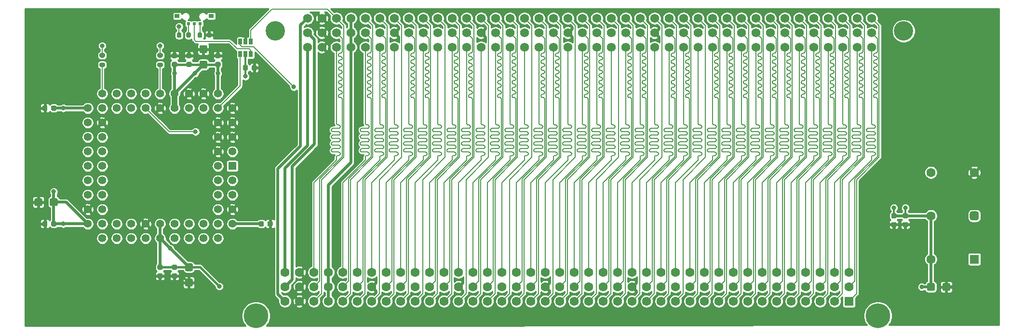
<source format=gbr>
%TF.GenerationSoftware,KiCad,Pcbnew,5.1.9+dfsg1-1~bpo10+1*%
%TF.CreationDate,2023-04-14T13:40:21+02:00*%
%TF.ProjectId,IIsiPDSAdapter,49497369-5044-4534-9164-61707465722e,rev?*%
%TF.SameCoordinates,Original*%
%TF.FileFunction,Copper,L1,Top*%
%TF.FilePolarity,Positive*%
%FSLAX46Y46*%
G04 Gerber Fmt 4.6, Leading zero omitted, Abs format (unit mm)*
G04 Created by KiCad (PCBNEW 5.1.9+dfsg1-1~bpo10+1) date 2023-04-14 13:40:21*
%MOMM*%
%LPD*%
G01*
G04 APERTURE LIST*
%TA.AperFunction,SMDPad,CuDef*%
%ADD10R,0.900000X0.700000*%
%TD*%
%TA.AperFunction,SMDPad,CuDef*%
%ADD11R,0.600000X0.510000*%
%TD*%
%TA.AperFunction,ComponentPad*%
%ADD12C,1.600000*%
%TD*%
%TA.AperFunction,ComponentPad*%
%ADD13R,1.600000X1.600000*%
%TD*%
%TA.AperFunction,SMDPad,CuDef*%
%ADD14R,0.650000X1.060000*%
%TD*%
%TA.AperFunction,ComponentPad*%
%ADD15C,3.403600*%
%TD*%
%TA.AperFunction,ComponentPad*%
%ADD16C,1.574800*%
%TD*%
%TA.AperFunction,ComponentPad*%
%ADD17C,1.400000*%
%TD*%
%TA.AperFunction,ComponentPad*%
%ADD18R,1.400000X1.400000*%
%TD*%
%TA.AperFunction,ComponentPad*%
%ADD19C,4.335000*%
%TD*%
%TA.AperFunction,ComponentPad*%
%ADD20C,1.605000*%
%TD*%
%TA.AperFunction,ComponentPad*%
%ADD21R,1.605000X1.605000*%
%TD*%
%TA.AperFunction,ViaPad*%
%ADD22C,0.800000*%
%TD*%
%TA.AperFunction,Conductor*%
%ADD23C,0.508000*%
%TD*%
%TA.AperFunction,Conductor*%
%ADD24C,0.400000*%
%TD*%
%TA.AperFunction,Conductor*%
%ADD25C,0.500000*%
%TD*%
%TA.AperFunction,Conductor*%
%ADD26C,0.300000*%
%TD*%
%TA.AperFunction,Conductor*%
%ADD27C,0.152400*%
%TD*%
%TA.AperFunction,Conductor*%
%ADD28C,1.000000*%
%TD*%
%TA.AperFunction,Conductor*%
%ADD29C,0.203200*%
%TD*%
%TA.AperFunction,Conductor*%
%ADD30C,0.254000*%
%TD*%
%TA.AperFunction,Conductor*%
%ADD31C,0.100000*%
%TD*%
G04 APERTURE END LIST*
D10*
%TO.P,S1,S2*%
%TO.N,N/C*%
X88000000Y-99925000D03*
%TO.P,S1,S1*%
X82000000Y-99925000D03*
D11*
%TO.P,S1,1*%
%TO.N,Net-(R5-Pad2)*%
X86000000Y-101280000D03*
%TO.P,S1,C*%
%TO.N,clk_ctrl*%
X85000000Y-101280000D03*
%TO.P,S1,2*%
%TO.N,Net-(R4-Pad2)*%
X84000000Y-101280000D03*
%TD*%
%TO.P,C15,2*%
%TO.N,GND*%
%TA.AperFunction,SMDPad,CuDef*%
G36*
G01*
X216380000Y-147925001D02*
X216380000Y-147074999D01*
G75*
G02*
X216629999Y-146825000I249999J0D01*
G01*
X217530001Y-146825000D01*
G75*
G02*
X217780000Y-147074999I0J-249999D01*
G01*
X217780000Y-147925001D01*
G75*
G02*
X217530001Y-148175000I-249999J0D01*
G01*
X216629999Y-148175000D01*
G75*
G02*
X216380000Y-147925001I0J249999D01*
G01*
G37*
%TD.AperFunction*%
%TO.P,C15,1*%
%TO.N,+5V*%
%TA.AperFunction,SMDPad,CuDef*%
G36*
G01*
X213680000Y-147925001D02*
X213680000Y-147074999D01*
G75*
G02*
X213929999Y-146825000I249999J0D01*
G01*
X214830001Y-146825000D01*
G75*
G02*
X215080000Y-147074999I0J-249999D01*
G01*
X215080000Y-147925001D01*
G75*
G02*
X214830001Y-148175000I-249999J0D01*
G01*
X213929999Y-148175000D01*
G75*
G02*
X213680000Y-147925001I0J249999D01*
G01*
G37*
%TD.AperFunction*%
%TD*%
%TO.P,X1,EN1*%
%TO.N,Net-(X1-PadEN1)*%
%TA.AperFunction,ComponentPad*%
G36*
G01*
X222400000Y-135800000D02*
X221600000Y-135800000D01*
G75*
G02*
X221200000Y-135400000I0J400000D01*
G01*
X221200000Y-134600000D01*
G75*
G02*
X221600000Y-134200000I400000J0D01*
G01*
X222400000Y-134200000D01*
G75*
G02*
X222800000Y-134600000I0J-400000D01*
G01*
X222800000Y-135400000D01*
G75*
G02*
X222400000Y-135800000I-400000J0D01*
G01*
G37*
%TD.AperFunction*%
D12*
%TO.P,X1,Vcc*%
%TO.N,+5V*%
X214380000Y-135000000D03*
%TO.P,X1,GND*%
%TO.N,GND*%
X222000000Y-127380000D03*
%TO.P,X1,OUT*%
%TO.N,CLK_32_000*%
X214380000Y-127380000D03*
%TO.P,X1,Vcc*%
%TO.N,+5V*%
X214380000Y-142620000D03*
D13*
%TO.P,X1,EN2*%
%TO.N,Net-(X1-PadEN2)*%
X222000000Y-142620000D03*
%TD*%
%TO.P,C14,2*%
%TO.N,GND*%
%TA.AperFunction,SMDPad,CuDef*%
G36*
G01*
X95100000Y-109250000D02*
X95100000Y-108750000D01*
G75*
G02*
X95325000Y-108525000I225000J0D01*
G01*
X95775000Y-108525000D01*
G75*
G02*
X96000000Y-108750000I0J-225000D01*
G01*
X96000000Y-109250000D01*
G75*
G02*
X95775000Y-109475000I-225000J0D01*
G01*
X95325000Y-109475000D01*
G75*
G02*
X95100000Y-109250000I0J225000D01*
G01*
G37*
%TD.AperFunction*%
%TO.P,C14,1*%
%TO.N,+5V*%
%TA.AperFunction,SMDPad,CuDef*%
G36*
G01*
X93550000Y-109250000D02*
X93550000Y-108750000D01*
G75*
G02*
X93775000Y-108525000I225000J0D01*
G01*
X94225000Y-108525000D01*
G75*
G02*
X94450000Y-108750000I0J-225000D01*
G01*
X94450000Y-109250000D01*
G75*
G02*
X94225000Y-109475000I-225000J0D01*
G01*
X93775000Y-109475000D01*
G75*
G02*
X93550000Y-109250000I0J225000D01*
G01*
G37*
%TD.AperFunction*%
%TD*%
D14*
%TO.P,U1,5*%
%TO.N,+5V*%
X94000000Y-106600000D03*
%TO.P,U1,6*%
%TO.N,clk_ctrl*%
X94950000Y-106600000D03*
%TO.P,U1,4*%
%TO.N,FPUCLK*%
X93050000Y-106600000D03*
%TO.P,U1,3*%
%TO.N,CLK_32_000*%
X93050000Y-104400000D03*
%TO.P,U1,2*%
%TO.N,GND*%
X94000000Y-104400000D03*
%TO.P,U1,1*%
%TO.N,CPUCLK*%
X94950000Y-104400000D03*
%TD*%
%TO.P,R5,2*%
%TO.N,Net-(R5-Pad2)*%
%TA.AperFunction,SMDPad,CuDef*%
G36*
G01*
X86391000Y-102975000D02*
X86391000Y-103525000D01*
G75*
G02*
X86191000Y-103725000I-200000J0D01*
G01*
X85791000Y-103725000D01*
G75*
G02*
X85591000Y-103525000I0J200000D01*
G01*
X85591000Y-102975000D01*
G75*
G02*
X85791000Y-102775000I200000J0D01*
G01*
X86191000Y-102775000D01*
G75*
G02*
X86391000Y-102975000I0J-200000D01*
G01*
G37*
%TD.AperFunction*%
%TO.P,R5,1*%
%TO.N,GND*%
%TA.AperFunction,SMDPad,CuDef*%
G36*
G01*
X88041000Y-102975000D02*
X88041000Y-103525000D01*
G75*
G02*
X87841000Y-103725000I-200000J0D01*
G01*
X87441000Y-103725000D01*
G75*
G02*
X87241000Y-103525000I0J200000D01*
G01*
X87241000Y-102975000D01*
G75*
G02*
X87441000Y-102775000I200000J0D01*
G01*
X87841000Y-102775000D01*
G75*
G02*
X88041000Y-102975000I0J-200000D01*
G01*
G37*
%TD.AperFunction*%
%TD*%
%TO.P,R4,2*%
%TO.N,Net-(R4-Pad2)*%
%TA.AperFunction,SMDPad,CuDef*%
G36*
G01*
X83600000Y-103525000D02*
X83600000Y-102975000D01*
G75*
G02*
X83800000Y-102775000I200000J0D01*
G01*
X84200000Y-102775000D01*
G75*
G02*
X84400000Y-102975000I0J-200000D01*
G01*
X84400000Y-103525000D01*
G75*
G02*
X84200000Y-103725000I-200000J0D01*
G01*
X83800000Y-103725000D01*
G75*
G02*
X83600000Y-103525000I0J200000D01*
G01*
G37*
%TD.AperFunction*%
%TO.P,R4,1*%
%TO.N,+5V*%
%TA.AperFunction,SMDPad,CuDef*%
G36*
G01*
X81950000Y-103525000D02*
X81950000Y-102975000D01*
G75*
G02*
X82150000Y-102775000I200000J0D01*
G01*
X82550000Y-102775000D01*
G75*
G02*
X82750000Y-102975000I0J-200000D01*
G01*
X82750000Y-103525000D01*
G75*
G02*
X82550000Y-103725000I-200000J0D01*
G01*
X82150000Y-103725000D01*
G75*
G02*
X81950000Y-103525000I0J200000D01*
G01*
G37*
%TD.AperFunction*%
%TD*%
D15*
%TO.P,J4,122*%
%TO.N,N/C*%
X209576100Y-102535200D03*
%TO.P,J4,121*%
X99263900Y-102535200D03*
D16*
%TO.P,J4,C40*%
%TO.N,+12V*%
X104890000Y-105380000D03*
%TO.P,J4,C39*%
%TO.N,GND*%
X107430000Y-105380000D03*
%TO.P,J4,C38*%
%TO.N,C16M*%
X109970000Y-105380000D03*
%TO.P,J4,C37*%
%TO.N,+5V*%
X112510000Y-105380000D03*
%TO.P,J4,C36*%
%TO.N,A0*%
X115050000Y-105380000D03*
%TO.P,J4,C35*%
%TO.N,A3*%
X117590000Y-105380000D03*
%TO.P,J4,C34*%
%TO.N,A6*%
X120130000Y-105380000D03*
%TO.P,J4,C33*%
%TO.N,A8*%
X122670000Y-105380000D03*
%TO.P,J4,C32*%
%TO.N,A11*%
X125210000Y-105380000D03*
%TO.P,J4,C31*%
%TO.N,A14*%
X127750000Y-105380000D03*
%TO.P,J4,C30*%
%TO.N,A16*%
X130290000Y-105380000D03*
%TO.P,J4,C29*%
%TO.N,A19*%
X132830000Y-105380000D03*
%TO.P,J4,C28*%
%TO.N,A22*%
X135370000Y-105380000D03*
%TO.P,J4,C27*%
%TO.N,A24*%
X137910000Y-105380000D03*
%TO.P,J4,C26*%
%TO.N,A27*%
X140450000Y-105380000D03*
%TO.P,J4,C25*%
%TO.N,A30*%
X142990000Y-105380000D03*
%TO.P,J4,C24*%
%TO.N,D31*%
X145530000Y-105380000D03*
%TO.P,J4,C23*%
%TO.N,D28*%
X148070000Y-105380000D03*
%TO.P,J4,C22*%
%TO.N,D25*%
X150610000Y-105380000D03*
%TO.P,J4,C21*%
%TO.N,D23*%
X153150000Y-105380000D03*
%TO.P,J4,C20*%
%TO.N,D20*%
X155690000Y-105380000D03*
%TO.P,J4,C19*%
%TO.N,D17*%
X158230000Y-105380000D03*
%TO.P,J4,C18*%
%TO.N,D15*%
X160770000Y-105380000D03*
%TO.P,J4,C17*%
%TO.N,D12*%
X163310000Y-105380000D03*
%TO.P,J4,C16*%
%TO.N,D9*%
X165850000Y-105380000D03*
%TO.P,J4,C15*%
%TO.N,D7*%
X168390000Y-105380000D03*
%TO.P,J4,C14*%
%TO.N,D4*%
X170930000Y-105380000D03*
%TO.P,J4,C13*%
%TO.N,D1*%
X173470000Y-105380000D03*
%TO.P,J4,C12*%
%TO.N,~HALT*%
X176010000Y-105380000D03*
%TO.P,J4,C11*%
%TO.N,FC0*%
X178550000Y-105380000D03*
%TO.P,J4,C10*%
%TO.N,~BR*%
X181090000Y-105380000D03*
%TO.P,J4,C9*%
%TO.N,~AS*%
X183630000Y-105380000D03*
%TO.P,J4,C8*%
%TO.N,~RW*%
X186170000Y-105380000D03*
%TO.P,J4,C7*%
%TO.N,~CBREQ*%
X188710000Y-105380000D03*
%TO.P,J4,C6*%
%TO.N,RMC*%
X191250000Y-105380000D03*
%TO.P,J4,C5*%
%TO.N,IPL0*%
X193790000Y-105380000D03*
%TO.P,J4,C4*%
%TO.N,~IRQ1*%
X196330000Y-105380000D03*
%TO.P,J4,C3*%
%TO.N,~TM0A*%
X198870000Y-105380000D03*
%TO.P,J4,C2*%
%TO.N,~NUBUS*%
X201410000Y-105380000D03*
%TO.P,J4,C1*%
%TO.N,~PFW*%
X203950000Y-105380000D03*
%TO.P,J4,B40*%
%TO.N,-5V*%
X104890000Y-102840000D03*
%TO.P,J4,B39*%
%TO.N,GND*%
X107430000Y-102840000D03*
%TO.P,J4,B38*%
%TO.N,ECLK*%
X109970000Y-102840000D03*
%TO.P,J4,B37*%
%TO.N,+5V*%
X112510000Y-102840000D03*
%TO.P,J4,B36*%
%TO.N,A1*%
X115050000Y-102840000D03*
%TO.P,J4,B35*%
%TO.N,A4*%
X117590000Y-102840000D03*
%TO.P,J4,B34*%
%TO.N,GND*%
X120130000Y-102840000D03*
%TO.P,J4,B33*%
%TO.N,A9*%
X122670000Y-102840000D03*
%TO.P,J4,B32*%
%TO.N,A12*%
X125210000Y-102840000D03*
%TO.P,J4,B31*%
%TO.N,+5V*%
X127750000Y-102840000D03*
%TO.P,J4,B30*%
%TO.N,A17*%
X130290000Y-102840000D03*
%TO.P,J4,B29*%
%TO.N,A20*%
X132830000Y-102840000D03*
%TO.P,J4,B28*%
%TO.N,GND*%
X135370000Y-102840000D03*
%TO.P,J4,B27*%
%TO.N,A25*%
X137910000Y-102840000D03*
%TO.P,J4,B26*%
%TO.N,A28*%
X140450000Y-102840000D03*
%TO.P,J4,B25*%
%TO.N,+5V*%
X142990000Y-102840000D03*
%TO.P,J4,B24*%
%TO.N,D30*%
X145530000Y-102840000D03*
%TO.P,J4,B23*%
%TO.N,D27*%
X148070000Y-102840000D03*
%TO.P,J4,B22*%
%TO.N,GND*%
X150610000Y-102840000D03*
%TO.P,J4,B21*%
%TO.N,D22*%
X153150000Y-102840000D03*
%TO.P,J4,B20*%
%TO.N,D19*%
X155690000Y-102840000D03*
%TO.P,J4,B19*%
%TO.N,+5V*%
X158230000Y-102840000D03*
%TO.P,J4,B18*%
%TO.N,D14*%
X160770000Y-102840000D03*
%TO.P,J4,B17*%
%TO.N,D11*%
X163310000Y-102840000D03*
%TO.P,J4,B16*%
%TO.N,GND*%
X165850000Y-102840000D03*
%TO.P,J4,B15*%
%TO.N,D6*%
X168390000Y-102840000D03*
%TO.P,J4,B14*%
%TO.N,D3*%
X170930000Y-102840000D03*
%TO.P,J4,B13*%
%TO.N,+5V*%
X173470000Y-102840000D03*
%TO.P,J4,B12*%
%TO.N,~BERR*%
X176010000Y-102840000D03*
%TO.P,J4,B11*%
%TO.N,FC1*%
X178550000Y-102840000D03*
%TO.P,J4,B10*%
%TO.N,~BG*%
X181090000Y-102840000D03*
%TO.P,J4,B9*%
%TO.N,SIZ0*%
X183630000Y-102840000D03*
%TO.P,J4,B8*%
%TO.N,~DSACK0*%
X186170000Y-102840000D03*
%TO.P,J4,B7*%
%TO.N,~CBACK*%
X188710000Y-102840000D03*
%TO.P,J4,B6*%
%TO.N,~DS*%
X191250000Y-102840000D03*
%TO.P,J4,B5*%
%TO.N,IPL1*%
X193790000Y-102840000D03*
%TO.P,J4,B4*%
%TO.N,~IRQ2*%
X196330000Y-102840000D03*
%TO.P,J4,B3*%
%TO.N,~TM1A*%
X198870000Y-102840000D03*
%TO.P,J4,B2*%
%TO.N,CACHE*%
X201410000Y-102840000D03*
%TO.P,J4,B1*%
%TO.N,C40M*%
X203950000Y-102840000D03*
%TO.P,J4,A40*%
%TO.N,-12V*%
X104890000Y-100300000D03*
%TO.P,J4,A39*%
%TO.N,GND*%
X107430000Y-100300000D03*
%TO.P,J4,A38*%
%TO.N,CPUCLK*%
X109970000Y-100300000D03*
%TO.P,J4,A37*%
%TO.N,+5V*%
X112510000Y-100300000D03*
%TO.P,J4,A36*%
%TO.N,A2*%
X115050000Y-100300000D03*
%TO.P,J4,A35*%
%TO.N,A5*%
X117590000Y-100300000D03*
%TO.P,J4,A34*%
%TO.N,A7*%
X120130000Y-100300000D03*
%TO.P,J4,A33*%
%TO.N,A10*%
X122670000Y-100300000D03*
%TO.P,J4,A32*%
%TO.N,A13*%
X125210000Y-100300000D03*
%TO.P,J4,A31*%
%TO.N,A15*%
X127750000Y-100300000D03*
%TO.P,J4,A30*%
%TO.N,A18*%
X130290000Y-100300000D03*
%TO.P,J4,A29*%
%TO.N,A21*%
X132830000Y-100300000D03*
%TO.P,J4,A28*%
%TO.N,A23*%
X135370000Y-100300000D03*
%TO.P,J4,A27*%
%TO.N,A26*%
X137910000Y-100300000D03*
%TO.P,J4,A26*%
%TO.N,A29*%
X140450000Y-100300000D03*
%TO.P,J4,A25*%
%TO.N,A31*%
X142990000Y-100300000D03*
%TO.P,J4,A24*%
%TO.N,D29*%
X145530000Y-100300000D03*
%TO.P,J4,A23*%
%TO.N,D26*%
X148070000Y-100300000D03*
%TO.P,J4,A22*%
%TO.N,D24*%
X150610000Y-100300000D03*
%TO.P,J4,A21*%
%TO.N,D21*%
X153150000Y-100300000D03*
%TO.P,J4,A20*%
%TO.N,D18*%
X155690000Y-100300000D03*
%TO.P,J4,A19*%
%TO.N,D16*%
X158230000Y-100300000D03*
%TO.P,J4,A18*%
%TO.N,D13*%
X160770000Y-100300000D03*
%TO.P,J4,A17*%
%TO.N,D10*%
X163310000Y-100300000D03*
%TO.P,J4,A16*%
%TO.N,D8*%
X165850000Y-100300000D03*
%TO.P,J4,A15*%
%TO.N,D5*%
X168390000Y-100300000D03*
%TO.P,J4,A14*%
%TO.N,D2*%
X170930000Y-100300000D03*
%TO.P,J4,A13*%
%TO.N,D0*%
X173470000Y-100300000D03*
%TO.P,J4,A12*%
%TO.N,~RESET*%
X176010000Y-100300000D03*
%TO.P,J4,A11*%
%TO.N,FC2*%
X178550000Y-100300000D03*
%TO.P,J4,A10*%
%TO.N,~BGACK*%
X181090000Y-100300000D03*
%TO.P,J4,A9*%
%TO.N,SIZ1*%
X183630000Y-100300000D03*
%TO.P,J4,A8*%
%TO.N,~DSACK1*%
X186170000Y-100300000D03*
%TO.P,J4,A7*%
%TO.N,~STERM*%
X188710000Y-100300000D03*
%TO.P,J4,A6*%
%TO.N,~CIOUT*%
X191250000Y-100300000D03*
%TO.P,J4,A5*%
%TO.N,IPL2*%
X193790000Y-100300000D03*
%TO.P,J4,A4*%
%TO.N,~IRQ3*%
X196330000Y-100300000D03*
%TO.P,J4,A3*%
%TO.N,~BUSLOCk*%
X198870000Y-100300000D03*
%TO.P,J4,A2*%
%TO.N,~FPU*%
X201410000Y-100300000D03*
%TO.P,J4,A1*%
%TO.N,~RBV*%
X203950000Y-100300000D03*
%TD*%
D17*
%TO.P,J2,68*%
%TO.N,D3*%
X89160000Y-128790000D03*
%TO.P,J2,67*%
%TO.N,D4*%
X91700000Y-128790000D03*
%TO.P,J2,66*%
%TO.N,D5*%
X89160000Y-131330000D03*
%TO.P,J2,65*%
%TO.N,D6*%
X91700000Y-131330000D03*
%TO.P,J2,64*%
%TO.N,D7*%
X89160000Y-133870000D03*
%TO.P,J2,63*%
%TO.N,GND*%
X91700000Y-133870000D03*
%TO.P,J2,62*%
%TO.N,D8*%
X89160000Y-136410000D03*
%TO.P,J2,61*%
%TO.N,+5V*%
X91700000Y-136410000D03*
%TO.P,J2,60*%
%TO.N,D9*%
X89160000Y-138950000D03*
%TO.P,J2,59*%
%TO.N,D10*%
X86620000Y-136410000D03*
%TO.P,J2,58*%
%TO.N,D11*%
X86620000Y-138950000D03*
%TO.P,J2,57*%
%TO.N,D12*%
X84080000Y-136410000D03*
%TO.P,J2,56*%
%TO.N,D13*%
X84080000Y-138950000D03*
%TO.P,J2,55*%
%TO.N,D14*%
X81540000Y-136410000D03*
%TO.P,J2,54*%
%TO.N,D15*%
X81540000Y-138950000D03*
%TO.P,J2,53*%
%TO.N,+5V*%
X79000000Y-136410000D03*
%TO.P,J2,52*%
X79000000Y-138950000D03*
%TO.P,J2,51*%
%TO.N,GND*%
X76460000Y-136410000D03*
%TO.P,J2,50*%
%TO.N,D16*%
X76460000Y-138950000D03*
%TO.P,J2,49*%
%TO.N,D17*%
X73920000Y-136410000D03*
%TO.P,J2,48*%
%TO.N,D18*%
X73920000Y-138950000D03*
%TO.P,J2,47*%
%TO.N,D19*%
X71380000Y-136410000D03*
%TO.P,J2,46*%
%TO.N,D20*%
X71380000Y-138950000D03*
%TO.P,J2,45*%
%TO.N,D21*%
X68840000Y-136410000D03*
%TO.P,J2,44*%
%TO.N,D22*%
X68840000Y-138950000D03*
%TO.P,J2,43*%
%TO.N,+5V*%
X66300000Y-136410000D03*
%TO.P,J2,42*%
%TO.N,D23*%
X68840000Y-133870000D03*
%TO.P,J2,41*%
%TO.N,GND*%
X66300000Y-133870000D03*
%TO.P,J2,40*%
%TO.N,D24*%
X68840000Y-131330000D03*
%TO.P,J2,39*%
%TO.N,D25*%
X66300000Y-131330000D03*
%TO.P,J2,38*%
%TO.N,D26*%
X68840000Y-128790000D03*
%TO.P,J2,37*%
%TO.N,D27*%
X66300000Y-128790000D03*
%TO.P,J2,36*%
%TO.N,D28*%
X68840000Y-126250000D03*
%TO.P,J2,35*%
%TO.N,D29*%
X66300000Y-126250000D03*
%TO.P,J2,34*%
%TO.N,D30*%
X68840000Y-123710000D03*
%TO.P,J2,33*%
%TO.N,D31*%
X66300000Y-123710000D03*
%TO.P,J2,32*%
%TO.N,~DSACK1*%
X68840000Y-121170000D03*
%TO.P,J2,31*%
%TO.N,~DSACK0*%
X66300000Y-121170000D03*
%TO.P,J2,30*%
%TO.N,GND*%
X68840000Y-118630000D03*
%TO.P,J2,29*%
%TO.N,~FPU*%
X66300000Y-118630000D03*
%TO.P,J2,28*%
%TO.N,~RW*%
X68840000Y-116090000D03*
%TO.P,J2,27*%
%TO.N,+5V*%
X66300000Y-116090000D03*
%TO.P,J2,26*%
%TO.N,Net-(J2-Pad26)*%
X68840000Y-113550000D03*
%TO.P,J2,25*%
%TO.N,A1*%
X71380000Y-116090000D03*
%TO.P,J2,24*%
%TO.N,A2*%
X71380000Y-113550000D03*
%TO.P,J2,23*%
%TO.N,A3*%
X73920000Y-116090000D03*
%TO.P,J2,22*%
%TO.N,A4*%
X73920000Y-113550000D03*
%TO.P,J2,21*%
%TO.N,~AS*%
X76460000Y-116090000D03*
%TO.P,J2,20*%
%TO.N,~DS*%
X76460000Y-113550000D03*
%TO.P,J2,19*%
%TO.N,GND*%
X79000000Y-116090000D03*
%TO.P,J2,18*%
%TO.N,Net-(J2-Pad18)*%
X79000000Y-113550000D03*
%TO.P,J2,17*%
%TO.N,+5V*%
X81540000Y-116090000D03*
%TO.P,J2,16*%
X81540000Y-113550000D03*
%TO.P,J2,15*%
%TO.N,Net-(J2-Pad15)*%
X84080000Y-116090000D03*
%TO.P,J2,14*%
%TO.N,GND*%
X84080000Y-113550000D03*
%TO.P,J2,13*%
%TO.N,~RESET*%
X86620000Y-116090000D03*
%TO.P,J2,12*%
%TO.N,GND*%
X86620000Y-113550000D03*
%TO.P,J2,11*%
%TO.N,FPUCLK*%
X89160000Y-116090000D03*
%TO.P,J2,10*%
%TO.N,+5V*%
X89160000Y-113550000D03*
%TO.P,J2,9*%
%TO.N,GND*%
X91700000Y-116090000D03*
%TO.P,J2,8*%
X89160000Y-118630000D03*
%TO.P,J2,7*%
X91700000Y-118630000D03*
%TO.P,J2,6*%
X89160000Y-121170000D03*
%TO.P,J2,5*%
X91700000Y-121170000D03*
%TO.P,J2,4*%
X89160000Y-123710000D03*
%TO.P,J2,3*%
%TO.N,D0*%
X91700000Y-123710000D03*
%TO.P,J2,2*%
%TO.N,D1*%
X89160000Y-126250000D03*
D18*
%TO.P,J2,1*%
%TO.N,D2*%
X91700000Y-126250000D03*
%TD*%
%TO.P,C13,2*%
%TO.N,GND*%
%TA.AperFunction,SMDPad,CuDef*%
G36*
G01*
X58330000Y-132174999D02*
X58330000Y-133025001D01*
G75*
G02*
X58080001Y-133275000I-249999J0D01*
G01*
X57179999Y-133275000D01*
G75*
G02*
X56930000Y-133025001I0J249999D01*
G01*
X56930000Y-132174999D01*
G75*
G02*
X57179999Y-131925000I249999J0D01*
G01*
X58080001Y-131925000D01*
G75*
G02*
X58330000Y-132174999I0J-249999D01*
G01*
G37*
%TD.AperFunction*%
%TO.P,C13,1*%
%TO.N,+5V*%
%TA.AperFunction,SMDPad,CuDef*%
G36*
G01*
X61030000Y-132174999D02*
X61030000Y-133025001D01*
G75*
G02*
X60780001Y-133275000I-249999J0D01*
G01*
X59879999Y-133275000D01*
G75*
G02*
X59630000Y-133025001I0J249999D01*
G01*
X59630000Y-132174999D01*
G75*
G02*
X59879999Y-131925000I249999J0D01*
G01*
X60780001Y-131925000D01*
G75*
G02*
X61030000Y-132174999I0J-249999D01*
G01*
G37*
%TD.AperFunction*%
%TD*%
%TO.P,C12,2*%
%TO.N,GND*%
%TA.AperFunction,SMDPad,CuDef*%
G36*
G01*
X87045001Y-106440000D02*
X86194999Y-106440000D01*
G75*
G02*
X85945000Y-106190001I0J249999D01*
G01*
X85945000Y-105289999D01*
G75*
G02*
X86194999Y-105040000I249999J0D01*
G01*
X87045001Y-105040000D01*
G75*
G02*
X87295000Y-105289999I0J-249999D01*
G01*
X87295000Y-106190001D01*
G75*
G02*
X87045001Y-106440000I-249999J0D01*
G01*
G37*
%TD.AperFunction*%
%TO.P,C12,1*%
%TO.N,+5V*%
%TA.AperFunction,SMDPad,CuDef*%
G36*
G01*
X87045001Y-109140000D02*
X86194999Y-109140000D01*
G75*
G02*
X85945000Y-108890001I0J249999D01*
G01*
X85945000Y-107989999D01*
G75*
G02*
X86194999Y-107740000I249999J0D01*
G01*
X87045001Y-107740000D01*
G75*
G02*
X87295000Y-107989999I0J-249999D01*
G01*
X87295000Y-108890001D01*
G75*
G02*
X87045001Y-109140000I-249999J0D01*
G01*
G37*
%TD.AperFunction*%
%TD*%
%TO.P,C11,2*%
%TO.N,GND*%
%TA.AperFunction,SMDPad,CuDef*%
G36*
G01*
X83654999Y-146027000D02*
X84505001Y-146027000D01*
G75*
G02*
X84755000Y-146276999I0J-249999D01*
G01*
X84755000Y-147177001D01*
G75*
G02*
X84505001Y-147427000I-249999J0D01*
G01*
X83654999Y-147427000D01*
G75*
G02*
X83405000Y-147177001I0J249999D01*
G01*
X83405000Y-146276999D01*
G75*
G02*
X83654999Y-146027000I249999J0D01*
G01*
G37*
%TD.AperFunction*%
%TO.P,C11,1*%
%TO.N,+5V*%
%TA.AperFunction,SMDPad,CuDef*%
G36*
G01*
X83654999Y-143327000D02*
X84505001Y-143327000D01*
G75*
G02*
X84755000Y-143576999I0J-249999D01*
G01*
X84755000Y-144477001D01*
G75*
G02*
X84505001Y-144727000I-249999J0D01*
G01*
X83654999Y-144727000D01*
G75*
G02*
X83405000Y-144477001I0J249999D01*
G01*
X83405000Y-143576999D01*
G75*
G02*
X83654999Y-143327000I249999J0D01*
G01*
G37*
%TD.AperFunction*%
%TD*%
%TO.P,C10,2*%
%TO.N,GND*%
%TA.AperFunction,SMDPad,CuDef*%
G36*
G01*
X209630000Y-136100000D02*
X210130000Y-136100000D01*
G75*
G02*
X210355000Y-136325000I0J-225000D01*
G01*
X210355000Y-136775000D01*
G75*
G02*
X210130000Y-137000000I-225000J0D01*
G01*
X209630000Y-137000000D01*
G75*
G02*
X209405000Y-136775000I0J225000D01*
G01*
X209405000Y-136325000D01*
G75*
G02*
X209630000Y-136100000I225000J0D01*
G01*
G37*
%TD.AperFunction*%
%TO.P,C10,1*%
%TO.N,+5V*%
%TA.AperFunction,SMDPad,CuDef*%
G36*
G01*
X209630000Y-134550000D02*
X210130000Y-134550000D01*
G75*
G02*
X210355000Y-134775000I0J-225000D01*
G01*
X210355000Y-135225000D01*
G75*
G02*
X210130000Y-135450000I-225000J0D01*
G01*
X209630000Y-135450000D01*
G75*
G02*
X209405000Y-135225000I0J225000D01*
G01*
X209405000Y-134775000D01*
G75*
G02*
X209630000Y-134550000I225000J0D01*
G01*
G37*
%TD.AperFunction*%
%TD*%
%TO.P,C9,2*%
%TO.N,GND*%
%TA.AperFunction,SMDPad,CuDef*%
G36*
G01*
X207630000Y-136100000D02*
X208130000Y-136100000D01*
G75*
G02*
X208355000Y-136325000I0J-225000D01*
G01*
X208355000Y-136775000D01*
G75*
G02*
X208130000Y-137000000I-225000J0D01*
G01*
X207630000Y-137000000D01*
G75*
G02*
X207405000Y-136775000I0J225000D01*
G01*
X207405000Y-136325000D01*
G75*
G02*
X207630000Y-136100000I225000J0D01*
G01*
G37*
%TD.AperFunction*%
%TO.P,C9,1*%
%TO.N,+5V*%
%TA.AperFunction,SMDPad,CuDef*%
G36*
G01*
X207630000Y-134550000D02*
X208130000Y-134550000D01*
G75*
G02*
X208355000Y-134775000I0J-225000D01*
G01*
X208355000Y-135225000D01*
G75*
G02*
X208130000Y-135450000I-225000J0D01*
G01*
X207630000Y-135450000D01*
G75*
G02*
X207405000Y-135225000I0J225000D01*
G01*
X207405000Y-134775000D01*
G75*
G02*
X207630000Y-134550000I225000J0D01*
G01*
G37*
%TD.AperFunction*%
%TD*%
%TO.P,R2,2*%
%TO.N,+5V*%
%TA.AperFunction,SMDPad,CuDef*%
G36*
G01*
X69115000Y-107220000D02*
X68565000Y-107220000D01*
G75*
G02*
X68365000Y-107020000I0J200000D01*
G01*
X68365000Y-106620000D01*
G75*
G02*
X68565000Y-106420000I200000J0D01*
G01*
X69115000Y-106420000D01*
G75*
G02*
X69315000Y-106620000I0J-200000D01*
G01*
X69315000Y-107020000D01*
G75*
G02*
X69115000Y-107220000I-200000J0D01*
G01*
G37*
%TD.AperFunction*%
%TO.P,R2,1*%
%TO.N,Net-(J2-Pad26)*%
%TA.AperFunction,SMDPad,CuDef*%
G36*
G01*
X69115000Y-108870000D02*
X68565000Y-108870000D01*
G75*
G02*
X68365000Y-108670000I0J200000D01*
G01*
X68365000Y-108270000D01*
G75*
G02*
X68565000Y-108070000I200000J0D01*
G01*
X69115000Y-108070000D01*
G75*
G02*
X69315000Y-108270000I0J-200000D01*
G01*
X69315000Y-108670000D01*
G75*
G02*
X69115000Y-108870000I-200000J0D01*
G01*
G37*
%TD.AperFunction*%
%TD*%
%TO.P,R1,2*%
%TO.N,+5V*%
%TA.AperFunction,SMDPad,CuDef*%
G36*
G01*
X79275000Y-107220000D02*
X78725000Y-107220000D01*
G75*
G02*
X78525000Y-107020000I0J200000D01*
G01*
X78525000Y-106620000D01*
G75*
G02*
X78725000Y-106420000I200000J0D01*
G01*
X79275000Y-106420000D01*
G75*
G02*
X79475000Y-106620000I0J-200000D01*
G01*
X79475000Y-107020000D01*
G75*
G02*
X79275000Y-107220000I-200000J0D01*
G01*
G37*
%TD.AperFunction*%
%TO.P,R1,1*%
%TO.N,Net-(J2-Pad18)*%
%TA.AperFunction,SMDPad,CuDef*%
G36*
G01*
X79275000Y-108870000D02*
X78725000Y-108870000D01*
G75*
G02*
X78525000Y-108670000I0J200000D01*
G01*
X78525000Y-108270000D01*
G75*
G02*
X78725000Y-108070000I200000J0D01*
G01*
X79275000Y-108070000D01*
G75*
G02*
X79475000Y-108270000I0J-200000D01*
G01*
X79475000Y-108670000D01*
G75*
G02*
X79275000Y-108870000I-200000J0D01*
G01*
G37*
%TD.AperFunction*%
%TD*%
D19*
%TO.P,J1,MH2*%
%TO.N,Net-(J1-PadMH2)*%
X95860000Y-152540000D03*
%TO.P,J1,MH1*%
%TO.N,Net-(J1-PadMH1)*%
X205080000Y-152540000D03*
D20*
%TO.P,J1,C40*%
%TO.N,+12V*%
X100940000Y-144920000D03*
%TO.P,J1,C39*%
%TO.N,GND*%
X103480000Y-144920000D03*
%TO.P,J1,C38*%
%TO.N,C16M*%
X106020000Y-144920000D03*
%TO.P,J1,C37*%
%TO.N,+5V*%
X108560000Y-144920000D03*
%TO.P,J1,C36*%
%TO.N,A0*%
X111100000Y-144920000D03*
%TO.P,J1,C35*%
%TO.N,A3*%
X113640000Y-144920000D03*
%TO.P,J1,C34*%
%TO.N,A6*%
X116180000Y-144920000D03*
%TO.P,J1,C33*%
%TO.N,A8*%
X118720000Y-144920000D03*
%TO.P,J1,C32*%
%TO.N,A11*%
X121260000Y-144920000D03*
%TO.P,J1,C31*%
%TO.N,A14*%
X123800000Y-144920000D03*
%TO.P,J1,C30*%
%TO.N,A16*%
X126340000Y-144920000D03*
%TO.P,J1,C29*%
%TO.N,A19*%
X128880000Y-144920000D03*
%TO.P,J1,C28*%
%TO.N,A22*%
X131420000Y-144920000D03*
%TO.P,J1,C27*%
%TO.N,A24*%
X133960000Y-144920000D03*
%TO.P,J1,C26*%
%TO.N,A27*%
X136500000Y-144920000D03*
%TO.P,J1,C25*%
%TO.N,A30*%
X139040000Y-144920000D03*
%TO.P,J1,C24*%
%TO.N,D31*%
X141580000Y-144920000D03*
%TO.P,J1,C23*%
%TO.N,D28*%
X144120000Y-144920000D03*
%TO.P,J1,C22*%
%TO.N,D25*%
X146660000Y-144920000D03*
%TO.P,J1,C21*%
%TO.N,D23*%
X149200000Y-144920000D03*
%TO.P,J1,C20*%
%TO.N,D20*%
X151740000Y-144920000D03*
%TO.P,J1,C19*%
%TO.N,D17*%
X154280000Y-144920000D03*
%TO.P,J1,C18*%
%TO.N,D15*%
X156820000Y-144920000D03*
%TO.P,J1,C17*%
%TO.N,D12*%
X159360000Y-144920000D03*
%TO.P,J1,C16*%
%TO.N,D9*%
X161900000Y-144920000D03*
%TO.P,J1,C15*%
%TO.N,D7*%
X164440000Y-144920000D03*
%TO.P,J1,C14*%
%TO.N,D4*%
X166980000Y-144920000D03*
%TO.P,J1,C13*%
%TO.N,D1*%
X169520000Y-144920000D03*
%TO.P,J1,C12*%
%TO.N,~HALT*%
X172060000Y-144920000D03*
%TO.P,J1,C11*%
%TO.N,FC0*%
X174600000Y-144920000D03*
%TO.P,J1,C10*%
%TO.N,~BR*%
X177140000Y-144920000D03*
%TO.P,J1,C9*%
%TO.N,~AS*%
X179680000Y-144920000D03*
%TO.P,J1,C8*%
%TO.N,~RW*%
X182220000Y-144920000D03*
%TO.P,J1,C7*%
%TO.N,~CBREQ*%
X184760000Y-144920000D03*
%TO.P,J1,C6*%
%TO.N,RMC*%
X187300000Y-144920000D03*
%TO.P,J1,C5*%
%TO.N,IPL0*%
X189840000Y-144920000D03*
%TO.P,J1,C4*%
%TO.N,~IRQ1*%
X192380000Y-144920000D03*
%TO.P,J1,C3*%
%TO.N,~TM0A*%
X194920000Y-144920000D03*
%TO.P,J1,C2*%
%TO.N,~NUBUS*%
X197460000Y-144920000D03*
%TO.P,J1,C1*%
%TO.N,~PFW*%
X200000000Y-144920000D03*
%TO.P,J1,B40*%
%TO.N,-5V*%
X100940000Y-147460000D03*
%TO.P,J1,B39*%
%TO.N,GND*%
X103480000Y-147460000D03*
%TO.P,J1,B38*%
%TO.N,ECLK*%
X106020000Y-147460000D03*
%TO.P,J1,B37*%
%TO.N,+5V*%
X108560000Y-147460000D03*
%TO.P,J1,B36*%
%TO.N,A1*%
X111100000Y-147460000D03*
%TO.P,J1,B35*%
%TO.N,A4*%
X113640000Y-147460000D03*
%TO.P,J1,B34*%
%TO.N,GND*%
X116180000Y-147460000D03*
%TO.P,J1,B33*%
%TO.N,A9*%
X118720000Y-147460000D03*
%TO.P,J1,B32*%
%TO.N,A12*%
X121260000Y-147460000D03*
%TO.P,J1,B31*%
%TO.N,+5V*%
X123800000Y-147460000D03*
%TO.P,J1,B30*%
%TO.N,A17*%
X126340000Y-147460000D03*
%TO.P,J1,B29*%
%TO.N,A20*%
X128880000Y-147460000D03*
%TO.P,J1,B28*%
%TO.N,GND*%
X131420000Y-147460000D03*
%TO.P,J1,B27*%
%TO.N,A25*%
X133960000Y-147460000D03*
%TO.P,J1,B26*%
%TO.N,A28*%
X136500000Y-147460000D03*
%TO.P,J1,B25*%
%TO.N,+5V*%
X139040000Y-147460000D03*
%TO.P,J1,B24*%
%TO.N,D30*%
X141580000Y-147460000D03*
%TO.P,J1,B23*%
%TO.N,D27*%
X144120000Y-147460000D03*
%TO.P,J1,B22*%
%TO.N,GND*%
X146660000Y-147460000D03*
%TO.P,J1,B21*%
%TO.N,D22*%
X149200000Y-147460000D03*
%TO.P,J1,B20*%
%TO.N,D19*%
X151740000Y-147460000D03*
%TO.P,J1,B19*%
%TO.N,+5V*%
X154280000Y-147460000D03*
%TO.P,J1,B18*%
%TO.N,D14*%
X156820000Y-147460000D03*
%TO.P,J1,B17*%
%TO.N,D11*%
X159360000Y-147460000D03*
%TO.P,J1,B16*%
%TO.N,GND*%
X161900000Y-147460000D03*
%TO.P,J1,B15*%
%TO.N,D6*%
X164440000Y-147460000D03*
%TO.P,J1,B14*%
%TO.N,D3*%
X166980000Y-147460000D03*
%TO.P,J1,B13*%
%TO.N,+5V*%
X169520000Y-147460000D03*
%TO.P,J1,B12*%
%TO.N,~BERR*%
X172060000Y-147460000D03*
%TO.P,J1,B11*%
%TO.N,FC1*%
X174600000Y-147460000D03*
%TO.P,J1,B10*%
%TO.N,~BG*%
X177140000Y-147460000D03*
%TO.P,J1,B9*%
%TO.N,SIZ0*%
X179680000Y-147460000D03*
%TO.P,J1,B8*%
%TO.N,~DSACK0*%
X182220000Y-147460000D03*
%TO.P,J1,B7*%
%TO.N,~CBACK*%
X184760000Y-147460000D03*
%TO.P,J1,B6*%
%TO.N,~DS*%
X187300000Y-147460000D03*
%TO.P,J1,B5*%
%TO.N,IPL1*%
X189840000Y-147460000D03*
%TO.P,J1,B4*%
%TO.N,~IRQ2*%
X192380000Y-147460000D03*
%TO.P,J1,B3*%
%TO.N,~TM1A*%
X194920000Y-147460000D03*
%TO.P,J1,B2*%
%TO.N,CACHE*%
X197460000Y-147460000D03*
%TO.P,J1,B1*%
%TO.N,C40M*%
X200000000Y-147460000D03*
%TO.P,J1,A40*%
%TO.N,-12V*%
X100940000Y-150000000D03*
%TO.P,J1,A39*%
%TO.N,GND*%
X103480000Y-150000000D03*
%TO.P,J1,A38*%
%TO.N,CPUCLK*%
X106020000Y-150000000D03*
%TO.P,J1,A37*%
%TO.N,+5V*%
X108560000Y-150000000D03*
%TO.P,J1,A36*%
%TO.N,A2*%
X111100000Y-150000000D03*
%TO.P,J1,A35*%
%TO.N,A5*%
X113640000Y-150000000D03*
%TO.P,J1,A34*%
%TO.N,A7*%
X116180000Y-150000000D03*
%TO.P,J1,A33*%
%TO.N,A10*%
X118720000Y-150000000D03*
%TO.P,J1,A32*%
%TO.N,A13*%
X121260000Y-150000000D03*
%TO.P,J1,A31*%
%TO.N,A15*%
X123800000Y-150000000D03*
%TO.P,J1,A30*%
%TO.N,A18*%
X126340000Y-150000000D03*
%TO.P,J1,A29*%
%TO.N,A21*%
X128880000Y-150000000D03*
%TO.P,J1,A28*%
%TO.N,A23*%
X131420000Y-150000000D03*
%TO.P,J1,A27*%
%TO.N,A26*%
X133960000Y-150000000D03*
%TO.P,J1,A26*%
%TO.N,A29*%
X136500000Y-150000000D03*
%TO.P,J1,A25*%
%TO.N,A31*%
X139040000Y-150000000D03*
%TO.P,J1,A24*%
%TO.N,D29*%
X141580000Y-150000000D03*
%TO.P,J1,A23*%
%TO.N,D26*%
X144120000Y-150000000D03*
%TO.P,J1,A22*%
%TO.N,D24*%
X146660000Y-150000000D03*
%TO.P,J1,A21*%
%TO.N,D21*%
X149200000Y-150000000D03*
%TO.P,J1,A20*%
%TO.N,D18*%
X151740000Y-150000000D03*
%TO.P,J1,A19*%
%TO.N,D16*%
X154280000Y-150000000D03*
%TO.P,J1,A18*%
%TO.N,D13*%
X156820000Y-150000000D03*
%TO.P,J1,A17*%
%TO.N,D10*%
X159360000Y-150000000D03*
%TO.P,J1,A16*%
%TO.N,D8*%
X161900000Y-150000000D03*
%TO.P,J1,A15*%
%TO.N,D5*%
X164440000Y-150000000D03*
%TO.P,J1,A14*%
%TO.N,D2*%
X166980000Y-150000000D03*
%TO.P,J1,A13*%
%TO.N,D0*%
X169520000Y-150000000D03*
%TO.P,J1,A12*%
%TO.N,~RESET*%
X172060000Y-150000000D03*
%TO.P,J1,A11*%
%TO.N,FC2*%
X174600000Y-150000000D03*
%TO.P,J1,A10*%
%TO.N,~BGACK*%
X177140000Y-150000000D03*
%TO.P,J1,A9*%
%TO.N,SIZ1*%
X179680000Y-150000000D03*
%TO.P,J1,A8*%
%TO.N,~DSACK1*%
X182220000Y-150000000D03*
%TO.P,J1,A7*%
%TO.N,~STERM*%
X184760000Y-150000000D03*
%TO.P,J1,A6*%
%TO.N,~CIOUT*%
X187300000Y-150000000D03*
%TO.P,J1,A5*%
%TO.N,IPL2*%
X189840000Y-150000000D03*
%TO.P,J1,A4*%
%TO.N,~IRQ3*%
X192380000Y-150000000D03*
%TO.P,J1,A3*%
%TO.N,~BUSLOCk*%
X194920000Y-150000000D03*
%TO.P,J1,A2*%
%TO.N,~FPU*%
X197460000Y-150000000D03*
D21*
%TO.P,J1,A1*%
%TO.N,~RBV*%
X200000000Y-150000000D03*
%TD*%
%TO.P,C7,2*%
%TO.N,GND*%
%TA.AperFunction,SMDPad,CuDef*%
G36*
G01*
X59230000Y-115840000D02*
X59230000Y-116340000D01*
G75*
G02*
X59005000Y-116565000I-225000J0D01*
G01*
X58555000Y-116565000D01*
G75*
G02*
X58330000Y-116340000I0J225000D01*
G01*
X58330000Y-115840000D01*
G75*
G02*
X58555000Y-115615000I225000J0D01*
G01*
X59005000Y-115615000D01*
G75*
G02*
X59230000Y-115840000I0J-225000D01*
G01*
G37*
%TD.AperFunction*%
%TO.P,C7,1*%
%TO.N,+5V*%
%TA.AperFunction,SMDPad,CuDef*%
G36*
G01*
X60780000Y-115840000D02*
X60780000Y-116340000D01*
G75*
G02*
X60555000Y-116565000I-225000J0D01*
G01*
X60105000Y-116565000D01*
G75*
G02*
X59880000Y-116340000I0J225000D01*
G01*
X59880000Y-115840000D01*
G75*
G02*
X60105000Y-115615000I225000J0D01*
G01*
X60555000Y-115615000D01*
G75*
G02*
X60780000Y-115840000I0J-225000D01*
G01*
G37*
%TD.AperFunction*%
%TD*%
%TO.P,C8,2*%
%TO.N,GND*%
%TA.AperFunction,SMDPad,CuDef*%
G36*
G01*
X59230000Y-136160000D02*
X59230000Y-136660000D01*
G75*
G02*
X59005000Y-136885000I-225000J0D01*
G01*
X58555000Y-136885000D01*
G75*
G02*
X58330000Y-136660000I0J225000D01*
G01*
X58330000Y-136160000D01*
G75*
G02*
X58555000Y-135935000I225000J0D01*
G01*
X59005000Y-135935000D01*
G75*
G02*
X59230000Y-136160000I0J-225000D01*
G01*
G37*
%TD.AperFunction*%
%TO.P,C8,1*%
%TO.N,+5V*%
%TA.AperFunction,SMDPad,CuDef*%
G36*
G01*
X60780000Y-136160000D02*
X60780000Y-136660000D01*
G75*
G02*
X60555000Y-136885000I-225000J0D01*
G01*
X60105000Y-136885000D01*
G75*
G02*
X59880000Y-136660000I0J225000D01*
G01*
X59880000Y-136160000D01*
G75*
G02*
X60105000Y-135935000I225000J0D01*
G01*
X60555000Y-135935000D01*
G75*
G02*
X60780000Y-136160000I0J-225000D01*
G01*
G37*
%TD.AperFunction*%
%TD*%
%TO.P,C3,2*%
%TO.N,GND*%
%TA.AperFunction,SMDPad,CuDef*%
G36*
G01*
X97880000Y-136660000D02*
X97880000Y-136160000D01*
G75*
G02*
X98105000Y-135935000I225000J0D01*
G01*
X98555000Y-135935000D01*
G75*
G02*
X98780000Y-136160000I0J-225000D01*
G01*
X98780000Y-136660000D01*
G75*
G02*
X98555000Y-136885000I-225000J0D01*
G01*
X98105000Y-136885000D01*
G75*
G02*
X97880000Y-136660000I0J225000D01*
G01*
G37*
%TD.AperFunction*%
%TO.P,C3,1*%
%TO.N,+5V*%
%TA.AperFunction,SMDPad,CuDef*%
G36*
G01*
X96330000Y-136660000D02*
X96330000Y-136160000D01*
G75*
G02*
X96555000Y-135935000I225000J0D01*
G01*
X97005000Y-135935000D01*
G75*
G02*
X97230000Y-136160000I0J-225000D01*
G01*
X97230000Y-136660000D01*
G75*
G02*
X97005000Y-136885000I-225000J0D01*
G01*
X96555000Y-136885000D01*
G75*
G02*
X96330000Y-136660000I0J225000D01*
G01*
G37*
%TD.AperFunction*%
%TD*%
%TO.P,C1,2*%
%TO.N,GND*%
%TA.AperFunction,SMDPad,CuDef*%
G36*
G01*
X78750000Y-145127000D02*
X79250000Y-145127000D01*
G75*
G02*
X79475000Y-145352000I0J-225000D01*
G01*
X79475000Y-145802000D01*
G75*
G02*
X79250000Y-146027000I-225000J0D01*
G01*
X78750000Y-146027000D01*
G75*
G02*
X78525000Y-145802000I0J225000D01*
G01*
X78525000Y-145352000D01*
G75*
G02*
X78750000Y-145127000I225000J0D01*
G01*
G37*
%TD.AperFunction*%
%TO.P,C1,1*%
%TO.N,+5V*%
%TA.AperFunction,SMDPad,CuDef*%
G36*
G01*
X78750000Y-143577000D02*
X79250000Y-143577000D01*
G75*
G02*
X79475000Y-143802000I0J-225000D01*
G01*
X79475000Y-144252000D01*
G75*
G02*
X79250000Y-144477000I-225000J0D01*
G01*
X78750000Y-144477000D01*
G75*
G02*
X78525000Y-144252000I0J225000D01*
G01*
X78525000Y-143802000D01*
G75*
G02*
X78750000Y-143577000I225000J0D01*
G01*
G37*
%TD.AperFunction*%
%TD*%
%TO.P,C2,2*%
%TO.N,GND*%
%TA.AperFunction,SMDPad,CuDef*%
G36*
G01*
X81290000Y-145127000D02*
X81790000Y-145127000D01*
G75*
G02*
X82015000Y-145352000I0J-225000D01*
G01*
X82015000Y-145802000D01*
G75*
G02*
X81790000Y-146027000I-225000J0D01*
G01*
X81290000Y-146027000D01*
G75*
G02*
X81065000Y-145802000I0J225000D01*
G01*
X81065000Y-145352000D01*
G75*
G02*
X81290000Y-145127000I225000J0D01*
G01*
G37*
%TD.AperFunction*%
%TO.P,C2,1*%
%TO.N,+5V*%
%TA.AperFunction,SMDPad,CuDef*%
G36*
G01*
X81290000Y-143577000D02*
X81790000Y-143577000D01*
G75*
G02*
X82015000Y-143802000I0J-225000D01*
G01*
X82015000Y-144252000D01*
G75*
G02*
X81790000Y-144477000I-225000J0D01*
G01*
X81290000Y-144477000D01*
G75*
G02*
X81065000Y-144252000I0J225000D01*
G01*
X81065000Y-143802000D01*
G75*
G02*
X81290000Y-143577000I225000J0D01*
G01*
G37*
%TD.AperFunction*%
%TD*%
%TO.P,C5,2*%
%TO.N,GND*%
%TA.AperFunction,SMDPad,CuDef*%
G36*
G01*
X84330000Y-107320000D02*
X83830000Y-107320000D01*
G75*
G02*
X83605000Y-107095000I0J225000D01*
G01*
X83605000Y-106645000D01*
G75*
G02*
X83830000Y-106420000I225000J0D01*
G01*
X84330000Y-106420000D01*
G75*
G02*
X84555000Y-106645000I0J-225000D01*
G01*
X84555000Y-107095000D01*
G75*
G02*
X84330000Y-107320000I-225000J0D01*
G01*
G37*
%TD.AperFunction*%
%TO.P,C5,1*%
%TO.N,+5V*%
%TA.AperFunction,SMDPad,CuDef*%
G36*
G01*
X84330000Y-108870000D02*
X83830000Y-108870000D01*
G75*
G02*
X83605000Y-108645000I0J225000D01*
G01*
X83605000Y-108195000D01*
G75*
G02*
X83830000Y-107970000I225000J0D01*
G01*
X84330000Y-107970000D01*
G75*
G02*
X84555000Y-108195000I0J-225000D01*
G01*
X84555000Y-108645000D01*
G75*
G02*
X84330000Y-108870000I-225000J0D01*
G01*
G37*
%TD.AperFunction*%
%TD*%
%TO.P,C6,2*%
%TO.N,GND*%
%TA.AperFunction,SMDPad,CuDef*%
G36*
G01*
X81790000Y-107320000D02*
X81290000Y-107320000D01*
G75*
G02*
X81065000Y-107095000I0J225000D01*
G01*
X81065000Y-106645000D01*
G75*
G02*
X81290000Y-106420000I225000J0D01*
G01*
X81790000Y-106420000D01*
G75*
G02*
X82015000Y-106645000I0J-225000D01*
G01*
X82015000Y-107095000D01*
G75*
G02*
X81790000Y-107320000I-225000J0D01*
G01*
G37*
%TD.AperFunction*%
%TO.P,C6,1*%
%TO.N,+5V*%
%TA.AperFunction,SMDPad,CuDef*%
G36*
G01*
X81790000Y-108870000D02*
X81290000Y-108870000D01*
G75*
G02*
X81065000Y-108645000I0J225000D01*
G01*
X81065000Y-108195000D01*
G75*
G02*
X81290000Y-107970000I225000J0D01*
G01*
X81790000Y-107970000D01*
G75*
G02*
X82015000Y-108195000I0J-225000D01*
G01*
X82015000Y-108645000D01*
G75*
G02*
X81790000Y-108870000I-225000J0D01*
G01*
G37*
%TD.AperFunction*%
%TD*%
%TO.P,C4,2*%
%TO.N,GND*%
%TA.AperFunction,SMDPad,CuDef*%
G36*
G01*
X89410000Y-107320000D02*
X88910000Y-107320000D01*
G75*
G02*
X88685000Y-107095000I0J225000D01*
G01*
X88685000Y-106645000D01*
G75*
G02*
X88910000Y-106420000I225000J0D01*
G01*
X89410000Y-106420000D01*
G75*
G02*
X89635000Y-106645000I0J-225000D01*
G01*
X89635000Y-107095000D01*
G75*
G02*
X89410000Y-107320000I-225000J0D01*
G01*
G37*
%TD.AperFunction*%
%TO.P,C4,1*%
%TO.N,+5V*%
%TA.AperFunction,SMDPad,CuDef*%
G36*
G01*
X89410000Y-108870000D02*
X88910000Y-108870000D01*
G75*
G02*
X88685000Y-108645000I0J225000D01*
G01*
X88685000Y-108195000D01*
G75*
G02*
X88910000Y-107970000I225000J0D01*
G01*
X89410000Y-107970000D01*
G75*
G02*
X89635000Y-108195000I0J-225000D01*
G01*
X89635000Y-108645000D01*
G75*
G02*
X89410000Y-108870000I-225000J0D01*
G01*
G37*
%TD.AperFunction*%
%TD*%
D22*
%TO.N,GND*%
X58000000Y-152000000D03*
X79000000Y-126250000D03*
X210000000Y-110000000D03*
X205000000Y-130000000D03*
X205000000Y-140000000D03*
X205000000Y-135000000D03*
X79000000Y-148052000D03*
X81540000Y-148052000D03*
X89160000Y-105145000D03*
X84080000Y-105145000D03*
X81540000Y-105145000D03*
X57305000Y-116090000D03*
X57305000Y-136410000D03*
X209880000Y-138100000D03*
X207880000Y-138100000D03*
X210000000Y-115000000D03*
X210000000Y-120000000D03*
X84080000Y-149052000D03*
X97040000Y-109000000D03*
X94000000Y-102930000D03*
X100000000Y-121170000D03*
X75000000Y-121170000D03*
X57630000Y-130750000D03*
X63000000Y-152000000D03*
X68000000Y-152000000D03*
X58000000Y-147000000D03*
X63000000Y-147000000D03*
X58000000Y-142000000D03*
X100000000Y-118630000D03*
X82810000Y-118630000D03*
X218760000Y-147500000D03*
X87641000Y-101750000D03*
%TO.N,+5V*%
X79000000Y-105145000D03*
X68840000Y-105145000D03*
X209880000Y-133610000D03*
X207880000Y-133610000D03*
X89415000Y-147397000D03*
X85090000Y-110000000D03*
X81540000Y-110000000D03*
X89160000Y-110000000D03*
X94000000Y-110520000D03*
X60330000Y-130750000D03*
X62000000Y-116090000D03*
X62000000Y-136410000D03*
X80790000Y-140740000D03*
X212760000Y-147500000D03*
X82350000Y-101750000D03*
%TO.N,~AS*%
X85228601Y-120241399D03*
%TO.N,CLK_32_000*%
X102500000Y-112380000D03*
%TD*%
D23*
%TO.N,+12V*%
X100940000Y-144920000D02*
X100940000Y-126630000D01*
X104890000Y-122680000D02*
X104890000Y-105380000D01*
X100940000Y-126630000D02*
X104890000Y-122680000D01*
D24*
%TO.N,GND*%
X81540000Y-148052000D02*
X81540000Y-145577000D01*
X79000000Y-148052000D02*
X79000000Y-145577000D01*
X79000000Y-145577000D02*
X81540000Y-145577000D01*
X89160000Y-106870000D02*
X89160000Y-105145000D01*
X81540000Y-106870000D02*
X81540000Y-105145000D01*
X84080000Y-106870000D02*
X84080000Y-105145000D01*
X81540000Y-106870000D02*
X84080000Y-106870000D01*
X58780000Y-116090000D02*
X57305000Y-116090000D01*
X58780000Y-136410000D02*
X57305000Y-136410000D01*
D25*
X209880000Y-136550000D02*
X209880000Y-138100000D01*
X207880000Y-136550000D02*
X207880000Y-138100000D01*
D24*
X84080000Y-146727000D02*
X84080000Y-149052000D01*
X82930000Y-145577000D02*
X84080000Y-146727000D01*
X81540000Y-145577000D02*
X82930000Y-145577000D01*
X84675000Y-105740000D02*
X84080000Y-105145000D01*
X86620000Y-105740000D02*
X84675000Y-105740000D01*
D26*
X94000000Y-104400000D02*
X94000000Y-102930000D01*
X95550000Y-109000000D02*
X97040000Y-109000000D01*
D25*
X57630000Y-132600000D02*
X57630000Y-130750000D01*
D26*
X207880000Y-136550000D02*
X209880000Y-136550000D01*
D25*
X217080000Y-147500000D02*
X218760000Y-147500000D01*
D27*
X87641000Y-103250000D02*
X87641000Y-101750000D01*
%TO.N,C16M*%
X109119213Y-120040165D02*
X109097025Y-119976756D01*
X109259338Y-120839709D02*
X109322747Y-120817521D01*
X110480662Y-120239709D02*
X110417253Y-120217521D01*
X109389503Y-122610000D02*
X109322747Y-122602478D01*
X109970000Y-124710000D02*
X109977521Y-124643243D01*
X110620787Y-121840165D02*
X110642975Y-121776756D01*
X110480662Y-121980290D02*
X110537543Y-121944549D01*
X110417253Y-120217521D02*
X110350497Y-120210000D01*
X110350497Y-124410000D02*
X110417253Y-124402478D01*
X110035450Y-118897046D02*
X109999709Y-118840165D01*
X110035450Y-124522953D02*
X110082953Y-124475450D01*
X110537543Y-119544549D02*
X110585046Y-119497046D01*
X110537543Y-124344549D02*
X110585046Y-124297046D01*
X109089503Y-121110000D02*
X109097025Y-121043243D01*
X110642975Y-124176756D02*
X110650497Y-124110000D01*
X110585046Y-124297046D02*
X110620787Y-124240165D01*
X109970000Y-125200000D02*
X109970000Y-124710000D01*
X110642975Y-121643243D02*
X110620787Y-121579834D01*
X109259338Y-123780290D02*
X109202457Y-123744549D01*
X110585046Y-123922953D02*
X110537543Y-123875450D01*
X110417253Y-123202478D02*
X110480662Y-123180290D01*
X109259338Y-122039709D02*
X109322747Y-122017521D01*
X110537543Y-121944549D02*
X110585046Y-121897046D01*
X110537543Y-122675450D02*
X110480662Y-122639709D01*
X110585046Y-123097046D02*
X110620787Y-123040165D01*
X109999709Y-124579834D02*
X110035450Y-124522953D01*
X110082953Y-124475450D02*
X110139834Y-124439709D01*
X110585046Y-122722953D02*
X110537543Y-122675450D01*
X109119213Y-121240165D02*
X109097025Y-121176756D01*
X109097025Y-119976756D02*
X109089503Y-119910000D01*
X110620787Y-124240165D02*
X110642975Y-124176756D01*
X109089503Y-123510000D02*
X109097025Y-123443243D01*
X109259338Y-122580290D02*
X109202457Y-122544549D01*
X110642975Y-119243243D02*
X110620787Y-119179834D01*
X110537543Y-123875450D02*
X110480662Y-123839709D01*
X109389503Y-120210000D02*
X109322747Y-120202478D01*
X109389503Y-120810000D02*
X110350497Y-120810000D01*
X109259338Y-121380290D02*
X109202457Y-121344549D01*
X110537543Y-123144549D02*
X110585046Y-123097046D01*
X110650497Y-122910000D02*
X110642975Y-122843243D01*
X110642975Y-121776756D02*
X110650497Y-121710000D01*
X109322747Y-120202478D02*
X109259338Y-120180290D01*
X110417253Y-122617521D02*
X110350497Y-122610000D01*
X109119213Y-122440165D02*
X109097025Y-122376756D01*
X110350497Y-123810000D02*
X109389503Y-123810000D01*
X109322747Y-119617521D02*
X109389503Y-119610000D01*
X110537543Y-119075450D02*
X110480662Y-119039709D01*
X110417253Y-121417521D02*
X110350497Y-121410000D01*
X110642975Y-122976756D02*
X110650497Y-122910000D01*
X109154954Y-120097046D02*
X109119213Y-120040165D01*
X109089503Y-122310000D02*
X109097025Y-122243243D01*
X109202457Y-122544549D02*
X109154954Y-122497046D01*
X110480662Y-120780290D02*
X110537543Y-120744549D01*
X106020000Y-129150000D02*
X109970000Y-125200000D01*
X109154954Y-123322953D02*
X109202457Y-123275450D01*
X109097025Y-122243243D02*
X109119213Y-122179834D01*
X110620787Y-123040165D02*
X110642975Y-122976756D01*
X110650497Y-119310000D02*
X110642975Y-119243243D01*
X109202457Y-123744549D02*
X109154954Y-123697046D01*
X109389503Y-123210000D02*
X110350497Y-123210000D01*
X110480662Y-123839709D02*
X110417253Y-123817521D01*
X109977521Y-118776756D02*
X109970000Y-118710000D01*
X109389503Y-122010000D02*
X110350497Y-122010000D01*
X110620787Y-120640165D02*
X110642975Y-120576756D01*
X110480662Y-121439709D02*
X110417253Y-121417521D01*
X110417253Y-119602478D02*
X110480662Y-119580290D01*
X110620787Y-123979834D02*
X110585046Y-123922953D01*
X109389503Y-123810000D02*
X109322747Y-123802478D01*
X110650497Y-120510000D02*
X110642975Y-120443243D01*
X109389503Y-121410000D02*
X109322747Y-121402478D01*
X109970000Y-115682392D02*
X109970000Y-105380000D01*
X110270000Y-119010000D02*
X110203243Y-119002478D01*
X109154954Y-122497046D02*
X109119213Y-122440165D01*
X109097025Y-123576756D02*
X109089503Y-123510000D01*
X110585046Y-119122953D02*
X110537543Y-119075450D01*
X110082953Y-118944549D02*
X110035450Y-118897046D01*
X110642975Y-120576756D02*
X110650497Y-120510000D01*
X110537543Y-120744549D02*
X110585046Y-120697046D01*
X110480662Y-123180290D02*
X110537543Y-123144549D01*
X110139834Y-118980290D02*
X110082953Y-118944549D01*
X110480662Y-119039709D02*
X110417253Y-119017521D01*
X109322747Y-120817521D02*
X109389503Y-120810000D01*
X109259338Y-120180290D02*
X109202457Y-120144549D01*
X109322747Y-122017521D02*
X109389503Y-122010000D01*
X110650497Y-121710000D02*
X110642975Y-121643243D01*
X109202457Y-123275450D02*
X109259338Y-123239709D01*
X109119213Y-119779834D02*
X109154954Y-119722953D01*
X109154954Y-120922953D02*
X109202457Y-120875450D01*
X109154954Y-123697046D02*
X109119213Y-123640165D01*
X109970000Y-118710000D02*
X109970000Y-115682392D01*
X109154954Y-122122953D02*
X109202457Y-122075450D01*
X110350497Y-121410000D02*
X109389503Y-121410000D01*
X109259338Y-123239709D02*
X109322747Y-123217521D01*
X110417253Y-122002478D02*
X110480662Y-121980290D01*
X109202457Y-120144549D02*
X109154954Y-120097046D01*
X109259338Y-119639709D02*
X109322747Y-119617521D01*
X109154954Y-121297046D02*
X109119213Y-121240165D01*
X110620787Y-122779834D02*
X110585046Y-122722953D01*
X109097025Y-123443243D02*
X109119213Y-123379834D01*
X110350497Y-122610000D02*
X109389503Y-122610000D01*
X109322747Y-123802478D02*
X109259338Y-123780290D01*
X110650497Y-124110000D02*
X110642975Y-124043243D01*
X109322747Y-123217521D02*
X109389503Y-123210000D01*
X110642975Y-124043243D02*
X110620787Y-123979834D01*
X110203243Y-124417521D02*
X110270000Y-124410000D01*
X109097025Y-119843243D02*
X109119213Y-119779834D01*
X110480662Y-124380290D02*
X110537543Y-124344549D01*
X110417253Y-123817521D02*
X110350497Y-123810000D01*
X109097025Y-121043243D02*
X109119213Y-120979834D01*
X110585046Y-120697046D02*
X110620787Y-120640165D01*
X109322747Y-121402478D02*
X109259338Y-121380290D01*
X109202457Y-122075450D02*
X109259338Y-122039709D01*
X110620787Y-121579834D02*
X110585046Y-121522953D01*
X110537543Y-120275450D02*
X110480662Y-120239709D01*
X109097025Y-121176756D02*
X109089503Y-121110000D01*
X109389503Y-119610000D02*
X110350497Y-119610000D01*
X110203243Y-119002478D02*
X110139834Y-118980290D01*
X110350497Y-120810000D02*
X110417253Y-120802478D01*
X110417253Y-119017521D02*
X110350497Y-119010000D01*
X109154954Y-119722953D02*
X109202457Y-119675450D01*
X109089503Y-119910000D02*
X109097025Y-119843243D01*
X109119213Y-120979834D02*
X109154954Y-120922953D01*
X110480662Y-119580290D02*
X110537543Y-119544549D01*
X110350497Y-119610000D02*
X110417253Y-119602478D01*
X110642975Y-120443243D02*
X110620787Y-120379834D01*
X110642975Y-119376756D02*
X110650497Y-119310000D01*
X109977521Y-124643243D02*
X109999709Y-124579834D01*
X110350497Y-120210000D02*
X109389503Y-120210000D01*
X109322747Y-122602478D02*
X109259338Y-122580290D01*
X110417253Y-120802478D02*
X110480662Y-120780290D01*
X110620787Y-119440165D02*
X110642975Y-119376756D01*
X109999709Y-118840165D02*
X109977521Y-118776756D01*
X110480662Y-122639709D02*
X110417253Y-122617521D01*
X110350497Y-123210000D02*
X110417253Y-123202478D01*
X106020000Y-144920000D02*
X106020000Y-129150000D01*
X110537543Y-121475450D02*
X110480662Y-121439709D01*
X110350497Y-122010000D02*
X110417253Y-122002478D01*
X109119213Y-122179834D02*
X109154954Y-122122953D01*
X109202457Y-119675450D02*
X109259338Y-119639709D01*
X109119213Y-123640165D02*
X109097025Y-123576756D01*
X109202457Y-120875450D02*
X109259338Y-120839709D01*
X110585046Y-121897046D02*
X110620787Y-121840165D01*
X110270000Y-124410000D02*
X110350497Y-124410000D01*
X110585046Y-121522953D02*
X110537543Y-121475450D01*
X110417253Y-124402478D02*
X110480662Y-124380290D01*
X110585046Y-119497046D02*
X110620787Y-119440165D01*
X110620787Y-119179834D02*
X110585046Y-119122953D01*
X110585046Y-120322953D02*
X110537543Y-120275450D01*
X110620787Y-120379834D02*
X110585046Y-120322953D01*
X109097025Y-122376756D02*
X109089503Y-122310000D01*
X109119213Y-123379834D02*
X109154954Y-123322953D01*
X109202457Y-121344549D02*
X109154954Y-121297046D01*
X110139834Y-124439709D02*
X110203243Y-124417521D01*
X110350497Y-119010000D02*
X110270000Y-119010000D01*
X110642975Y-122843243D02*
X110620787Y-122779834D01*
%TO.N,+5V*%
X79000000Y-106820000D02*
X79000000Y-105145000D01*
X68840000Y-106820000D02*
X68840000Y-105145000D01*
D24*
X81540000Y-144027000D02*
X79000000Y-144027000D01*
D28*
X81540000Y-116090000D02*
X81540000Y-113550000D01*
D24*
X84080000Y-108420000D02*
X81540000Y-108420000D01*
D26*
X209880000Y-135000000D02*
X209880000Y-133610000D01*
X207880000Y-135000000D02*
X207880000Y-133610000D01*
D25*
X207880000Y-135000000D02*
X209880000Y-135000000D01*
D24*
X81540000Y-144027000D02*
X84080000Y-144027000D01*
X84080000Y-144027000D02*
X86045000Y-144027000D01*
X86045000Y-144027000D02*
X89415000Y-147397000D01*
D27*
X84025000Y-144027000D02*
X84080000Y-144027000D01*
X86600000Y-108420000D02*
X86620000Y-108440000D01*
D24*
X84080000Y-108420000D02*
X86600000Y-108420000D01*
D27*
X86640000Y-108420000D02*
X86620000Y-108440000D01*
D24*
X89160000Y-108420000D02*
X86640000Y-108420000D01*
D25*
X60330000Y-132600000D02*
X60330000Y-136410000D01*
X62490000Y-132600000D02*
X66300000Y-136410000D01*
X60330000Y-132600000D02*
X62490000Y-132600000D01*
X79000000Y-144027000D02*
X79000000Y-138950000D01*
X79000000Y-136410000D02*
X79000000Y-138950000D01*
X84077000Y-144027000D02*
X80790000Y-140740000D01*
D27*
X84080000Y-144027000D02*
X84077000Y-144027000D01*
D25*
X91700000Y-136410000D02*
X96780000Y-136410000D01*
X86620000Y-108470000D02*
X86620000Y-108440000D01*
X81540000Y-113550000D02*
X85090000Y-110000000D01*
X85090000Y-110000000D02*
X86620000Y-108470000D01*
X81540000Y-110000000D02*
X81540000Y-108420000D01*
X81540000Y-113550000D02*
X81540000Y-110000000D01*
X89160000Y-110000000D02*
X89160000Y-108420000D01*
X89160000Y-113550000D02*
X89160000Y-110000000D01*
D23*
X108560000Y-150000000D02*
X108560000Y-147460000D01*
X108560000Y-147460000D02*
X108560000Y-144920000D01*
X108560000Y-144920000D02*
X108560000Y-129600000D01*
X112510000Y-125650000D02*
X112510000Y-105380000D01*
X108560000Y-129600000D02*
X112510000Y-125650000D01*
X112510000Y-105380000D02*
X112510000Y-102840000D01*
X112510000Y-100300000D02*
X112510000Y-102840000D01*
D26*
X94000000Y-109000000D02*
X94000000Y-106600000D01*
X94000000Y-109000000D02*
X94000000Y-110520000D01*
D25*
X60330000Y-132600000D02*
X60330000Y-130750000D01*
X62000000Y-116090000D02*
X60330000Y-116090000D01*
X66300000Y-116090000D02*
X62000000Y-116090000D01*
X66300000Y-136410000D02*
X62000000Y-136410000D01*
X62000000Y-136410000D02*
X60330000Y-136410000D01*
X80790000Y-140740000D02*
X79000000Y-138950000D01*
X209880000Y-135000000D02*
X214380000Y-135000000D01*
X214380000Y-142620000D02*
X214380000Y-135000000D01*
X214380000Y-147500000D02*
X212760000Y-147500000D01*
X214380000Y-147500000D02*
X214380000Y-142620000D01*
D27*
X82350000Y-103250000D02*
X82350000Y-101750000D01*
%TO.N,A0*%
X114199213Y-120040165D02*
X114177025Y-119976756D01*
X114339338Y-120839709D02*
X114402747Y-120817521D01*
X115560662Y-120239709D02*
X115497253Y-120217521D01*
X114469503Y-122610000D02*
X114402747Y-122602478D01*
X115050000Y-124710000D02*
X115057521Y-124643243D01*
X115700787Y-121840165D02*
X115722975Y-121776756D01*
X115560662Y-121980290D02*
X115617543Y-121944549D01*
X115497253Y-120217521D02*
X115430497Y-120210000D01*
X115430497Y-124410000D02*
X115497253Y-124402478D01*
X115115450Y-118897046D02*
X115079709Y-118840165D01*
X115115450Y-124522953D02*
X115162953Y-124475450D01*
X115617543Y-119544549D02*
X115665046Y-119497046D01*
X115617543Y-124344549D02*
X115665046Y-124297046D01*
X114169503Y-121110000D02*
X114177025Y-121043243D01*
X115722975Y-124176756D02*
X115730497Y-124110000D01*
X115665046Y-124297046D02*
X115700787Y-124240165D01*
X115050000Y-125200000D02*
X115050000Y-124710000D01*
X115722975Y-121643243D02*
X115700787Y-121579834D01*
X114339338Y-123780290D02*
X114282457Y-123744549D01*
X115665046Y-123922953D02*
X115617543Y-123875450D01*
X115497253Y-123202478D02*
X115560662Y-123180290D01*
X114339338Y-122039709D02*
X114402747Y-122017521D01*
X115617543Y-121944549D02*
X115665046Y-121897046D01*
X115617543Y-122675450D02*
X115560662Y-122639709D01*
X115665046Y-123097046D02*
X115700787Y-123040165D01*
X115079709Y-124579834D02*
X115115450Y-124522953D01*
X115162953Y-124475450D02*
X115219834Y-124439709D01*
X115665046Y-122722953D02*
X115617543Y-122675450D01*
X114199213Y-121240165D02*
X114177025Y-121176756D01*
X114177025Y-119976756D02*
X114169503Y-119910000D01*
X115700787Y-124240165D02*
X115722975Y-124176756D01*
X114169503Y-123510000D02*
X114177025Y-123443243D01*
X114339338Y-122580290D02*
X114282457Y-122544549D01*
X115722975Y-119243243D02*
X115700787Y-119179834D01*
X115617543Y-123875450D02*
X115560662Y-123839709D01*
X114469503Y-120210000D02*
X114402747Y-120202478D01*
X114469503Y-120810000D02*
X115430497Y-120810000D01*
X114339338Y-121380290D02*
X114282457Y-121344549D01*
X115617543Y-123144549D02*
X115665046Y-123097046D01*
X115730497Y-122910000D02*
X115722975Y-122843243D01*
X115722975Y-121776756D02*
X115730497Y-121710000D01*
X114402747Y-120202478D02*
X114339338Y-120180290D01*
X115497253Y-122617521D02*
X115430497Y-122610000D01*
X114199213Y-122440165D02*
X114177025Y-122376756D01*
X115430497Y-123810000D02*
X114469503Y-123810000D01*
X114402747Y-119617521D02*
X114469503Y-119610000D01*
X115617543Y-119075450D02*
X115560662Y-119039709D01*
X115497253Y-121417521D02*
X115430497Y-121410000D01*
X115722975Y-122976756D02*
X115730497Y-122910000D01*
X114234954Y-120097046D02*
X114199213Y-120040165D01*
X114169503Y-122310000D02*
X114177025Y-122243243D01*
X114282457Y-122544549D02*
X114234954Y-122497046D01*
X115560662Y-120780290D02*
X115617543Y-120744549D01*
X111100000Y-129150000D02*
X115050000Y-125200000D01*
X114234954Y-123322953D02*
X114282457Y-123275450D01*
X114177025Y-122243243D02*
X114199213Y-122179834D01*
X115700787Y-123040165D02*
X115722975Y-122976756D01*
X115730497Y-119310000D02*
X115722975Y-119243243D01*
X114282457Y-123744549D02*
X114234954Y-123697046D01*
X114469503Y-123210000D02*
X115430497Y-123210000D01*
X115560662Y-123839709D02*
X115497253Y-123817521D01*
X115057521Y-118776756D02*
X115050000Y-118710000D01*
X114469503Y-122010000D02*
X115430497Y-122010000D01*
X115700787Y-120640165D02*
X115722975Y-120576756D01*
X115560662Y-121439709D02*
X115497253Y-121417521D01*
X115497253Y-119602478D02*
X115560662Y-119580290D01*
X115700787Y-123979834D02*
X115665046Y-123922953D01*
X114469503Y-123810000D02*
X114402747Y-123802478D01*
X115730497Y-120510000D02*
X115722975Y-120443243D01*
X114469503Y-121410000D02*
X114402747Y-121402478D01*
X115050000Y-115682392D02*
X115050000Y-105380000D01*
X115350000Y-119010000D02*
X115283243Y-119002478D01*
X114234954Y-122497046D02*
X114199213Y-122440165D01*
X114177025Y-123576756D02*
X114169503Y-123510000D01*
X115665046Y-119122953D02*
X115617543Y-119075450D01*
X115162953Y-118944549D02*
X115115450Y-118897046D01*
X115722975Y-120576756D02*
X115730497Y-120510000D01*
X115617543Y-120744549D02*
X115665046Y-120697046D01*
X115560662Y-123180290D02*
X115617543Y-123144549D01*
X115219834Y-118980290D02*
X115162953Y-118944549D01*
X115560662Y-119039709D02*
X115497253Y-119017521D01*
X114402747Y-120817521D02*
X114469503Y-120810000D01*
X114339338Y-120180290D02*
X114282457Y-120144549D01*
X114402747Y-122017521D02*
X114469503Y-122010000D01*
X115730497Y-121710000D02*
X115722975Y-121643243D01*
X114282457Y-123275450D02*
X114339338Y-123239709D01*
X114199213Y-119779834D02*
X114234954Y-119722953D01*
X114234954Y-120922953D02*
X114282457Y-120875450D01*
X114234954Y-123697046D02*
X114199213Y-123640165D01*
X115050000Y-118710000D02*
X115050000Y-115682392D01*
X114234954Y-122122953D02*
X114282457Y-122075450D01*
X115430497Y-121410000D02*
X114469503Y-121410000D01*
X114339338Y-123239709D02*
X114402747Y-123217521D01*
X115497253Y-122002478D02*
X115560662Y-121980290D01*
X114282457Y-120144549D02*
X114234954Y-120097046D01*
X114339338Y-119639709D02*
X114402747Y-119617521D01*
X114234954Y-121297046D02*
X114199213Y-121240165D01*
X115700787Y-122779834D02*
X115665046Y-122722953D01*
X114177025Y-123443243D02*
X114199213Y-123379834D01*
X115430497Y-122610000D02*
X114469503Y-122610000D01*
X114402747Y-123802478D02*
X114339338Y-123780290D01*
X115730497Y-124110000D02*
X115722975Y-124043243D01*
X114402747Y-123217521D02*
X114469503Y-123210000D01*
X115722975Y-124043243D02*
X115700787Y-123979834D01*
X115283243Y-124417521D02*
X115350000Y-124410000D01*
X114177025Y-119843243D02*
X114199213Y-119779834D01*
X115560662Y-124380290D02*
X115617543Y-124344549D01*
X115497253Y-123817521D02*
X115430497Y-123810000D01*
X114177025Y-121043243D02*
X114199213Y-120979834D01*
X115665046Y-120697046D02*
X115700787Y-120640165D01*
X114402747Y-121402478D02*
X114339338Y-121380290D01*
X114282457Y-122075450D02*
X114339338Y-122039709D01*
X115700787Y-121579834D02*
X115665046Y-121522953D01*
X115617543Y-120275450D02*
X115560662Y-120239709D01*
X114177025Y-121176756D02*
X114169503Y-121110000D01*
X114469503Y-119610000D02*
X115430497Y-119610000D01*
X115283243Y-119002478D02*
X115219834Y-118980290D01*
X115430497Y-120810000D02*
X115497253Y-120802478D01*
X115497253Y-119017521D02*
X115430497Y-119010000D01*
X114234954Y-119722953D02*
X114282457Y-119675450D01*
X114169503Y-119910000D02*
X114177025Y-119843243D01*
X114199213Y-120979834D02*
X114234954Y-120922953D01*
X115560662Y-119580290D02*
X115617543Y-119544549D01*
X115430497Y-119610000D02*
X115497253Y-119602478D01*
X115722975Y-120443243D02*
X115700787Y-120379834D01*
X115722975Y-119376756D02*
X115730497Y-119310000D01*
X115057521Y-124643243D02*
X115079709Y-124579834D01*
X115430497Y-120210000D02*
X114469503Y-120210000D01*
X114402747Y-122602478D02*
X114339338Y-122580290D01*
X115497253Y-120802478D02*
X115560662Y-120780290D01*
X115700787Y-119440165D02*
X115722975Y-119376756D01*
X115079709Y-118840165D02*
X115057521Y-118776756D01*
X115560662Y-122639709D02*
X115497253Y-122617521D01*
X115430497Y-123210000D02*
X115497253Y-123202478D01*
X111100000Y-144920000D02*
X111100000Y-129150000D01*
X115617543Y-121475450D02*
X115560662Y-121439709D01*
X115430497Y-122010000D02*
X115497253Y-122002478D01*
X114199213Y-122179834D02*
X114234954Y-122122953D01*
X114282457Y-119675450D02*
X114339338Y-119639709D01*
X114199213Y-123640165D02*
X114177025Y-123576756D01*
X114282457Y-120875450D02*
X114339338Y-120839709D01*
X115665046Y-121897046D02*
X115700787Y-121840165D01*
X115350000Y-124410000D02*
X115430497Y-124410000D01*
X115665046Y-121522953D02*
X115617543Y-121475450D01*
X115497253Y-124402478D02*
X115560662Y-124380290D01*
X115665046Y-119497046D02*
X115700787Y-119440165D01*
X115700787Y-119179834D02*
X115665046Y-119122953D01*
X115665046Y-120322953D02*
X115617543Y-120275450D01*
X115700787Y-120379834D02*
X115665046Y-120322953D01*
X114177025Y-122376756D02*
X114169503Y-122310000D01*
X114199213Y-123379834D02*
X114234954Y-123322953D01*
X114282457Y-121344549D02*
X114234954Y-121297046D01*
X115219834Y-124439709D02*
X115283243Y-124417521D01*
X115430497Y-119010000D02*
X115350000Y-119010000D01*
X115722975Y-122843243D02*
X115700787Y-122779834D01*
%TO.N,A3*%
X116739213Y-120040165D02*
X116717025Y-119976756D01*
X116879338Y-120839709D02*
X116942747Y-120817521D01*
X118100662Y-120239709D02*
X118037253Y-120217521D01*
X117009503Y-122610000D02*
X116942747Y-122602478D01*
X117590000Y-124710000D02*
X117597521Y-124643243D01*
X118240787Y-121840165D02*
X118262975Y-121776756D01*
X118100662Y-121980290D02*
X118157543Y-121944549D01*
X118037253Y-120217521D02*
X117970497Y-120210000D01*
X117970497Y-124410000D02*
X118037253Y-124402478D01*
X117655450Y-118897046D02*
X117619709Y-118840165D01*
X117655450Y-124522953D02*
X117702953Y-124475450D01*
X118157543Y-119544549D02*
X118205046Y-119497046D01*
X118157543Y-124344549D02*
X118205046Y-124297046D01*
X116709503Y-121110000D02*
X116717025Y-121043243D01*
X118262975Y-124176756D02*
X118270497Y-124110000D01*
X118205046Y-124297046D02*
X118240787Y-124240165D01*
X117590000Y-125200000D02*
X117590000Y-124710000D01*
X118262975Y-121643243D02*
X118240787Y-121579834D01*
X116879338Y-123780290D02*
X116822457Y-123744549D01*
X118205046Y-123922953D02*
X118157543Y-123875450D01*
X118037253Y-123202478D02*
X118100662Y-123180290D01*
X116879338Y-122039709D02*
X116942747Y-122017521D01*
X118157543Y-121944549D02*
X118205046Y-121897046D01*
X118157543Y-122675450D02*
X118100662Y-122639709D01*
X118205046Y-123097046D02*
X118240787Y-123040165D01*
X117619709Y-124579834D02*
X117655450Y-124522953D01*
X117702953Y-124475450D02*
X117759834Y-124439709D01*
X118205046Y-122722953D02*
X118157543Y-122675450D01*
X116739213Y-121240165D02*
X116717025Y-121176756D01*
X116717025Y-119976756D02*
X116709503Y-119910000D01*
X118240787Y-124240165D02*
X118262975Y-124176756D01*
X116709503Y-123510000D02*
X116717025Y-123443243D01*
X116879338Y-122580290D02*
X116822457Y-122544549D01*
X118262975Y-119243243D02*
X118240787Y-119179834D01*
X118157543Y-123875450D02*
X118100662Y-123839709D01*
X117009503Y-120210000D02*
X116942747Y-120202478D01*
X117009503Y-120810000D02*
X117970497Y-120810000D01*
X116879338Y-121380290D02*
X116822457Y-121344549D01*
X118157543Y-123144549D02*
X118205046Y-123097046D01*
X118270497Y-122910000D02*
X118262975Y-122843243D01*
X118262975Y-121776756D02*
X118270497Y-121710000D01*
X116942747Y-120202478D02*
X116879338Y-120180290D01*
X118037253Y-122617521D02*
X117970497Y-122610000D01*
X116739213Y-122440165D02*
X116717025Y-122376756D01*
X117970497Y-123810000D02*
X117009503Y-123810000D01*
X116942747Y-119617521D02*
X117009503Y-119610000D01*
X118157543Y-119075450D02*
X118100662Y-119039709D01*
X118037253Y-121417521D02*
X117970497Y-121410000D01*
X118262975Y-122976756D02*
X118270497Y-122910000D01*
X116774954Y-120097046D02*
X116739213Y-120040165D01*
X116709503Y-122310000D02*
X116717025Y-122243243D01*
X116822457Y-122544549D02*
X116774954Y-122497046D01*
X118100662Y-120780290D02*
X118157543Y-120744549D01*
X113640000Y-129150000D02*
X117590000Y-125200000D01*
X116774954Y-123322953D02*
X116822457Y-123275450D01*
X116717025Y-122243243D02*
X116739213Y-122179834D01*
X118240787Y-123040165D02*
X118262975Y-122976756D01*
X118270497Y-119310000D02*
X118262975Y-119243243D01*
X116822457Y-123744549D02*
X116774954Y-123697046D01*
X117009503Y-123210000D02*
X117970497Y-123210000D01*
X118100662Y-123839709D02*
X118037253Y-123817521D01*
X117597521Y-118776756D02*
X117590000Y-118710000D01*
X117009503Y-122010000D02*
X117970497Y-122010000D01*
X118240787Y-120640165D02*
X118262975Y-120576756D01*
X118100662Y-121439709D02*
X118037253Y-121417521D01*
X118037253Y-119602478D02*
X118100662Y-119580290D01*
X118240787Y-123979834D02*
X118205046Y-123922953D01*
X117009503Y-123810000D02*
X116942747Y-123802478D01*
X118270497Y-120510000D02*
X118262975Y-120443243D01*
X117009503Y-121410000D02*
X116942747Y-121402478D01*
X117590000Y-115682392D02*
X117590000Y-105380000D01*
X117890000Y-119010000D02*
X117823243Y-119002478D01*
X116774954Y-122497046D02*
X116739213Y-122440165D01*
X116717025Y-123576756D02*
X116709503Y-123510000D01*
X118205046Y-119122953D02*
X118157543Y-119075450D01*
X117702953Y-118944549D02*
X117655450Y-118897046D01*
X118262975Y-120576756D02*
X118270497Y-120510000D01*
X118157543Y-120744549D02*
X118205046Y-120697046D01*
X118100662Y-123180290D02*
X118157543Y-123144549D01*
X117759834Y-118980290D02*
X117702953Y-118944549D01*
X118100662Y-119039709D02*
X118037253Y-119017521D01*
X116942747Y-120817521D02*
X117009503Y-120810000D01*
X116879338Y-120180290D02*
X116822457Y-120144549D01*
X116942747Y-122017521D02*
X117009503Y-122010000D01*
X118270497Y-121710000D02*
X118262975Y-121643243D01*
X116822457Y-123275450D02*
X116879338Y-123239709D01*
X116739213Y-119779834D02*
X116774954Y-119722953D01*
X116774954Y-120922953D02*
X116822457Y-120875450D01*
X116774954Y-123697046D02*
X116739213Y-123640165D01*
X117590000Y-118710000D02*
X117590000Y-115682392D01*
X116774954Y-122122953D02*
X116822457Y-122075450D01*
X117970497Y-121410000D02*
X117009503Y-121410000D01*
X116879338Y-123239709D02*
X116942747Y-123217521D01*
X118037253Y-122002478D02*
X118100662Y-121980290D01*
X116822457Y-120144549D02*
X116774954Y-120097046D01*
X116879338Y-119639709D02*
X116942747Y-119617521D01*
X116774954Y-121297046D02*
X116739213Y-121240165D01*
X118240787Y-122779834D02*
X118205046Y-122722953D01*
X116717025Y-123443243D02*
X116739213Y-123379834D01*
X117970497Y-122610000D02*
X117009503Y-122610000D01*
X116942747Y-123802478D02*
X116879338Y-123780290D01*
X118270497Y-124110000D02*
X118262975Y-124043243D01*
X116942747Y-123217521D02*
X117009503Y-123210000D01*
X118262975Y-124043243D02*
X118240787Y-123979834D01*
X117823243Y-124417521D02*
X117890000Y-124410000D01*
X116717025Y-119843243D02*
X116739213Y-119779834D01*
X118100662Y-124380290D02*
X118157543Y-124344549D01*
X118037253Y-123817521D02*
X117970497Y-123810000D01*
X116717025Y-121043243D02*
X116739213Y-120979834D01*
X118205046Y-120697046D02*
X118240787Y-120640165D01*
X116942747Y-121402478D02*
X116879338Y-121380290D01*
X116822457Y-122075450D02*
X116879338Y-122039709D01*
X118240787Y-121579834D02*
X118205046Y-121522953D01*
X118157543Y-120275450D02*
X118100662Y-120239709D01*
X116717025Y-121176756D02*
X116709503Y-121110000D01*
X117009503Y-119610000D02*
X117970497Y-119610000D01*
X117823243Y-119002478D02*
X117759834Y-118980290D01*
X117970497Y-120810000D02*
X118037253Y-120802478D01*
X118037253Y-119017521D02*
X117970497Y-119010000D01*
X116774954Y-119722953D02*
X116822457Y-119675450D01*
X116709503Y-119910000D02*
X116717025Y-119843243D01*
X116739213Y-120979834D02*
X116774954Y-120922953D01*
X118100662Y-119580290D02*
X118157543Y-119544549D01*
X117970497Y-119610000D02*
X118037253Y-119602478D01*
X118262975Y-120443243D02*
X118240787Y-120379834D01*
X118262975Y-119376756D02*
X118270497Y-119310000D01*
X117597521Y-124643243D02*
X117619709Y-124579834D01*
X117970497Y-120210000D02*
X117009503Y-120210000D01*
X116942747Y-122602478D02*
X116879338Y-122580290D01*
X118037253Y-120802478D02*
X118100662Y-120780290D01*
X118240787Y-119440165D02*
X118262975Y-119376756D01*
X117619709Y-118840165D02*
X117597521Y-118776756D01*
X118100662Y-122639709D02*
X118037253Y-122617521D01*
X117970497Y-123210000D02*
X118037253Y-123202478D01*
X113640000Y-144920000D02*
X113640000Y-129150000D01*
X118157543Y-121475450D02*
X118100662Y-121439709D01*
X117970497Y-122010000D02*
X118037253Y-122002478D01*
X116739213Y-122179834D02*
X116774954Y-122122953D01*
X116822457Y-119675450D02*
X116879338Y-119639709D01*
X116739213Y-123640165D02*
X116717025Y-123576756D01*
X116822457Y-120875450D02*
X116879338Y-120839709D01*
X118205046Y-121897046D02*
X118240787Y-121840165D01*
X117890000Y-124410000D02*
X117970497Y-124410000D01*
X118205046Y-121522953D02*
X118157543Y-121475450D01*
X118037253Y-124402478D02*
X118100662Y-124380290D01*
X118205046Y-119497046D02*
X118240787Y-119440165D01*
X118240787Y-119179834D02*
X118205046Y-119122953D01*
X118205046Y-120322953D02*
X118157543Y-120275450D01*
X118240787Y-120379834D02*
X118205046Y-120322953D01*
X116717025Y-122376756D02*
X116709503Y-122310000D01*
X116739213Y-123379834D02*
X116774954Y-123322953D01*
X116822457Y-121344549D02*
X116774954Y-121297046D01*
X117759834Y-124439709D02*
X117823243Y-124417521D01*
X117970497Y-119010000D02*
X117890000Y-119010000D01*
X118262975Y-122843243D02*
X118240787Y-122779834D01*
%TO.N,A6*%
X119279213Y-120040165D02*
X119257025Y-119976756D01*
X119419338Y-120839709D02*
X119482747Y-120817521D01*
X120640662Y-120239709D02*
X120577253Y-120217521D01*
X119549503Y-122610000D02*
X119482747Y-122602478D01*
X120130000Y-124710000D02*
X120137521Y-124643243D01*
X120780787Y-121840165D02*
X120802975Y-121776756D01*
X120640662Y-121980290D02*
X120697543Y-121944549D01*
X120577253Y-120217521D02*
X120510497Y-120210000D01*
X120510497Y-124410000D02*
X120577253Y-124402478D01*
X120195450Y-118897046D02*
X120159709Y-118840165D01*
X120195450Y-124522953D02*
X120242953Y-124475450D01*
X120697543Y-119544549D02*
X120745046Y-119497046D01*
X120697543Y-124344549D02*
X120745046Y-124297046D01*
X119249503Y-121110000D02*
X119257025Y-121043243D01*
X120802975Y-124176756D02*
X120810497Y-124110000D01*
X120745046Y-124297046D02*
X120780787Y-124240165D01*
X120130000Y-125200000D02*
X120130000Y-124710000D01*
X120802975Y-121643243D02*
X120780787Y-121579834D01*
X119419338Y-123780290D02*
X119362457Y-123744549D01*
X120745046Y-123922953D02*
X120697543Y-123875450D01*
X120577253Y-123202478D02*
X120640662Y-123180290D01*
X119419338Y-122039709D02*
X119482747Y-122017521D01*
X120697543Y-121944549D02*
X120745046Y-121897046D01*
X120697543Y-122675450D02*
X120640662Y-122639709D01*
X120745046Y-123097046D02*
X120780787Y-123040165D01*
X120159709Y-124579834D02*
X120195450Y-124522953D01*
X120242953Y-124475450D02*
X120299834Y-124439709D01*
X120745046Y-122722953D02*
X120697543Y-122675450D01*
X119279213Y-121240165D02*
X119257025Y-121176756D01*
X119257025Y-119976756D02*
X119249503Y-119910000D01*
X120780787Y-124240165D02*
X120802975Y-124176756D01*
X119249503Y-123510000D02*
X119257025Y-123443243D01*
X119419338Y-122580290D02*
X119362457Y-122544549D01*
X120802975Y-119243243D02*
X120780787Y-119179834D01*
X120697543Y-123875450D02*
X120640662Y-123839709D01*
X119549503Y-120210000D02*
X119482747Y-120202478D01*
X119549503Y-120810000D02*
X120510497Y-120810000D01*
X119419338Y-121380290D02*
X119362457Y-121344549D01*
X120697543Y-123144549D02*
X120745046Y-123097046D01*
X120810497Y-122910000D02*
X120802975Y-122843243D01*
X120802975Y-121776756D02*
X120810497Y-121710000D01*
X119482747Y-120202478D02*
X119419338Y-120180290D01*
X120577253Y-122617521D02*
X120510497Y-122610000D01*
X119279213Y-122440165D02*
X119257025Y-122376756D01*
X120510497Y-123810000D02*
X119549503Y-123810000D01*
X119482747Y-119617521D02*
X119549503Y-119610000D01*
X120697543Y-119075450D02*
X120640662Y-119039709D01*
X120577253Y-121417521D02*
X120510497Y-121410000D01*
X120802975Y-122976756D02*
X120810497Y-122910000D01*
X119314954Y-120097046D02*
X119279213Y-120040165D01*
X119249503Y-122310000D02*
X119257025Y-122243243D01*
X119362457Y-122544549D02*
X119314954Y-122497046D01*
X120640662Y-120780290D02*
X120697543Y-120744549D01*
X116180000Y-129150000D02*
X120130000Y-125200000D01*
X119314954Y-123322953D02*
X119362457Y-123275450D01*
X119257025Y-122243243D02*
X119279213Y-122179834D01*
X120780787Y-123040165D02*
X120802975Y-122976756D01*
X120810497Y-119310000D02*
X120802975Y-119243243D01*
X119362457Y-123744549D02*
X119314954Y-123697046D01*
X119549503Y-123210000D02*
X120510497Y-123210000D01*
X120640662Y-123839709D02*
X120577253Y-123817521D01*
X120137521Y-118776756D02*
X120130000Y-118710000D01*
X119549503Y-122010000D02*
X120510497Y-122010000D01*
X120780787Y-120640165D02*
X120802975Y-120576756D01*
X120640662Y-121439709D02*
X120577253Y-121417521D01*
X120577253Y-119602478D02*
X120640662Y-119580290D01*
X120780787Y-123979834D02*
X120745046Y-123922953D01*
X119549503Y-123810000D02*
X119482747Y-123802478D01*
X120810497Y-120510000D02*
X120802975Y-120443243D01*
X119549503Y-121410000D02*
X119482747Y-121402478D01*
X120130000Y-115682392D02*
X120130000Y-105380000D01*
X120430000Y-119010000D02*
X120363243Y-119002478D01*
X119314954Y-122497046D02*
X119279213Y-122440165D01*
X119257025Y-123576756D02*
X119249503Y-123510000D01*
X120745046Y-119122953D02*
X120697543Y-119075450D01*
X120242953Y-118944549D02*
X120195450Y-118897046D01*
X120802975Y-120576756D02*
X120810497Y-120510000D01*
X120697543Y-120744549D02*
X120745046Y-120697046D01*
X120640662Y-123180290D02*
X120697543Y-123144549D01*
X120299834Y-118980290D02*
X120242953Y-118944549D01*
X120640662Y-119039709D02*
X120577253Y-119017521D01*
X119482747Y-120817521D02*
X119549503Y-120810000D01*
X119419338Y-120180290D02*
X119362457Y-120144549D01*
X119482747Y-122017521D02*
X119549503Y-122010000D01*
X120810497Y-121710000D02*
X120802975Y-121643243D01*
X119362457Y-123275450D02*
X119419338Y-123239709D01*
X119279213Y-119779834D02*
X119314954Y-119722953D01*
X119314954Y-120922953D02*
X119362457Y-120875450D01*
X119314954Y-123697046D02*
X119279213Y-123640165D01*
X120130000Y-118710000D02*
X120130000Y-115682392D01*
X119314954Y-122122953D02*
X119362457Y-122075450D01*
X120510497Y-121410000D02*
X119549503Y-121410000D01*
X119419338Y-123239709D02*
X119482747Y-123217521D01*
X120577253Y-122002478D02*
X120640662Y-121980290D01*
X119362457Y-120144549D02*
X119314954Y-120097046D01*
X119419338Y-119639709D02*
X119482747Y-119617521D01*
X119314954Y-121297046D02*
X119279213Y-121240165D01*
X120780787Y-122779834D02*
X120745046Y-122722953D01*
X119257025Y-123443243D02*
X119279213Y-123379834D01*
X120510497Y-122610000D02*
X119549503Y-122610000D01*
X119482747Y-123802478D02*
X119419338Y-123780290D01*
X120810497Y-124110000D02*
X120802975Y-124043243D01*
X119482747Y-123217521D02*
X119549503Y-123210000D01*
X120802975Y-124043243D02*
X120780787Y-123979834D01*
X120363243Y-124417521D02*
X120430000Y-124410000D01*
X119257025Y-119843243D02*
X119279213Y-119779834D01*
X120640662Y-124380290D02*
X120697543Y-124344549D01*
X120577253Y-123817521D02*
X120510497Y-123810000D01*
X119257025Y-121043243D02*
X119279213Y-120979834D01*
X120745046Y-120697046D02*
X120780787Y-120640165D01*
X119482747Y-121402478D02*
X119419338Y-121380290D01*
X119362457Y-122075450D02*
X119419338Y-122039709D01*
X120780787Y-121579834D02*
X120745046Y-121522953D01*
X120697543Y-120275450D02*
X120640662Y-120239709D01*
X119257025Y-121176756D02*
X119249503Y-121110000D01*
X119549503Y-119610000D02*
X120510497Y-119610000D01*
X120363243Y-119002478D02*
X120299834Y-118980290D01*
X120510497Y-120810000D02*
X120577253Y-120802478D01*
X120577253Y-119017521D02*
X120510497Y-119010000D01*
X119314954Y-119722953D02*
X119362457Y-119675450D01*
X119249503Y-119910000D02*
X119257025Y-119843243D01*
X119279213Y-120979834D02*
X119314954Y-120922953D01*
X120640662Y-119580290D02*
X120697543Y-119544549D01*
X120510497Y-119610000D02*
X120577253Y-119602478D01*
X120802975Y-120443243D02*
X120780787Y-120379834D01*
X120802975Y-119376756D02*
X120810497Y-119310000D01*
X120137521Y-124643243D02*
X120159709Y-124579834D01*
X120510497Y-120210000D02*
X119549503Y-120210000D01*
X119482747Y-122602478D02*
X119419338Y-122580290D01*
X120577253Y-120802478D02*
X120640662Y-120780290D01*
X120780787Y-119440165D02*
X120802975Y-119376756D01*
X120159709Y-118840165D02*
X120137521Y-118776756D01*
X120640662Y-122639709D02*
X120577253Y-122617521D01*
X120510497Y-123210000D02*
X120577253Y-123202478D01*
X116180000Y-144920000D02*
X116180000Y-129150000D01*
X120697543Y-121475450D02*
X120640662Y-121439709D01*
X120510497Y-122010000D02*
X120577253Y-122002478D01*
X119279213Y-122179834D02*
X119314954Y-122122953D01*
X119362457Y-119675450D02*
X119419338Y-119639709D01*
X119279213Y-123640165D02*
X119257025Y-123576756D01*
X119362457Y-120875450D02*
X119419338Y-120839709D01*
X120745046Y-121897046D02*
X120780787Y-121840165D01*
X120430000Y-124410000D02*
X120510497Y-124410000D01*
X120745046Y-121522953D02*
X120697543Y-121475450D01*
X120577253Y-124402478D02*
X120640662Y-124380290D01*
X120745046Y-119497046D02*
X120780787Y-119440165D01*
X120780787Y-119179834D02*
X120745046Y-119122953D01*
X120745046Y-120322953D02*
X120697543Y-120275450D01*
X120780787Y-120379834D02*
X120745046Y-120322953D01*
X119257025Y-122376756D02*
X119249503Y-122310000D01*
X119279213Y-123379834D02*
X119314954Y-123322953D01*
X119362457Y-121344549D02*
X119314954Y-121297046D01*
X120299834Y-124439709D02*
X120363243Y-124417521D01*
X120510497Y-119010000D02*
X120430000Y-119010000D01*
X120802975Y-122843243D02*
X120780787Y-122779834D01*
%TO.N,A8*%
X121819213Y-120040165D02*
X121797025Y-119976756D01*
X121959338Y-120839709D02*
X122022747Y-120817521D01*
X123180662Y-120239709D02*
X123117253Y-120217521D01*
X122089503Y-122610000D02*
X122022747Y-122602478D01*
X122670000Y-124710000D02*
X122677521Y-124643243D01*
X123320787Y-121840165D02*
X123342975Y-121776756D01*
X123180662Y-121980290D02*
X123237543Y-121944549D01*
X123117253Y-120217521D02*
X123050497Y-120210000D01*
X123050497Y-124410000D02*
X123117253Y-124402478D01*
X122735450Y-118897046D02*
X122699709Y-118840165D01*
X122735450Y-124522953D02*
X122782953Y-124475450D01*
X123237543Y-119544549D02*
X123285046Y-119497046D01*
X123237543Y-124344549D02*
X123285046Y-124297046D01*
X121789503Y-121110000D02*
X121797025Y-121043243D01*
X123342975Y-124176756D02*
X123350497Y-124110000D01*
X123285046Y-124297046D02*
X123320787Y-124240165D01*
X122670000Y-125200000D02*
X122670000Y-124710000D01*
X123342975Y-121643243D02*
X123320787Y-121579834D01*
X121959338Y-123780290D02*
X121902457Y-123744549D01*
X123285046Y-123922953D02*
X123237543Y-123875450D01*
X123117253Y-123202478D02*
X123180662Y-123180290D01*
X121959338Y-122039709D02*
X122022747Y-122017521D01*
X123237543Y-121944549D02*
X123285046Y-121897046D01*
X123237543Y-122675450D02*
X123180662Y-122639709D01*
X123285046Y-123097046D02*
X123320787Y-123040165D01*
X122699709Y-124579834D02*
X122735450Y-124522953D01*
X122782953Y-124475450D02*
X122839834Y-124439709D01*
X123285046Y-122722953D02*
X123237543Y-122675450D01*
X121819213Y-121240165D02*
X121797025Y-121176756D01*
X121797025Y-119976756D02*
X121789503Y-119910000D01*
X123320787Y-124240165D02*
X123342975Y-124176756D01*
X121789503Y-123510000D02*
X121797025Y-123443243D01*
X121959338Y-122580290D02*
X121902457Y-122544549D01*
X123342975Y-119243243D02*
X123320787Y-119179834D01*
X123237543Y-123875450D02*
X123180662Y-123839709D01*
X122089503Y-120210000D02*
X122022747Y-120202478D01*
X122089503Y-120810000D02*
X123050497Y-120810000D01*
X121959338Y-121380290D02*
X121902457Y-121344549D01*
X123237543Y-123144549D02*
X123285046Y-123097046D01*
X123350497Y-122910000D02*
X123342975Y-122843243D01*
X123342975Y-121776756D02*
X123350497Y-121710000D01*
X122022747Y-120202478D02*
X121959338Y-120180290D01*
X123117253Y-122617521D02*
X123050497Y-122610000D01*
X121819213Y-122440165D02*
X121797025Y-122376756D01*
X123050497Y-123810000D02*
X122089503Y-123810000D01*
X122022747Y-119617521D02*
X122089503Y-119610000D01*
X123237543Y-119075450D02*
X123180662Y-119039709D01*
X123117253Y-121417521D02*
X123050497Y-121410000D01*
X123342975Y-122976756D02*
X123350497Y-122910000D01*
X121854954Y-120097046D02*
X121819213Y-120040165D01*
X121789503Y-122310000D02*
X121797025Y-122243243D01*
X121902457Y-122544549D02*
X121854954Y-122497046D01*
X123180662Y-120780290D02*
X123237543Y-120744549D01*
X118720000Y-129150000D02*
X122670000Y-125200000D01*
X121854954Y-123322953D02*
X121902457Y-123275450D01*
X121797025Y-122243243D02*
X121819213Y-122179834D01*
X123320787Y-123040165D02*
X123342975Y-122976756D01*
X123350497Y-119310000D02*
X123342975Y-119243243D01*
X121902457Y-123744549D02*
X121854954Y-123697046D01*
X122089503Y-123210000D02*
X123050497Y-123210000D01*
X123180662Y-123839709D02*
X123117253Y-123817521D01*
X122677521Y-118776756D02*
X122670000Y-118710000D01*
X122089503Y-122010000D02*
X123050497Y-122010000D01*
X123320787Y-120640165D02*
X123342975Y-120576756D01*
X123180662Y-121439709D02*
X123117253Y-121417521D01*
X123117253Y-119602478D02*
X123180662Y-119580290D01*
X123320787Y-123979834D02*
X123285046Y-123922953D01*
X122089503Y-123810000D02*
X122022747Y-123802478D01*
X123350497Y-120510000D02*
X123342975Y-120443243D01*
X122089503Y-121410000D02*
X122022747Y-121402478D01*
X122670000Y-115682392D02*
X122670000Y-105380000D01*
X122970000Y-119010000D02*
X122903243Y-119002478D01*
X121854954Y-122497046D02*
X121819213Y-122440165D01*
X121797025Y-123576756D02*
X121789503Y-123510000D01*
X123285046Y-119122953D02*
X123237543Y-119075450D01*
X122782953Y-118944549D02*
X122735450Y-118897046D01*
X123342975Y-120576756D02*
X123350497Y-120510000D01*
X123237543Y-120744549D02*
X123285046Y-120697046D01*
X123180662Y-123180290D02*
X123237543Y-123144549D01*
X122839834Y-118980290D02*
X122782953Y-118944549D01*
X123180662Y-119039709D02*
X123117253Y-119017521D01*
X122022747Y-120817521D02*
X122089503Y-120810000D01*
X121959338Y-120180290D02*
X121902457Y-120144549D01*
X122022747Y-122017521D02*
X122089503Y-122010000D01*
X123350497Y-121710000D02*
X123342975Y-121643243D01*
X121902457Y-123275450D02*
X121959338Y-123239709D01*
X121819213Y-119779834D02*
X121854954Y-119722953D01*
X121854954Y-120922953D02*
X121902457Y-120875450D01*
X121854954Y-123697046D02*
X121819213Y-123640165D01*
X122670000Y-118710000D02*
X122670000Y-115682392D01*
X121854954Y-122122953D02*
X121902457Y-122075450D01*
X123050497Y-121410000D02*
X122089503Y-121410000D01*
X121959338Y-123239709D02*
X122022747Y-123217521D01*
X123117253Y-122002478D02*
X123180662Y-121980290D01*
X121902457Y-120144549D02*
X121854954Y-120097046D01*
X121959338Y-119639709D02*
X122022747Y-119617521D01*
X121854954Y-121297046D02*
X121819213Y-121240165D01*
X123320787Y-122779834D02*
X123285046Y-122722953D01*
X121797025Y-123443243D02*
X121819213Y-123379834D01*
X123050497Y-122610000D02*
X122089503Y-122610000D01*
X122022747Y-123802478D02*
X121959338Y-123780290D01*
X123350497Y-124110000D02*
X123342975Y-124043243D01*
X122022747Y-123217521D02*
X122089503Y-123210000D01*
X123342975Y-124043243D02*
X123320787Y-123979834D01*
X122903243Y-124417521D02*
X122970000Y-124410000D01*
X121797025Y-119843243D02*
X121819213Y-119779834D01*
X123180662Y-124380290D02*
X123237543Y-124344549D01*
X123117253Y-123817521D02*
X123050497Y-123810000D01*
X121797025Y-121043243D02*
X121819213Y-120979834D01*
X123285046Y-120697046D02*
X123320787Y-120640165D01*
X122022747Y-121402478D02*
X121959338Y-121380290D01*
X121902457Y-122075450D02*
X121959338Y-122039709D01*
X123320787Y-121579834D02*
X123285046Y-121522953D01*
X123237543Y-120275450D02*
X123180662Y-120239709D01*
X121797025Y-121176756D02*
X121789503Y-121110000D01*
X122089503Y-119610000D02*
X123050497Y-119610000D01*
X122903243Y-119002478D02*
X122839834Y-118980290D01*
X123050497Y-120810000D02*
X123117253Y-120802478D01*
X123117253Y-119017521D02*
X123050497Y-119010000D01*
X121854954Y-119722953D02*
X121902457Y-119675450D01*
X121789503Y-119910000D02*
X121797025Y-119843243D01*
X121819213Y-120979834D02*
X121854954Y-120922953D01*
X123180662Y-119580290D02*
X123237543Y-119544549D01*
X123050497Y-119610000D02*
X123117253Y-119602478D01*
X123342975Y-120443243D02*
X123320787Y-120379834D01*
X123342975Y-119376756D02*
X123350497Y-119310000D01*
X122677521Y-124643243D02*
X122699709Y-124579834D01*
X123050497Y-120210000D02*
X122089503Y-120210000D01*
X122022747Y-122602478D02*
X121959338Y-122580290D01*
X123117253Y-120802478D02*
X123180662Y-120780290D01*
X123320787Y-119440165D02*
X123342975Y-119376756D01*
X122699709Y-118840165D02*
X122677521Y-118776756D01*
X123180662Y-122639709D02*
X123117253Y-122617521D01*
X123050497Y-123210000D02*
X123117253Y-123202478D01*
X118720000Y-144920000D02*
X118720000Y-129150000D01*
X123237543Y-121475450D02*
X123180662Y-121439709D01*
X123050497Y-122010000D02*
X123117253Y-122002478D01*
X121819213Y-122179834D02*
X121854954Y-122122953D01*
X121902457Y-119675450D02*
X121959338Y-119639709D01*
X121819213Y-123640165D02*
X121797025Y-123576756D01*
X121902457Y-120875450D02*
X121959338Y-120839709D01*
X123285046Y-121897046D02*
X123320787Y-121840165D01*
X122970000Y-124410000D02*
X123050497Y-124410000D01*
X123285046Y-121522953D02*
X123237543Y-121475450D01*
X123117253Y-124402478D02*
X123180662Y-124380290D01*
X123285046Y-119497046D02*
X123320787Y-119440165D01*
X123320787Y-119179834D02*
X123285046Y-119122953D01*
X123285046Y-120322953D02*
X123237543Y-120275450D01*
X123320787Y-120379834D02*
X123285046Y-120322953D01*
X121797025Y-122376756D02*
X121789503Y-122310000D01*
X121819213Y-123379834D02*
X121854954Y-123322953D01*
X121902457Y-121344549D02*
X121854954Y-121297046D01*
X122839834Y-124439709D02*
X122903243Y-124417521D01*
X123050497Y-119010000D02*
X122970000Y-119010000D01*
X123342975Y-122843243D02*
X123320787Y-122779834D01*
%TO.N,A11*%
X124359213Y-120040165D02*
X124337025Y-119976756D01*
X124499338Y-120839709D02*
X124562747Y-120817521D01*
X125720662Y-120239709D02*
X125657253Y-120217521D01*
X124629503Y-122610000D02*
X124562747Y-122602478D01*
X125210000Y-124710000D02*
X125217521Y-124643243D01*
X125860787Y-121840165D02*
X125882975Y-121776756D01*
X125720662Y-121980290D02*
X125777543Y-121944549D01*
X125657253Y-120217521D02*
X125590497Y-120210000D01*
X125590497Y-124410000D02*
X125657253Y-124402478D01*
X125275450Y-118897046D02*
X125239709Y-118840165D01*
X125275450Y-124522953D02*
X125322953Y-124475450D01*
X125777543Y-119544549D02*
X125825046Y-119497046D01*
X125777543Y-124344549D02*
X125825046Y-124297046D01*
X124329503Y-121110000D02*
X124337025Y-121043243D01*
X125882975Y-124176756D02*
X125890497Y-124110000D01*
X125825046Y-124297046D02*
X125860787Y-124240165D01*
X125210000Y-125200000D02*
X125210000Y-124710000D01*
X125882975Y-121643243D02*
X125860787Y-121579834D01*
X124499338Y-123780290D02*
X124442457Y-123744549D01*
X125825046Y-123922953D02*
X125777543Y-123875450D01*
X125657253Y-123202478D02*
X125720662Y-123180290D01*
X124499338Y-122039709D02*
X124562747Y-122017521D01*
X125777543Y-121944549D02*
X125825046Y-121897046D01*
X125777543Y-122675450D02*
X125720662Y-122639709D01*
X125825046Y-123097046D02*
X125860787Y-123040165D01*
X125239709Y-124579834D02*
X125275450Y-124522953D01*
X125322953Y-124475450D02*
X125379834Y-124439709D01*
X125825046Y-122722953D02*
X125777543Y-122675450D01*
X124359213Y-121240165D02*
X124337025Y-121176756D01*
X124337025Y-119976756D02*
X124329503Y-119910000D01*
X125860787Y-124240165D02*
X125882975Y-124176756D01*
X124329503Y-123510000D02*
X124337025Y-123443243D01*
X124499338Y-122580290D02*
X124442457Y-122544549D01*
X125882975Y-119243243D02*
X125860787Y-119179834D01*
X125777543Y-123875450D02*
X125720662Y-123839709D01*
X124629503Y-120210000D02*
X124562747Y-120202478D01*
X124629503Y-120810000D02*
X125590497Y-120810000D01*
X124499338Y-121380290D02*
X124442457Y-121344549D01*
X125777543Y-123144549D02*
X125825046Y-123097046D01*
X125890497Y-122910000D02*
X125882975Y-122843243D01*
X125882975Y-121776756D02*
X125890497Y-121710000D01*
X124562747Y-120202478D02*
X124499338Y-120180290D01*
X125657253Y-122617521D02*
X125590497Y-122610000D01*
X124359213Y-122440165D02*
X124337025Y-122376756D01*
X125590497Y-123810000D02*
X124629503Y-123810000D01*
X124562747Y-119617521D02*
X124629503Y-119610000D01*
X125777543Y-119075450D02*
X125720662Y-119039709D01*
X125657253Y-121417521D02*
X125590497Y-121410000D01*
X125882975Y-122976756D02*
X125890497Y-122910000D01*
X124394954Y-120097046D02*
X124359213Y-120040165D01*
X124329503Y-122310000D02*
X124337025Y-122243243D01*
X124442457Y-122544549D02*
X124394954Y-122497046D01*
X125720662Y-120780290D02*
X125777543Y-120744549D01*
X121260000Y-129150000D02*
X125210000Y-125200000D01*
X124394954Y-123322953D02*
X124442457Y-123275450D01*
X124337025Y-122243243D02*
X124359213Y-122179834D01*
X125860787Y-123040165D02*
X125882975Y-122976756D01*
X125890497Y-119310000D02*
X125882975Y-119243243D01*
X124442457Y-123744549D02*
X124394954Y-123697046D01*
X124629503Y-123210000D02*
X125590497Y-123210000D01*
X125720662Y-123839709D02*
X125657253Y-123817521D01*
X125217521Y-118776756D02*
X125210000Y-118710000D01*
X124629503Y-122010000D02*
X125590497Y-122010000D01*
X125860787Y-120640165D02*
X125882975Y-120576756D01*
X125720662Y-121439709D02*
X125657253Y-121417521D01*
X125657253Y-119602478D02*
X125720662Y-119580290D01*
X125860787Y-123979834D02*
X125825046Y-123922953D01*
X124629503Y-123810000D02*
X124562747Y-123802478D01*
X125890497Y-120510000D02*
X125882975Y-120443243D01*
X124629503Y-121410000D02*
X124562747Y-121402478D01*
X125210000Y-115682392D02*
X125210000Y-105380000D01*
X125510000Y-119010000D02*
X125443243Y-119002478D01*
X124394954Y-122497046D02*
X124359213Y-122440165D01*
X124337025Y-123576756D02*
X124329503Y-123510000D01*
X125825046Y-119122953D02*
X125777543Y-119075450D01*
X125322953Y-118944549D02*
X125275450Y-118897046D01*
X125882975Y-120576756D02*
X125890497Y-120510000D01*
X125777543Y-120744549D02*
X125825046Y-120697046D01*
X125720662Y-123180290D02*
X125777543Y-123144549D01*
X125379834Y-118980290D02*
X125322953Y-118944549D01*
X125720662Y-119039709D02*
X125657253Y-119017521D01*
X124562747Y-120817521D02*
X124629503Y-120810000D01*
X124499338Y-120180290D02*
X124442457Y-120144549D01*
X124562747Y-122017521D02*
X124629503Y-122010000D01*
X125890497Y-121710000D02*
X125882975Y-121643243D01*
X124442457Y-123275450D02*
X124499338Y-123239709D01*
X124359213Y-119779834D02*
X124394954Y-119722953D01*
X124394954Y-120922953D02*
X124442457Y-120875450D01*
X124394954Y-123697046D02*
X124359213Y-123640165D01*
X125210000Y-118710000D02*
X125210000Y-115682392D01*
X124394954Y-122122953D02*
X124442457Y-122075450D01*
X125590497Y-121410000D02*
X124629503Y-121410000D01*
X124499338Y-123239709D02*
X124562747Y-123217521D01*
X125657253Y-122002478D02*
X125720662Y-121980290D01*
X124442457Y-120144549D02*
X124394954Y-120097046D01*
X124499338Y-119639709D02*
X124562747Y-119617521D01*
X124394954Y-121297046D02*
X124359213Y-121240165D01*
X125860787Y-122779834D02*
X125825046Y-122722953D01*
X124337025Y-123443243D02*
X124359213Y-123379834D01*
X125590497Y-122610000D02*
X124629503Y-122610000D01*
X124562747Y-123802478D02*
X124499338Y-123780290D01*
X125890497Y-124110000D02*
X125882975Y-124043243D01*
X124562747Y-123217521D02*
X124629503Y-123210000D01*
X125882975Y-124043243D02*
X125860787Y-123979834D01*
X125443243Y-124417521D02*
X125510000Y-124410000D01*
X124337025Y-119843243D02*
X124359213Y-119779834D01*
X125720662Y-124380290D02*
X125777543Y-124344549D01*
X125657253Y-123817521D02*
X125590497Y-123810000D01*
X124337025Y-121043243D02*
X124359213Y-120979834D01*
X125825046Y-120697046D02*
X125860787Y-120640165D01*
X124562747Y-121402478D02*
X124499338Y-121380290D01*
X124442457Y-122075450D02*
X124499338Y-122039709D01*
X125860787Y-121579834D02*
X125825046Y-121522953D01*
X125777543Y-120275450D02*
X125720662Y-120239709D01*
X124337025Y-121176756D02*
X124329503Y-121110000D01*
X124629503Y-119610000D02*
X125590497Y-119610000D01*
X125443243Y-119002478D02*
X125379834Y-118980290D01*
X125590497Y-120810000D02*
X125657253Y-120802478D01*
X125657253Y-119017521D02*
X125590497Y-119010000D01*
X124394954Y-119722953D02*
X124442457Y-119675450D01*
X124329503Y-119910000D02*
X124337025Y-119843243D01*
X124359213Y-120979834D02*
X124394954Y-120922953D01*
X125720662Y-119580290D02*
X125777543Y-119544549D01*
X125590497Y-119610000D02*
X125657253Y-119602478D01*
X125882975Y-120443243D02*
X125860787Y-120379834D01*
X125882975Y-119376756D02*
X125890497Y-119310000D01*
X125217521Y-124643243D02*
X125239709Y-124579834D01*
X125590497Y-120210000D02*
X124629503Y-120210000D01*
X124562747Y-122602478D02*
X124499338Y-122580290D01*
X125657253Y-120802478D02*
X125720662Y-120780290D01*
X125860787Y-119440165D02*
X125882975Y-119376756D01*
X125239709Y-118840165D02*
X125217521Y-118776756D01*
X125720662Y-122639709D02*
X125657253Y-122617521D01*
X125590497Y-123210000D02*
X125657253Y-123202478D01*
X121260000Y-144920000D02*
X121260000Y-129150000D01*
X125777543Y-121475450D02*
X125720662Y-121439709D01*
X125590497Y-122010000D02*
X125657253Y-122002478D01*
X124359213Y-122179834D02*
X124394954Y-122122953D01*
X124442457Y-119675450D02*
X124499338Y-119639709D01*
X124359213Y-123640165D02*
X124337025Y-123576756D01*
X124442457Y-120875450D02*
X124499338Y-120839709D01*
X125825046Y-121897046D02*
X125860787Y-121840165D01*
X125510000Y-124410000D02*
X125590497Y-124410000D01*
X125825046Y-121522953D02*
X125777543Y-121475450D01*
X125657253Y-124402478D02*
X125720662Y-124380290D01*
X125825046Y-119497046D02*
X125860787Y-119440165D01*
X125860787Y-119179834D02*
X125825046Y-119122953D01*
X125825046Y-120322953D02*
X125777543Y-120275450D01*
X125860787Y-120379834D02*
X125825046Y-120322953D01*
X124337025Y-122376756D02*
X124329503Y-122310000D01*
X124359213Y-123379834D02*
X124394954Y-123322953D01*
X124442457Y-121344549D02*
X124394954Y-121297046D01*
X125379834Y-124439709D02*
X125443243Y-124417521D01*
X125590497Y-119010000D02*
X125510000Y-119010000D01*
X125882975Y-122843243D02*
X125860787Y-122779834D01*
%TO.N,A14*%
X126899213Y-120040165D02*
X126877025Y-119976756D01*
X127039338Y-120839709D02*
X127102747Y-120817521D01*
X128260662Y-120239709D02*
X128197253Y-120217521D01*
X127169503Y-122610000D02*
X127102747Y-122602478D01*
X127750000Y-124710000D02*
X127757521Y-124643243D01*
X128400787Y-121840165D02*
X128422975Y-121776756D01*
X128260662Y-121980290D02*
X128317543Y-121944549D01*
X128197253Y-120217521D02*
X128130497Y-120210000D01*
X128130497Y-124410000D02*
X128197253Y-124402478D01*
X127815450Y-118897046D02*
X127779709Y-118840165D01*
X127815450Y-124522953D02*
X127862953Y-124475450D01*
X128317543Y-119544549D02*
X128365046Y-119497046D01*
X128317543Y-124344549D02*
X128365046Y-124297046D01*
X126869503Y-121110000D02*
X126877025Y-121043243D01*
X128422975Y-124176756D02*
X128430497Y-124110000D01*
X128365046Y-124297046D02*
X128400787Y-124240165D01*
X127750000Y-125200000D02*
X127750000Y-124710000D01*
X128422975Y-121643243D02*
X128400787Y-121579834D01*
X127039338Y-123780290D02*
X126982457Y-123744549D01*
X128365046Y-123922953D02*
X128317543Y-123875450D01*
X128197253Y-123202478D02*
X128260662Y-123180290D01*
X127039338Y-122039709D02*
X127102747Y-122017521D01*
X128317543Y-121944549D02*
X128365046Y-121897046D01*
X128317543Y-122675450D02*
X128260662Y-122639709D01*
X128365046Y-123097046D02*
X128400787Y-123040165D01*
X127779709Y-124579834D02*
X127815450Y-124522953D01*
X127862953Y-124475450D02*
X127919834Y-124439709D01*
X128365046Y-122722953D02*
X128317543Y-122675450D01*
X126899213Y-121240165D02*
X126877025Y-121176756D01*
X126877025Y-119976756D02*
X126869503Y-119910000D01*
X128400787Y-124240165D02*
X128422975Y-124176756D01*
X126869503Y-123510000D02*
X126877025Y-123443243D01*
X127039338Y-122580290D02*
X126982457Y-122544549D01*
X128422975Y-119243243D02*
X128400787Y-119179834D01*
X128317543Y-123875450D02*
X128260662Y-123839709D01*
X127169503Y-120210000D02*
X127102747Y-120202478D01*
X127169503Y-120810000D02*
X128130497Y-120810000D01*
X127039338Y-121380290D02*
X126982457Y-121344549D01*
X128317543Y-123144549D02*
X128365046Y-123097046D01*
X128430497Y-122910000D02*
X128422975Y-122843243D01*
X128422975Y-121776756D02*
X128430497Y-121710000D01*
X127102747Y-120202478D02*
X127039338Y-120180290D01*
X128197253Y-122617521D02*
X128130497Y-122610000D01*
X126899213Y-122440165D02*
X126877025Y-122376756D01*
X128130497Y-123810000D02*
X127169503Y-123810000D01*
X127102747Y-119617521D02*
X127169503Y-119610000D01*
X128317543Y-119075450D02*
X128260662Y-119039709D01*
X128197253Y-121417521D02*
X128130497Y-121410000D01*
X128422975Y-122976756D02*
X128430497Y-122910000D01*
X126934954Y-120097046D02*
X126899213Y-120040165D01*
X126869503Y-122310000D02*
X126877025Y-122243243D01*
X126982457Y-122544549D02*
X126934954Y-122497046D01*
X128260662Y-120780290D02*
X128317543Y-120744549D01*
X123800000Y-129150000D02*
X127750000Y-125200000D01*
X126934954Y-123322953D02*
X126982457Y-123275450D01*
X126877025Y-122243243D02*
X126899213Y-122179834D01*
X128400787Y-123040165D02*
X128422975Y-122976756D01*
X128430497Y-119310000D02*
X128422975Y-119243243D01*
X126982457Y-123744549D02*
X126934954Y-123697046D01*
X127169503Y-123210000D02*
X128130497Y-123210000D01*
X128260662Y-123839709D02*
X128197253Y-123817521D01*
X127757521Y-118776756D02*
X127750000Y-118710000D01*
X127169503Y-122010000D02*
X128130497Y-122010000D01*
X128400787Y-120640165D02*
X128422975Y-120576756D01*
X128260662Y-121439709D02*
X128197253Y-121417521D01*
X128197253Y-119602478D02*
X128260662Y-119580290D01*
X128400787Y-123979834D02*
X128365046Y-123922953D01*
X127169503Y-123810000D02*
X127102747Y-123802478D01*
X128430497Y-120510000D02*
X128422975Y-120443243D01*
X127169503Y-121410000D02*
X127102747Y-121402478D01*
X127750000Y-115682392D02*
X127750000Y-105380000D01*
X128050000Y-119010000D02*
X127983243Y-119002478D01*
X126934954Y-122497046D02*
X126899213Y-122440165D01*
X126877025Y-123576756D02*
X126869503Y-123510000D01*
X128365046Y-119122953D02*
X128317543Y-119075450D01*
X127862953Y-118944549D02*
X127815450Y-118897046D01*
X128422975Y-120576756D02*
X128430497Y-120510000D01*
X128317543Y-120744549D02*
X128365046Y-120697046D01*
X128260662Y-123180290D02*
X128317543Y-123144549D01*
X127919834Y-118980290D02*
X127862953Y-118944549D01*
X128260662Y-119039709D02*
X128197253Y-119017521D01*
X127102747Y-120817521D02*
X127169503Y-120810000D01*
X127039338Y-120180290D02*
X126982457Y-120144549D01*
X127102747Y-122017521D02*
X127169503Y-122010000D01*
X128430497Y-121710000D02*
X128422975Y-121643243D01*
X126982457Y-123275450D02*
X127039338Y-123239709D01*
X126899213Y-119779834D02*
X126934954Y-119722953D01*
X126934954Y-120922953D02*
X126982457Y-120875450D01*
X126934954Y-123697046D02*
X126899213Y-123640165D01*
X127750000Y-118710000D02*
X127750000Y-115682392D01*
X126934954Y-122122953D02*
X126982457Y-122075450D01*
X128130497Y-121410000D02*
X127169503Y-121410000D01*
X127039338Y-123239709D02*
X127102747Y-123217521D01*
X128197253Y-122002478D02*
X128260662Y-121980290D01*
X126982457Y-120144549D02*
X126934954Y-120097046D01*
X127039338Y-119639709D02*
X127102747Y-119617521D01*
X126934954Y-121297046D02*
X126899213Y-121240165D01*
X128400787Y-122779834D02*
X128365046Y-122722953D01*
X126877025Y-123443243D02*
X126899213Y-123379834D01*
X128130497Y-122610000D02*
X127169503Y-122610000D01*
X127102747Y-123802478D02*
X127039338Y-123780290D01*
X128430497Y-124110000D02*
X128422975Y-124043243D01*
X127102747Y-123217521D02*
X127169503Y-123210000D01*
X128422975Y-124043243D02*
X128400787Y-123979834D01*
X127983243Y-124417521D02*
X128050000Y-124410000D01*
X126877025Y-119843243D02*
X126899213Y-119779834D01*
X128260662Y-124380290D02*
X128317543Y-124344549D01*
X128197253Y-123817521D02*
X128130497Y-123810000D01*
X126877025Y-121043243D02*
X126899213Y-120979834D01*
X128365046Y-120697046D02*
X128400787Y-120640165D01*
X127102747Y-121402478D02*
X127039338Y-121380290D01*
X126982457Y-122075450D02*
X127039338Y-122039709D01*
X128400787Y-121579834D02*
X128365046Y-121522953D01*
X128317543Y-120275450D02*
X128260662Y-120239709D01*
X126877025Y-121176756D02*
X126869503Y-121110000D01*
X127169503Y-119610000D02*
X128130497Y-119610000D01*
X127983243Y-119002478D02*
X127919834Y-118980290D01*
X128130497Y-120810000D02*
X128197253Y-120802478D01*
X128197253Y-119017521D02*
X128130497Y-119010000D01*
X126934954Y-119722953D02*
X126982457Y-119675450D01*
X126869503Y-119910000D02*
X126877025Y-119843243D01*
X126899213Y-120979834D02*
X126934954Y-120922953D01*
X128260662Y-119580290D02*
X128317543Y-119544549D01*
X128130497Y-119610000D02*
X128197253Y-119602478D01*
X128422975Y-120443243D02*
X128400787Y-120379834D01*
X128422975Y-119376756D02*
X128430497Y-119310000D01*
X127757521Y-124643243D02*
X127779709Y-124579834D01*
X128130497Y-120210000D02*
X127169503Y-120210000D01*
X127102747Y-122602478D02*
X127039338Y-122580290D01*
X128197253Y-120802478D02*
X128260662Y-120780290D01*
X128400787Y-119440165D02*
X128422975Y-119376756D01*
X127779709Y-118840165D02*
X127757521Y-118776756D01*
X128260662Y-122639709D02*
X128197253Y-122617521D01*
X128130497Y-123210000D02*
X128197253Y-123202478D01*
X123800000Y-144920000D02*
X123800000Y-129150000D01*
X128317543Y-121475450D02*
X128260662Y-121439709D01*
X128130497Y-122010000D02*
X128197253Y-122002478D01*
X126899213Y-122179834D02*
X126934954Y-122122953D01*
X126982457Y-119675450D02*
X127039338Y-119639709D01*
X126899213Y-123640165D02*
X126877025Y-123576756D01*
X126982457Y-120875450D02*
X127039338Y-120839709D01*
X128365046Y-121897046D02*
X128400787Y-121840165D01*
X128050000Y-124410000D02*
X128130497Y-124410000D01*
X128365046Y-121522953D02*
X128317543Y-121475450D01*
X128197253Y-124402478D02*
X128260662Y-124380290D01*
X128365046Y-119497046D02*
X128400787Y-119440165D01*
X128400787Y-119179834D02*
X128365046Y-119122953D01*
X128365046Y-120322953D02*
X128317543Y-120275450D01*
X128400787Y-120379834D02*
X128365046Y-120322953D01*
X126877025Y-122376756D02*
X126869503Y-122310000D01*
X126899213Y-123379834D02*
X126934954Y-123322953D01*
X126982457Y-121344549D02*
X126934954Y-121297046D01*
X127919834Y-124439709D02*
X127983243Y-124417521D01*
X128130497Y-119010000D02*
X128050000Y-119010000D01*
X128422975Y-122843243D02*
X128400787Y-122779834D01*
%TO.N,A16*%
X129439213Y-120040165D02*
X129417025Y-119976756D01*
X129579338Y-120839709D02*
X129642747Y-120817521D01*
X130800662Y-120239709D02*
X130737253Y-120217521D01*
X129709503Y-122610000D02*
X129642747Y-122602478D01*
X130290000Y-124710000D02*
X130297521Y-124643243D01*
X130940787Y-121840165D02*
X130962975Y-121776756D01*
X130800662Y-121980290D02*
X130857543Y-121944549D01*
X130737253Y-120217521D02*
X130670497Y-120210000D01*
X130670497Y-124410000D02*
X130737253Y-124402478D01*
X130355450Y-118897046D02*
X130319709Y-118840165D01*
X130355450Y-124522953D02*
X130402953Y-124475450D01*
X130857543Y-119544549D02*
X130905046Y-119497046D01*
X130857543Y-124344549D02*
X130905046Y-124297046D01*
X129409503Y-121110000D02*
X129417025Y-121043243D01*
X130962975Y-124176756D02*
X130970497Y-124110000D01*
X130905046Y-124297046D02*
X130940787Y-124240165D01*
X130290000Y-125200000D02*
X130290000Y-124710000D01*
X130962975Y-121643243D02*
X130940787Y-121579834D01*
X129579338Y-123780290D02*
X129522457Y-123744549D01*
X130905046Y-123922953D02*
X130857543Y-123875450D01*
X130737253Y-123202478D02*
X130800662Y-123180290D01*
X129579338Y-122039709D02*
X129642747Y-122017521D01*
X130857543Y-121944549D02*
X130905046Y-121897046D01*
X130857543Y-122675450D02*
X130800662Y-122639709D01*
X130905046Y-123097046D02*
X130940787Y-123040165D01*
X130319709Y-124579834D02*
X130355450Y-124522953D01*
X130402953Y-124475450D02*
X130459834Y-124439709D01*
X130905046Y-122722953D02*
X130857543Y-122675450D01*
X129439213Y-121240165D02*
X129417025Y-121176756D01*
X129417025Y-119976756D02*
X129409503Y-119910000D01*
X130940787Y-124240165D02*
X130962975Y-124176756D01*
X129409503Y-123510000D02*
X129417025Y-123443243D01*
X129579338Y-122580290D02*
X129522457Y-122544549D01*
X130962975Y-119243243D02*
X130940787Y-119179834D01*
X130857543Y-123875450D02*
X130800662Y-123839709D01*
X129709503Y-120210000D02*
X129642747Y-120202478D01*
X129709503Y-120810000D02*
X130670497Y-120810000D01*
X129579338Y-121380290D02*
X129522457Y-121344549D01*
X130857543Y-123144549D02*
X130905046Y-123097046D01*
X130970497Y-122910000D02*
X130962975Y-122843243D01*
X130962975Y-121776756D02*
X130970497Y-121710000D01*
X129642747Y-120202478D02*
X129579338Y-120180290D01*
X130737253Y-122617521D02*
X130670497Y-122610000D01*
X129439213Y-122440165D02*
X129417025Y-122376756D01*
X130670497Y-123810000D02*
X129709503Y-123810000D01*
X129642747Y-119617521D02*
X129709503Y-119610000D01*
X130857543Y-119075450D02*
X130800662Y-119039709D01*
X130737253Y-121417521D02*
X130670497Y-121410000D01*
X130962975Y-122976756D02*
X130970497Y-122910000D01*
X129474954Y-120097046D02*
X129439213Y-120040165D01*
X129409503Y-122310000D02*
X129417025Y-122243243D01*
X129522457Y-122544549D02*
X129474954Y-122497046D01*
X130800662Y-120780290D02*
X130857543Y-120744549D01*
X126340000Y-129150000D02*
X130290000Y-125200000D01*
X129474954Y-123322953D02*
X129522457Y-123275450D01*
X129417025Y-122243243D02*
X129439213Y-122179834D01*
X130940787Y-123040165D02*
X130962975Y-122976756D01*
X130970497Y-119310000D02*
X130962975Y-119243243D01*
X129522457Y-123744549D02*
X129474954Y-123697046D01*
X129709503Y-123210000D02*
X130670497Y-123210000D01*
X130800662Y-123839709D02*
X130737253Y-123817521D01*
X130297521Y-118776756D02*
X130290000Y-118710000D01*
X129709503Y-122010000D02*
X130670497Y-122010000D01*
X130940787Y-120640165D02*
X130962975Y-120576756D01*
X130800662Y-121439709D02*
X130737253Y-121417521D01*
X130737253Y-119602478D02*
X130800662Y-119580290D01*
X130940787Y-123979834D02*
X130905046Y-123922953D01*
X129709503Y-123810000D02*
X129642747Y-123802478D01*
X130970497Y-120510000D02*
X130962975Y-120443243D01*
X129709503Y-121410000D02*
X129642747Y-121402478D01*
X130290000Y-115682392D02*
X130290000Y-105380000D01*
X130590000Y-119010000D02*
X130523243Y-119002478D01*
X129474954Y-122497046D02*
X129439213Y-122440165D01*
X129417025Y-123576756D02*
X129409503Y-123510000D01*
X130905046Y-119122953D02*
X130857543Y-119075450D01*
X130402953Y-118944549D02*
X130355450Y-118897046D01*
X130962975Y-120576756D02*
X130970497Y-120510000D01*
X130857543Y-120744549D02*
X130905046Y-120697046D01*
X130800662Y-123180290D02*
X130857543Y-123144549D01*
X130459834Y-118980290D02*
X130402953Y-118944549D01*
X130800662Y-119039709D02*
X130737253Y-119017521D01*
X129642747Y-120817521D02*
X129709503Y-120810000D01*
X129579338Y-120180290D02*
X129522457Y-120144549D01*
X129642747Y-122017521D02*
X129709503Y-122010000D01*
X130970497Y-121710000D02*
X130962975Y-121643243D01*
X129522457Y-123275450D02*
X129579338Y-123239709D01*
X129439213Y-119779834D02*
X129474954Y-119722953D01*
X129474954Y-120922953D02*
X129522457Y-120875450D01*
X129474954Y-123697046D02*
X129439213Y-123640165D01*
X130290000Y-118710000D02*
X130290000Y-115682392D01*
X129474954Y-122122953D02*
X129522457Y-122075450D01*
X130670497Y-121410000D02*
X129709503Y-121410000D01*
X129579338Y-123239709D02*
X129642747Y-123217521D01*
X130737253Y-122002478D02*
X130800662Y-121980290D01*
X129522457Y-120144549D02*
X129474954Y-120097046D01*
X129579338Y-119639709D02*
X129642747Y-119617521D01*
X129474954Y-121297046D02*
X129439213Y-121240165D01*
X130940787Y-122779834D02*
X130905046Y-122722953D01*
X129417025Y-123443243D02*
X129439213Y-123379834D01*
X130670497Y-122610000D02*
X129709503Y-122610000D01*
X129642747Y-123802478D02*
X129579338Y-123780290D01*
X130970497Y-124110000D02*
X130962975Y-124043243D01*
X129642747Y-123217521D02*
X129709503Y-123210000D01*
X130962975Y-124043243D02*
X130940787Y-123979834D01*
X130523243Y-124417521D02*
X130590000Y-124410000D01*
X129417025Y-119843243D02*
X129439213Y-119779834D01*
X130800662Y-124380290D02*
X130857543Y-124344549D01*
X130737253Y-123817521D02*
X130670497Y-123810000D01*
X129417025Y-121043243D02*
X129439213Y-120979834D01*
X130905046Y-120697046D02*
X130940787Y-120640165D01*
X129642747Y-121402478D02*
X129579338Y-121380290D01*
X129522457Y-122075450D02*
X129579338Y-122039709D01*
X130940787Y-121579834D02*
X130905046Y-121522953D01*
X130857543Y-120275450D02*
X130800662Y-120239709D01*
X129417025Y-121176756D02*
X129409503Y-121110000D01*
X129709503Y-119610000D02*
X130670497Y-119610000D01*
X130523243Y-119002478D02*
X130459834Y-118980290D01*
X130670497Y-120810000D02*
X130737253Y-120802478D01*
X130737253Y-119017521D02*
X130670497Y-119010000D01*
X129474954Y-119722953D02*
X129522457Y-119675450D01*
X129409503Y-119910000D02*
X129417025Y-119843243D01*
X129439213Y-120979834D02*
X129474954Y-120922953D01*
X130800662Y-119580290D02*
X130857543Y-119544549D01*
X130670497Y-119610000D02*
X130737253Y-119602478D01*
X130962975Y-120443243D02*
X130940787Y-120379834D01*
X130962975Y-119376756D02*
X130970497Y-119310000D01*
X130297521Y-124643243D02*
X130319709Y-124579834D01*
X130670497Y-120210000D02*
X129709503Y-120210000D01*
X129642747Y-122602478D02*
X129579338Y-122580290D01*
X130737253Y-120802478D02*
X130800662Y-120780290D01*
X130940787Y-119440165D02*
X130962975Y-119376756D01*
X130319709Y-118840165D02*
X130297521Y-118776756D01*
X130800662Y-122639709D02*
X130737253Y-122617521D01*
X130670497Y-123210000D02*
X130737253Y-123202478D01*
X126340000Y-144920000D02*
X126340000Y-129150000D01*
X130857543Y-121475450D02*
X130800662Y-121439709D01*
X130670497Y-122010000D02*
X130737253Y-122002478D01*
X129439213Y-122179834D02*
X129474954Y-122122953D01*
X129522457Y-119675450D02*
X129579338Y-119639709D01*
X129439213Y-123640165D02*
X129417025Y-123576756D01*
X129522457Y-120875450D02*
X129579338Y-120839709D01*
X130905046Y-121897046D02*
X130940787Y-121840165D01*
X130590000Y-124410000D02*
X130670497Y-124410000D01*
X130905046Y-121522953D02*
X130857543Y-121475450D01*
X130737253Y-124402478D02*
X130800662Y-124380290D01*
X130905046Y-119497046D02*
X130940787Y-119440165D01*
X130940787Y-119179834D02*
X130905046Y-119122953D01*
X130905046Y-120322953D02*
X130857543Y-120275450D01*
X130940787Y-120379834D02*
X130905046Y-120322953D01*
X129417025Y-122376756D02*
X129409503Y-122310000D01*
X129439213Y-123379834D02*
X129474954Y-123322953D01*
X129522457Y-121344549D02*
X129474954Y-121297046D01*
X130459834Y-124439709D02*
X130523243Y-124417521D01*
X130670497Y-119010000D02*
X130590000Y-119010000D01*
X130962975Y-122843243D02*
X130940787Y-122779834D01*
%TO.N,A19*%
X131979213Y-120040165D02*
X131957025Y-119976756D01*
X132119338Y-120839709D02*
X132182747Y-120817521D01*
X133340662Y-120239709D02*
X133277253Y-120217521D01*
X132249503Y-122610000D02*
X132182747Y-122602478D01*
X132830000Y-124710000D02*
X132837521Y-124643243D01*
X133480787Y-121840165D02*
X133502975Y-121776756D01*
X133340662Y-121980290D02*
X133397543Y-121944549D01*
X133277253Y-120217521D02*
X133210497Y-120210000D01*
X133210497Y-124410000D02*
X133277253Y-124402478D01*
X132895450Y-118897046D02*
X132859709Y-118840165D01*
X132895450Y-124522953D02*
X132942953Y-124475450D01*
X133397543Y-119544549D02*
X133445046Y-119497046D01*
X133397543Y-124344549D02*
X133445046Y-124297046D01*
X131949503Y-121110000D02*
X131957025Y-121043243D01*
X133502975Y-124176756D02*
X133510497Y-124110000D01*
X133445046Y-124297046D02*
X133480787Y-124240165D01*
X132830000Y-125200000D02*
X132830000Y-124710000D01*
X133502975Y-121643243D02*
X133480787Y-121579834D01*
X132119338Y-123780290D02*
X132062457Y-123744549D01*
X133445046Y-123922953D02*
X133397543Y-123875450D01*
X133277253Y-123202478D02*
X133340662Y-123180290D01*
X132119338Y-122039709D02*
X132182747Y-122017521D01*
X133397543Y-121944549D02*
X133445046Y-121897046D01*
X133397543Y-122675450D02*
X133340662Y-122639709D01*
X133445046Y-123097046D02*
X133480787Y-123040165D01*
X132859709Y-124579834D02*
X132895450Y-124522953D01*
X132942953Y-124475450D02*
X132999834Y-124439709D01*
X133445046Y-122722953D02*
X133397543Y-122675450D01*
X131979213Y-121240165D02*
X131957025Y-121176756D01*
X131957025Y-119976756D02*
X131949503Y-119910000D01*
X133480787Y-124240165D02*
X133502975Y-124176756D01*
X131949503Y-123510000D02*
X131957025Y-123443243D01*
X132119338Y-122580290D02*
X132062457Y-122544549D01*
X133502975Y-119243243D02*
X133480787Y-119179834D01*
X133397543Y-123875450D02*
X133340662Y-123839709D01*
X132249503Y-120210000D02*
X132182747Y-120202478D01*
X132249503Y-120810000D02*
X133210497Y-120810000D01*
X132119338Y-121380290D02*
X132062457Y-121344549D01*
X133397543Y-123144549D02*
X133445046Y-123097046D01*
X133510497Y-122910000D02*
X133502975Y-122843243D01*
X133502975Y-121776756D02*
X133510497Y-121710000D01*
X132182747Y-120202478D02*
X132119338Y-120180290D01*
X133277253Y-122617521D02*
X133210497Y-122610000D01*
X131979213Y-122440165D02*
X131957025Y-122376756D01*
X133210497Y-123810000D02*
X132249503Y-123810000D01*
X132182747Y-119617521D02*
X132249503Y-119610000D01*
X133397543Y-119075450D02*
X133340662Y-119039709D01*
X133277253Y-121417521D02*
X133210497Y-121410000D01*
X133502975Y-122976756D02*
X133510497Y-122910000D01*
X132014954Y-120097046D02*
X131979213Y-120040165D01*
X131949503Y-122310000D02*
X131957025Y-122243243D01*
X132062457Y-122544549D02*
X132014954Y-122497046D01*
X133340662Y-120780290D02*
X133397543Y-120744549D01*
X128880000Y-129150000D02*
X132830000Y-125200000D01*
X132014954Y-123322953D02*
X132062457Y-123275450D01*
X131957025Y-122243243D02*
X131979213Y-122179834D01*
X133480787Y-123040165D02*
X133502975Y-122976756D01*
X133510497Y-119310000D02*
X133502975Y-119243243D01*
X132062457Y-123744549D02*
X132014954Y-123697046D01*
X132249503Y-123210000D02*
X133210497Y-123210000D01*
X133340662Y-123839709D02*
X133277253Y-123817521D01*
X132837521Y-118776756D02*
X132830000Y-118710000D01*
X132249503Y-122010000D02*
X133210497Y-122010000D01*
X133480787Y-120640165D02*
X133502975Y-120576756D01*
X133340662Y-121439709D02*
X133277253Y-121417521D01*
X133277253Y-119602478D02*
X133340662Y-119580290D01*
X133480787Y-123979834D02*
X133445046Y-123922953D01*
X132249503Y-123810000D02*
X132182747Y-123802478D01*
X133510497Y-120510000D02*
X133502975Y-120443243D01*
X132249503Y-121410000D02*
X132182747Y-121402478D01*
X132830000Y-115682392D02*
X132830000Y-105380000D01*
X133130000Y-119010000D02*
X133063243Y-119002478D01*
X132014954Y-122497046D02*
X131979213Y-122440165D01*
X131957025Y-123576756D02*
X131949503Y-123510000D01*
X133445046Y-119122953D02*
X133397543Y-119075450D01*
X132942953Y-118944549D02*
X132895450Y-118897046D01*
X133502975Y-120576756D02*
X133510497Y-120510000D01*
X133397543Y-120744549D02*
X133445046Y-120697046D01*
X133340662Y-123180290D02*
X133397543Y-123144549D01*
X132999834Y-118980290D02*
X132942953Y-118944549D01*
X133340662Y-119039709D02*
X133277253Y-119017521D01*
X132182747Y-120817521D02*
X132249503Y-120810000D01*
X132119338Y-120180290D02*
X132062457Y-120144549D01*
X132182747Y-122017521D02*
X132249503Y-122010000D01*
X133510497Y-121710000D02*
X133502975Y-121643243D01*
X132062457Y-123275450D02*
X132119338Y-123239709D01*
X131979213Y-119779834D02*
X132014954Y-119722953D01*
X132014954Y-120922953D02*
X132062457Y-120875450D01*
X132014954Y-123697046D02*
X131979213Y-123640165D01*
X132830000Y-118710000D02*
X132830000Y-115682392D01*
X132014954Y-122122953D02*
X132062457Y-122075450D01*
X133210497Y-121410000D02*
X132249503Y-121410000D01*
X132119338Y-123239709D02*
X132182747Y-123217521D01*
X133277253Y-122002478D02*
X133340662Y-121980290D01*
X132062457Y-120144549D02*
X132014954Y-120097046D01*
X132119338Y-119639709D02*
X132182747Y-119617521D01*
X132014954Y-121297046D02*
X131979213Y-121240165D01*
X133480787Y-122779834D02*
X133445046Y-122722953D01*
X131957025Y-123443243D02*
X131979213Y-123379834D01*
X133210497Y-122610000D02*
X132249503Y-122610000D01*
X132182747Y-123802478D02*
X132119338Y-123780290D01*
X133510497Y-124110000D02*
X133502975Y-124043243D01*
X132182747Y-123217521D02*
X132249503Y-123210000D01*
X133502975Y-124043243D02*
X133480787Y-123979834D01*
X133063243Y-124417521D02*
X133130000Y-124410000D01*
X131957025Y-119843243D02*
X131979213Y-119779834D01*
X133340662Y-124380290D02*
X133397543Y-124344549D01*
X133277253Y-123817521D02*
X133210497Y-123810000D01*
X131957025Y-121043243D02*
X131979213Y-120979834D01*
X133445046Y-120697046D02*
X133480787Y-120640165D01*
X132182747Y-121402478D02*
X132119338Y-121380290D01*
X132062457Y-122075450D02*
X132119338Y-122039709D01*
X133480787Y-121579834D02*
X133445046Y-121522953D01*
X133397543Y-120275450D02*
X133340662Y-120239709D01*
X131957025Y-121176756D02*
X131949503Y-121110000D01*
X132249503Y-119610000D02*
X133210497Y-119610000D01*
X133063243Y-119002478D02*
X132999834Y-118980290D01*
X133210497Y-120810000D02*
X133277253Y-120802478D01*
X133277253Y-119017521D02*
X133210497Y-119010000D01*
X132014954Y-119722953D02*
X132062457Y-119675450D01*
X131949503Y-119910000D02*
X131957025Y-119843243D01*
X131979213Y-120979834D02*
X132014954Y-120922953D01*
X133340662Y-119580290D02*
X133397543Y-119544549D01*
X133210497Y-119610000D02*
X133277253Y-119602478D01*
X133502975Y-120443243D02*
X133480787Y-120379834D01*
X133502975Y-119376756D02*
X133510497Y-119310000D01*
X132837521Y-124643243D02*
X132859709Y-124579834D01*
X133210497Y-120210000D02*
X132249503Y-120210000D01*
X132182747Y-122602478D02*
X132119338Y-122580290D01*
X133277253Y-120802478D02*
X133340662Y-120780290D01*
X133480787Y-119440165D02*
X133502975Y-119376756D01*
X132859709Y-118840165D02*
X132837521Y-118776756D01*
X133340662Y-122639709D02*
X133277253Y-122617521D01*
X133210497Y-123210000D02*
X133277253Y-123202478D01*
X128880000Y-144920000D02*
X128880000Y-129150000D01*
X133397543Y-121475450D02*
X133340662Y-121439709D01*
X133210497Y-122010000D02*
X133277253Y-122002478D01*
X131979213Y-122179834D02*
X132014954Y-122122953D01*
X132062457Y-119675450D02*
X132119338Y-119639709D01*
X131979213Y-123640165D02*
X131957025Y-123576756D01*
X132062457Y-120875450D02*
X132119338Y-120839709D01*
X133445046Y-121897046D02*
X133480787Y-121840165D01*
X133130000Y-124410000D02*
X133210497Y-124410000D01*
X133445046Y-121522953D02*
X133397543Y-121475450D01*
X133277253Y-124402478D02*
X133340662Y-124380290D01*
X133445046Y-119497046D02*
X133480787Y-119440165D01*
X133480787Y-119179834D02*
X133445046Y-119122953D01*
X133445046Y-120322953D02*
X133397543Y-120275450D01*
X133480787Y-120379834D02*
X133445046Y-120322953D01*
X131957025Y-122376756D02*
X131949503Y-122310000D01*
X131979213Y-123379834D02*
X132014954Y-123322953D01*
X132062457Y-121344549D02*
X132014954Y-121297046D01*
X132999834Y-124439709D02*
X133063243Y-124417521D01*
X133210497Y-119010000D02*
X133130000Y-119010000D01*
X133502975Y-122843243D02*
X133480787Y-122779834D01*
%TO.N,A22*%
X134519213Y-120040165D02*
X134497025Y-119976756D01*
X134659338Y-120839709D02*
X134722747Y-120817521D01*
X135880662Y-120239709D02*
X135817253Y-120217521D01*
X134789503Y-122610000D02*
X134722747Y-122602478D01*
X135370000Y-124710000D02*
X135377521Y-124643243D01*
X136020787Y-121840165D02*
X136042975Y-121776756D01*
X135880662Y-121980290D02*
X135937543Y-121944549D01*
X135817253Y-120217521D02*
X135750497Y-120210000D01*
X135750497Y-124410000D02*
X135817253Y-124402478D01*
X135435450Y-118897046D02*
X135399709Y-118840165D01*
X135435450Y-124522953D02*
X135482953Y-124475450D01*
X135937543Y-119544549D02*
X135985046Y-119497046D01*
X135937543Y-124344549D02*
X135985046Y-124297046D01*
X134489503Y-121110000D02*
X134497025Y-121043243D01*
X136042975Y-124176756D02*
X136050497Y-124110000D01*
X135985046Y-124297046D02*
X136020787Y-124240165D01*
X135370000Y-125200000D02*
X135370000Y-124710000D01*
X136042975Y-121643243D02*
X136020787Y-121579834D01*
X134659338Y-123780290D02*
X134602457Y-123744549D01*
X135985046Y-123922953D02*
X135937543Y-123875450D01*
X135817253Y-123202478D02*
X135880662Y-123180290D01*
X134659338Y-122039709D02*
X134722747Y-122017521D01*
X135937543Y-121944549D02*
X135985046Y-121897046D01*
X135937543Y-122675450D02*
X135880662Y-122639709D01*
X135985046Y-123097046D02*
X136020787Y-123040165D01*
X135399709Y-124579834D02*
X135435450Y-124522953D01*
X135482953Y-124475450D02*
X135539834Y-124439709D01*
X135985046Y-122722953D02*
X135937543Y-122675450D01*
X134519213Y-121240165D02*
X134497025Y-121176756D01*
X134497025Y-119976756D02*
X134489503Y-119910000D01*
X136020787Y-124240165D02*
X136042975Y-124176756D01*
X134489503Y-123510000D02*
X134497025Y-123443243D01*
X134659338Y-122580290D02*
X134602457Y-122544549D01*
X136042975Y-119243243D02*
X136020787Y-119179834D01*
X135937543Y-123875450D02*
X135880662Y-123839709D01*
X134789503Y-120210000D02*
X134722747Y-120202478D01*
X134789503Y-120810000D02*
X135750497Y-120810000D01*
X134659338Y-121380290D02*
X134602457Y-121344549D01*
X135937543Y-123144549D02*
X135985046Y-123097046D01*
X136050497Y-122910000D02*
X136042975Y-122843243D01*
X136042975Y-121776756D02*
X136050497Y-121710000D01*
X134722747Y-120202478D02*
X134659338Y-120180290D01*
X135817253Y-122617521D02*
X135750497Y-122610000D01*
X134519213Y-122440165D02*
X134497025Y-122376756D01*
X135750497Y-123810000D02*
X134789503Y-123810000D01*
X134722747Y-119617521D02*
X134789503Y-119610000D01*
X135937543Y-119075450D02*
X135880662Y-119039709D01*
X135817253Y-121417521D02*
X135750497Y-121410000D01*
X136042975Y-122976756D02*
X136050497Y-122910000D01*
X134554954Y-120097046D02*
X134519213Y-120040165D01*
X134489503Y-122310000D02*
X134497025Y-122243243D01*
X134602457Y-122544549D02*
X134554954Y-122497046D01*
X135880662Y-120780290D02*
X135937543Y-120744549D01*
X131420000Y-129150000D02*
X135370000Y-125200000D01*
X134554954Y-123322953D02*
X134602457Y-123275450D01*
X134497025Y-122243243D02*
X134519213Y-122179834D01*
X136020787Y-123040165D02*
X136042975Y-122976756D01*
X136050497Y-119310000D02*
X136042975Y-119243243D01*
X134602457Y-123744549D02*
X134554954Y-123697046D01*
X134789503Y-123210000D02*
X135750497Y-123210000D01*
X135880662Y-123839709D02*
X135817253Y-123817521D01*
X135377521Y-118776756D02*
X135370000Y-118710000D01*
X134789503Y-122010000D02*
X135750497Y-122010000D01*
X136020787Y-120640165D02*
X136042975Y-120576756D01*
X135880662Y-121439709D02*
X135817253Y-121417521D01*
X135817253Y-119602478D02*
X135880662Y-119580290D01*
X136020787Y-123979834D02*
X135985046Y-123922953D01*
X134789503Y-123810000D02*
X134722747Y-123802478D01*
X136050497Y-120510000D02*
X136042975Y-120443243D01*
X134789503Y-121410000D02*
X134722747Y-121402478D01*
X135370000Y-115682392D02*
X135370000Y-105380000D01*
X135670000Y-119010000D02*
X135603243Y-119002478D01*
X134554954Y-122497046D02*
X134519213Y-122440165D01*
X134497025Y-123576756D02*
X134489503Y-123510000D01*
X135985046Y-119122953D02*
X135937543Y-119075450D01*
X135482953Y-118944549D02*
X135435450Y-118897046D01*
X136042975Y-120576756D02*
X136050497Y-120510000D01*
X135937543Y-120744549D02*
X135985046Y-120697046D01*
X135880662Y-123180290D02*
X135937543Y-123144549D01*
X135539834Y-118980290D02*
X135482953Y-118944549D01*
X135880662Y-119039709D02*
X135817253Y-119017521D01*
X134722747Y-120817521D02*
X134789503Y-120810000D01*
X134659338Y-120180290D02*
X134602457Y-120144549D01*
X134722747Y-122017521D02*
X134789503Y-122010000D01*
X136050497Y-121710000D02*
X136042975Y-121643243D01*
X134602457Y-123275450D02*
X134659338Y-123239709D01*
X134519213Y-119779834D02*
X134554954Y-119722953D01*
X134554954Y-120922953D02*
X134602457Y-120875450D01*
X134554954Y-123697046D02*
X134519213Y-123640165D01*
X135370000Y-118710000D02*
X135370000Y-115682392D01*
X134554954Y-122122953D02*
X134602457Y-122075450D01*
X135750497Y-121410000D02*
X134789503Y-121410000D01*
X134659338Y-123239709D02*
X134722747Y-123217521D01*
X135817253Y-122002478D02*
X135880662Y-121980290D01*
X134602457Y-120144549D02*
X134554954Y-120097046D01*
X134659338Y-119639709D02*
X134722747Y-119617521D01*
X134554954Y-121297046D02*
X134519213Y-121240165D01*
X136020787Y-122779834D02*
X135985046Y-122722953D01*
X134497025Y-123443243D02*
X134519213Y-123379834D01*
X135750497Y-122610000D02*
X134789503Y-122610000D01*
X134722747Y-123802478D02*
X134659338Y-123780290D01*
X136050497Y-124110000D02*
X136042975Y-124043243D01*
X134722747Y-123217521D02*
X134789503Y-123210000D01*
X136042975Y-124043243D02*
X136020787Y-123979834D01*
X135603243Y-124417521D02*
X135670000Y-124410000D01*
X134497025Y-119843243D02*
X134519213Y-119779834D01*
X135880662Y-124380290D02*
X135937543Y-124344549D01*
X135817253Y-123817521D02*
X135750497Y-123810000D01*
X134497025Y-121043243D02*
X134519213Y-120979834D01*
X135985046Y-120697046D02*
X136020787Y-120640165D01*
X134722747Y-121402478D02*
X134659338Y-121380290D01*
X134602457Y-122075450D02*
X134659338Y-122039709D01*
X136020787Y-121579834D02*
X135985046Y-121522953D01*
X135937543Y-120275450D02*
X135880662Y-120239709D01*
X134497025Y-121176756D02*
X134489503Y-121110000D01*
X134789503Y-119610000D02*
X135750497Y-119610000D01*
X135603243Y-119002478D02*
X135539834Y-118980290D01*
X135750497Y-120810000D02*
X135817253Y-120802478D01*
X135817253Y-119017521D02*
X135750497Y-119010000D01*
X134554954Y-119722953D02*
X134602457Y-119675450D01*
X134489503Y-119910000D02*
X134497025Y-119843243D01*
X134519213Y-120979834D02*
X134554954Y-120922953D01*
X135880662Y-119580290D02*
X135937543Y-119544549D01*
X135750497Y-119610000D02*
X135817253Y-119602478D01*
X136042975Y-120443243D02*
X136020787Y-120379834D01*
X136042975Y-119376756D02*
X136050497Y-119310000D01*
X135377521Y-124643243D02*
X135399709Y-124579834D01*
X135750497Y-120210000D02*
X134789503Y-120210000D01*
X134722747Y-122602478D02*
X134659338Y-122580290D01*
X135817253Y-120802478D02*
X135880662Y-120780290D01*
X136020787Y-119440165D02*
X136042975Y-119376756D01*
X135399709Y-118840165D02*
X135377521Y-118776756D01*
X135880662Y-122639709D02*
X135817253Y-122617521D01*
X135750497Y-123210000D02*
X135817253Y-123202478D01*
X131420000Y-144920000D02*
X131420000Y-129150000D01*
X135937543Y-121475450D02*
X135880662Y-121439709D01*
X135750497Y-122010000D02*
X135817253Y-122002478D01*
X134519213Y-122179834D02*
X134554954Y-122122953D01*
X134602457Y-119675450D02*
X134659338Y-119639709D01*
X134519213Y-123640165D02*
X134497025Y-123576756D01*
X134602457Y-120875450D02*
X134659338Y-120839709D01*
X135985046Y-121897046D02*
X136020787Y-121840165D01*
X135670000Y-124410000D02*
X135750497Y-124410000D01*
X135985046Y-121522953D02*
X135937543Y-121475450D01*
X135817253Y-124402478D02*
X135880662Y-124380290D01*
X135985046Y-119497046D02*
X136020787Y-119440165D01*
X136020787Y-119179834D02*
X135985046Y-119122953D01*
X135985046Y-120322953D02*
X135937543Y-120275450D01*
X136020787Y-120379834D02*
X135985046Y-120322953D01*
X134497025Y-122376756D02*
X134489503Y-122310000D01*
X134519213Y-123379834D02*
X134554954Y-123322953D01*
X134602457Y-121344549D02*
X134554954Y-121297046D01*
X135539834Y-124439709D02*
X135603243Y-124417521D01*
X135750497Y-119010000D02*
X135670000Y-119010000D01*
X136042975Y-122843243D02*
X136020787Y-122779834D01*
%TO.N,A24*%
X137059213Y-120040165D02*
X137037025Y-119976756D01*
X137199338Y-120839709D02*
X137262747Y-120817521D01*
X138420662Y-120239709D02*
X138357253Y-120217521D01*
X137329503Y-122610000D02*
X137262747Y-122602478D01*
X137910000Y-124710000D02*
X137917521Y-124643243D01*
X138560787Y-121840165D02*
X138582975Y-121776756D01*
X138420662Y-121980290D02*
X138477543Y-121944549D01*
X138357253Y-120217521D02*
X138290497Y-120210000D01*
X138290497Y-124410000D02*
X138357253Y-124402478D01*
X137975450Y-118897046D02*
X137939709Y-118840165D01*
X137975450Y-124522953D02*
X138022953Y-124475450D01*
X138477543Y-119544549D02*
X138525046Y-119497046D01*
X138477543Y-124344549D02*
X138525046Y-124297046D01*
X137029503Y-121110000D02*
X137037025Y-121043243D01*
X138582975Y-124176756D02*
X138590497Y-124110000D01*
X138525046Y-124297046D02*
X138560787Y-124240165D01*
X137910000Y-125200000D02*
X137910000Y-124710000D01*
X138582975Y-121643243D02*
X138560787Y-121579834D01*
X137199338Y-123780290D02*
X137142457Y-123744549D01*
X138525046Y-123922953D02*
X138477543Y-123875450D01*
X138357253Y-123202478D02*
X138420662Y-123180290D01*
X137199338Y-122039709D02*
X137262747Y-122017521D01*
X138477543Y-121944549D02*
X138525046Y-121897046D01*
X138477543Y-122675450D02*
X138420662Y-122639709D01*
X138525046Y-123097046D02*
X138560787Y-123040165D01*
X137939709Y-124579834D02*
X137975450Y-124522953D01*
X138022953Y-124475450D02*
X138079834Y-124439709D01*
X138525046Y-122722953D02*
X138477543Y-122675450D01*
X137059213Y-121240165D02*
X137037025Y-121176756D01*
X137037025Y-119976756D02*
X137029503Y-119910000D01*
X138560787Y-124240165D02*
X138582975Y-124176756D01*
X137029503Y-123510000D02*
X137037025Y-123443243D01*
X137199338Y-122580290D02*
X137142457Y-122544549D01*
X138582975Y-119243243D02*
X138560787Y-119179834D01*
X138477543Y-123875450D02*
X138420662Y-123839709D01*
X137329503Y-120210000D02*
X137262747Y-120202478D01*
X137329503Y-120810000D02*
X138290497Y-120810000D01*
X137199338Y-121380290D02*
X137142457Y-121344549D01*
X138477543Y-123144549D02*
X138525046Y-123097046D01*
X138590497Y-122910000D02*
X138582975Y-122843243D01*
X138582975Y-121776756D02*
X138590497Y-121710000D01*
X137262747Y-120202478D02*
X137199338Y-120180290D01*
X138357253Y-122617521D02*
X138290497Y-122610000D01*
X137059213Y-122440165D02*
X137037025Y-122376756D01*
X138290497Y-123810000D02*
X137329503Y-123810000D01*
X137262747Y-119617521D02*
X137329503Y-119610000D01*
X138477543Y-119075450D02*
X138420662Y-119039709D01*
X138357253Y-121417521D02*
X138290497Y-121410000D01*
X138582975Y-122976756D02*
X138590497Y-122910000D01*
X137094954Y-120097046D02*
X137059213Y-120040165D01*
X137029503Y-122310000D02*
X137037025Y-122243243D01*
X137142457Y-122544549D02*
X137094954Y-122497046D01*
X138420662Y-120780290D02*
X138477543Y-120744549D01*
X133960000Y-129150000D02*
X137910000Y-125200000D01*
X137094954Y-123322953D02*
X137142457Y-123275450D01*
X137037025Y-122243243D02*
X137059213Y-122179834D01*
X138560787Y-123040165D02*
X138582975Y-122976756D01*
X138590497Y-119310000D02*
X138582975Y-119243243D01*
X137142457Y-123744549D02*
X137094954Y-123697046D01*
X137329503Y-123210000D02*
X138290497Y-123210000D01*
X138420662Y-123839709D02*
X138357253Y-123817521D01*
X137917521Y-118776756D02*
X137910000Y-118710000D01*
X137329503Y-122010000D02*
X138290497Y-122010000D01*
X138560787Y-120640165D02*
X138582975Y-120576756D01*
X138420662Y-121439709D02*
X138357253Y-121417521D01*
X138357253Y-119602478D02*
X138420662Y-119580290D01*
X138560787Y-123979834D02*
X138525046Y-123922953D01*
X137329503Y-123810000D02*
X137262747Y-123802478D01*
X138590497Y-120510000D02*
X138582975Y-120443243D01*
X137329503Y-121410000D02*
X137262747Y-121402478D01*
X137910000Y-115682392D02*
X137910000Y-105380000D01*
X138210000Y-119010000D02*
X138143243Y-119002478D01*
X137094954Y-122497046D02*
X137059213Y-122440165D01*
X137037025Y-123576756D02*
X137029503Y-123510000D01*
X138525046Y-119122953D02*
X138477543Y-119075450D01*
X138022953Y-118944549D02*
X137975450Y-118897046D01*
X138582975Y-120576756D02*
X138590497Y-120510000D01*
X138477543Y-120744549D02*
X138525046Y-120697046D01*
X138420662Y-123180290D02*
X138477543Y-123144549D01*
X138079834Y-118980290D02*
X138022953Y-118944549D01*
X138420662Y-119039709D02*
X138357253Y-119017521D01*
X137262747Y-120817521D02*
X137329503Y-120810000D01*
X137199338Y-120180290D02*
X137142457Y-120144549D01*
X137262747Y-122017521D02*
X137329503Y-122010000D01*
X138590497Y-121710000D02*
X138582975Y-121643243D01*
X137142457Y-123275450D02*
X137199338Y-123239709D01*
X137059213Y-119779834D02*
X137094954Y-119722953D01*
X137094954Y-120922953D02*
X137142457Y-120875450D01*
X137094954Y-123697046D02*
X137059213Y-123640165D01*
X137910000Y-118710000D02*
X137910000Y-115682392D01*
X137094954Y-122122953D02*
X137142457Y-122075450D01*
X138290497Y-121410000D02*
X137329503Y-121410000D01*
X137199338Y-123239709D02*
X137262747Y-123217521D01*
X138357253Y-122002478D02*
X138420662Y-121980290D01*
X137142457Y-120144549D02*
X137094954Y-120097046D01*
X137199338Y-119639709D02*
X137262747Y-119617521D01*
X137094954Y-121297046D02*
X137059213Y-121240165D01*
X138560787Y-122779834D02*
X138525046Y-122722953D01*
X137037025Y-123443243D02*
X137059213Y-123379834D01*
X138290497Y-122610000D02*
X137329503Y-122610000D01*
X137262747Y-123802478D02*
X137199338Y-123780290D01*
X138590497Y-124110000D02*
X138582975Y-124043243D01*
X137262747Y-123217521D02*
X137329503Y-123210000D01*
X138582975Y-124043243D02*
X138560787Y-123979834D01*
X138143243Y-124417521D02*
X138210000Y-124410000D01*
X137037025Y-119843243D02*
X137059213Y-119779834D01*
X138420662Y-124380290D02*
X138477543Y-124344549D01*
X138357253Y-123817521D02*
X138290497Y-123810000D01*
X137037025Y-121043243D02*
X137059213Y-120979834D01*
X138525046Y-120697046D02*
X138560787Y-120640165D01*
X137262747Y-121402478D02*
X137199338Y-121380290D01*
X137142457Y-122075450D02*
X137199338Y-122039709D01*
X138560787Y-121579834D02*
X138525046Y-121522953D01*
X138477543Y-120275450D02*
X138420662Y-120239709D01*
X137037025Y-121176756D02*
X137029503Y-121110000D01*
X137329503Y-119610000D02*
X138290497Y-119610000D01*
X138143243Y-119002478D02*
X138079834Y-118980290D01*
X138290497Y-120810000D02*
X138357253Y-120802478D01*
X138357253Y-119017521D02*
X138290497Y-119010000D01*
X137094954Y-119722953D02*
X137142457Y-119675450D01*
X137029503Y-119910000D02*
X137037025Y-119843243D01*
X137059213Y-120979834D02*
X137094954Y-120922953D01*
X138420662Y-119580290D02*
X138477543Y-119544549D01*
X138290497Y-119610000D02*
X138357253Y-119602478D01*
X138582975Y-120443243D02*
X138560787Y-120379834D01*
X138582975Y-119376756D02*
X138590497Y-119310000D01*
X137917521Y-124643243D02*
X137939709Y-124579834D01*
X138290497Y-120210000D02*
X137329503Y-120210000D01*
X137262747Y-122602478D02*
X137199338Y-122580290D01*
X138357253Y-120802478D02*
X138420662Y-120780290D01*
X138560787Y-119440165D02*
X138582975Y-119376756D01*
X137939709Y-118840165D02*
X137917521Y-118776756D01*
X138420662Y-122639709D02*
X138357253Y-122617521D01*
X138290497Y-123210000D02*
X138357253Y-123202478D01*
X133960000Y-144920000D02*
X133960000Y-129150000D01*
X138477543Y-121475450D02*
X138420662Y-121439709D01*
X138290497Y-122010000D02*
X138357253Y-122002478D01*
X137059213Y-122179834D02*
X137094954Y-122122953D01*
X137142457Y-119675450D02*
X137199338Y-119639709D01*
X137059213Y-123640165D02*
X137037025Y-123576756D01*
X137142457Y-120875450D02*
X137199338Y-120839709D01*
X138525046Y-121897046D02*
X138560787Y-121840165D01*
X138210000Y-124410000D02*
X138290497Y-124410000D01*
X138525046Y-121522953D02*
X138477543Y-121475450D01*
X138357253Y-124402478D02*
X138420662Y-124380290D01*
X138525046Y-119497046D02*
X138560787Y-119440165D01*
X138560787Y-119179834D02*
X138525046Y-119122953D01*
X138525046Y-120322953D02*
X138477543Y-120275450D01*
X138560787Y-120379834D02*
X138525046Y-120322953D01*
X137037025Y-122376756D02*
X137029503Y-122310000D01*
X137059213Y-123379834D02*
X137094954Y-123322953D01*
X137142457Y-121344549D02*
X137094954Y-121297046D01*
X138079834Y-124439709D02*
X138143243Y-124417521D01*
X138290497Y-119010000D02*
X138210000Y-119010000D01*
X138582975Y-122843243D02*
X138560787Y-122779834D01*
%TO.N,A27*%
X139599213Y-120040165D02*
X139577025Y-119976756D01*
X139739338Y-120839709D02*
X139802747Y-120817521D01*
X140960662Y-120239709D02*
X140897253Y-120217521D01*
X139869503Y-122610000D02*
X139802747Y-122602478D01*
X140450000Y-124710000D02*
X140457521Y-124643243D01*
X141100787Y-121840165D02*
X141122975Y-121776756D01*
X140960662Y-121980290D02*
X141017543Y-121944549D01*
X140897253Y-120217521D02*
X140830497Y-120210000D01*
X140830497Y-124410000D02*
X140897253Y-124402478D01*
X140515450Y-118897046D02*
X140479709Y-118840165D01*
X140515450Y-124522953D02*
X140562953Y-124475450D01*
X141017543Y-119544549D02*
X141065046Y-119497046D01*
X141017543Y-124344549D02*
X141065046Y-124297046D01*
X139569503Y-121110000D02*
X139577025Y-121043243D01*
X141122975Y-124176756D02*
X141130497Y-124110000D01*
X141065046Y-124297046D02*
X141100787Y-124240165D01*
X140450000Y-125200000D02*
X140450000Y-124710000D01*
X141122975Y-121643243D02*
X141100787Y-121579834D01*
X139739338Y-123780290D02*
X139682457Y-123744549D01*
X141065046Y-123922953D02*
X141017543Y-123875450D01*
X140897253Y-123202478D02*
X140960662Y-123180290D01*
X139739338Y-122039709D02*
X139802747Y-122017521D01*
X141017543Y-121944549D02*
X141065046Y-121897046D01*
X141017543Y-122675450D02*
X140960662Y-122639709D01*
X141065046Y-123097046D02*
X141100787Y-123040165D01*
X140479709Y-124579834D02*
X140515450Y-124522953D01*
X140562953Y-124475450D02*
X140619834Y-124439709D01*
X141065046Y-122722953D02*
X141017543Y-122675450D01*
X139599213Y-121240165D02*
X139577025Y-121176756D01*
X139577025Y-119976756D02*
X139569503Y-119910000D01*
X141100787Y-124240165D02*
X141122975Y-124176756D01*
X139569503Y-123510000D02*
X139577025Y-123443243D01*
X139739338Y-122580290D02*
X139682457Y-122544549D01*
X141122975Y-119243243D02*
X141100787Y-119179834D01*
X141017543Y-123875450D02*
X140960662Y-123839709D01*
X139869503Y-120210000D02*
X139802747Y-120202478D01*
X139869503Y-120810000D02*
X140830497Y-120810000D01*
X139739338Y-121380290D02*
X139682457Y-121344549D01*
X141017543Y-123144549D02*
X141065046Y-123097046D01*
X141130497Y-122910000D02*
X141122975Y-122843243D01*
X141122975Y-121776756D02*
X141130497Y-121710000D01*
X139802747Y-120202478D02*
X139739338Y-120180290D01*
X140897253Y-122617521D02*
X140830497Y-122610000D01*
X139599213Y-122440165D02*
X139577025Y-122376756D01*
X140830497Y-123810000D02*
X139869503Y-123810000D01*
X139802747Y-119617521D02*
X139869503Y-119610000D01*
X141017543Y-119075450D02*
X140960662Y-119039709D01*
X140897253Y-121417521D02*
X140830497Y-121410000D01*
X141122975Y-122976756D02*
X141130497Y-122910000D01*
X139634954Y-120097046D02*
X139599213Y-120040165D01*
X139569503Y-122310000D02*
X139577025Y-122243243D01*
X139682457Y-122544549D02*
X139634954Y-122497046D01*
X140960662Y-120780290D02*
X141017543Y-120744549D01*
X136500000Y-129150000D02*
X140450000Y-125200000D01*
X139634954Y-123322953D02*
X139682457Y-123275450D01*
X139577025Y-122243243D02*
X139599213Y-122179834D01*
X141100787Y-123040165D02*
X141122975Y-122976756D01*
X141130497Y-119310000D02*
X141122975Y-119243243D01*
X139682457Y-123744549D02*
X139634954Y-123697046D01*
X139869503Y-123210000D02*
X140830497Y-123210000D01*
X140960662Y-123839709D02*
X140897253Y-123817521D01*
X140457521Y-118776756D02*
X140450000Y-118710000D01*
X139869503Y-122010000D02*
X140830497Y-122010000D01*
X141100787Y-120640165D02*
X141122975Y-120576756D01*
X140960662Y-121439709D02*
X140897253Y-121417521D01*
X140897253Y-119602478D02*
X140960662Y-119580290D01*
X141100787Y-123979834D02*
X141065046Y-123922953D01*
X139869503Y-123810000D02*
X139802747Y-123802478D01*
X141130497Y-120510000D02*
X141122975Y-120443243D01*
X139869503Y-121410000D02*
X139802747Y-121402478D01*
X140450000Y-115682392D02*
X140450000Y-105380000D01*
X140750000Y-119010000D02*
X140683243Y-119002478D01*
X139634954Y-122497046D02*
X139599213Y-122440165D01*
X139577025Y-123576756D02*
X139569503Y-123510000D01*
X141065046Y-119122953D02*
X141017543Y-119075450D01*
X140562953Y-118944549D02*
X140515450Y-118897046D01*
X141122975Y-120576756D02*
X141130497Y-120510000D01*
X141017543Y-120744549D02*
X141065046Y-120697046D01*
X140960662Y-123180290D02*
X141017543Y-123144549D01*
X140619834Y-118980290D02*
X140562953Y-118944549D01*
X140960662Y-119039709D02*
X140897253Y-119017521D01*
X139802747Y-120817521D02*
X139869503Y-120810000D01*
X139739338Y-120180290D02*
X139682457Y-120144549D01*
X139802747Y-122017521D02*
X139869503Y-122010000D01*
X141130497Y-121710000D02*
X141122975Y-121643243D01*
X139682457Y-123275450D02*
X139739338Y-123239709D01*
X139599213Y-119779834D02*
X139634954Y-119722953D01*
X139634954Y-120922953D02*
X139682457Y-120875450D01*
X139634954Y-123697046D02*
X139599213Y-123640165D01*
X140450000Y-118710000D02*
X140450000Y-115682392D01*
X139634954Y-122122953D02*
X139682457Y-122075450D01*
X140830497Y-121410000D02*
X139869503Y-121410000D01*
X139739338Y-123239709D02*
X139802747Y-123217521D01*
X140897253Y-122002478D02*
X140960662Y-121980290D01*
X139682457Y-120144549D02*
X139634954Y-120097046D01*
X139739338Y-119639709D02*
X139802747Y-119617521D01*
X139634954Y-121297046D02*
X139599213Y-121240165D01*
X141100787Y-122779834D02*
X141065046Y-122722953D01*
X139577025Y-123443243D02*
X139599213Y-123379834D01*
X140830497Y-122610000D02*
X139869503Y-122610000D01*
X139802747Y-123802478D02*
X139739338Y-123780290D01*
X141130497Y-124110000D02*
X141122975Y-124043243D01*
X139802747Y-123217521D02*
X139869503Y-123210000D01*
X141122975Y-124043243D02*
X141100787Y-123979834D01*
X140683243Y-124417521D02*
X140750000Y-124410000D01*
X139577025Y-119843243D02*
X139599213Y-119779834D01*
X140960662Y-124380290D02*
X141017543Y-124344549D01*
X140897253Y-123817521D02*
X140830497Y-123810000D01*
X139577025Y-121043243D02*
X139599213Y-120979834D01*
X141065046Y-120697046D02*
X141100787Y-120640165D01*
X139802747Y-121402478D02*
X139739338Y-121380290D01*
X139682457Y-122075450D02*
X139739338Y-122039709D01*
X141100787Y-121579834D02*
X141065046Y-121522953D01*
X141017543Y-120275450D02*
X140960662Y-120239709D01*
X139577025Y-121176756D02*
X139569503Y-121110000D01*
X139869503Y-119610000D02*
X140830497Y-119610000D01*
X140683243Y-119002478D02*
X140619834Y-118980290D01*
X140830497Y-120810000D02*
X140897253Y-120802478D01*
X140897253Y-119017521D02*
X140830497Y-119010000D01*
X139634954Y-119722953D02*
X139682457Y-119675450D01*
X139569503Y-119910000D02*
X139577025Y-119843243D01*
X139599213Y-120979834D02*
X139634954Y-120922953D01*
X140960662Y-119580290D02*
X141017543Y-119544549D01*
X140830497Y-119610000D02*
X140897253Y-119602478D01*
X141122975Y-120443243D02*
X141100787Y-120379834D01*
X141122975Y-119376756D02*
X141130497Y-119310000D01*
X140457521Y-124643243D02*
X140479709Y-124579834D01*
X140830497Y-120210000D02*
X139869503Y-120210000D01*
X139802747Y-122602478D02*
X139739338Y-122580290D01*
X140897253Y-120802478D02*
X140960662Y-120780290D01*
X141100787Y-119440165D02*
X141122975Y-119376756D01*
X140479709Y-118840165D02*
X140457521Y-118776756D01*
X140960662Y-122639709D02*
X140897253Y-122617521D01*
X140830497Y-123210000D02*
X140897253Y-123202478D01*
X136500000Y-144920000D02*
X136500000Y-129150000D01*
X141017543Y-121475450D02*
X140960662Y-121439709D01*
X140830497Y-122010000D02*
X140897253Y-122002478D01*
X139599213Y-122179834D02*
X139634954Y-122122953D01*
X139682457Y-119675450D02*
X139739338Y-119639709D01*
X139599213Y-123640165D02*
X139577025Y-123576756D01*
X139682457Y-120875450D02*
X139739338Y-120839709D01*
X141065046Y-121897046D02*
X141100787Y-121840165D01*
X140750000Y-124410000D02*
X140830497Y-124410000D01*
X141065046Y-121522953D02*
X141017543Y-121475450D01*
X140897253Y-124402478D02*
X140960662Y-124380290D01*
X141065046Y-119497046D02*
X141100787Y-119440165D01*
X141100787Y-119179834D02*
X141065046Y-119122953D01*
X141065046Y-120322953D02*
X141017543Y-120275450D01*
X141100787Y-120379834D02*
X141065046Y-120322953D01*
X139577025Y-122376756D02*
X139569503Y-122310000D01*
X139599213Y-123379834D02*
X139634954Y-123322953D01*
X139682457Y-121344549D02*
X139634954Y-121297046D01*
X140619834Y-124439709D02*
X140683243Y-124417521D01*
X140830497Y-119010000D02*
X140750000Y-119010000D01*
X141122975Y-122843243D02*
X141100787Y-122779834D01*
%TO.N,A30*%
X142139213Y-120040165D02*
X142117025Y-119976756D01*
X142279338Y-120839709D02*
X142342747Y-120817521D01*
X143500662Y-120239709D02*
X143437253Y-120217521D01*
X142409503Y-122610000D02*
X142342747Y-122602478D01*
X142990000Y-124710000D02*
X142997521Y-124643243D01*
X143640787Y-121840165D02*
X143662975Y-121776756D01*
X143500662Y-121980290D02*
X143557543Y-121944549D01*
X143437253Y-120217521D02*
X143370497Y-120210000D01*
X143370497Y-124410000D02*
X143437253Y-124402478D01*
X143055450Y-118897046D02*
X143019709Y-118840165D01*
X143055450Y-124522953D02*
X143102953Y-124475450D01*
X143557543Y-119544549D02*
X143605046Y-119497046D01*
X143557543Y-124344549D02*
X143605046Y-124297046D01*
X142109503Y-121110000D02*
X142117025Y-121043243D01*
X143662975Y-124176756D02*
X143670497Y-124110000D01*
X143605046Y-124297046D02*
X143640787Y-124240165D01*
X142990000Y-125200000D02*
X142990000Y-124710000D01*
X143662975Y-121643243D02*
X143640787Y-121579834D01*
X142279338Y-123780290D02*
X142222457Y-123744549D01*
X143605046Y-123922953D02*
X143557543Y-123875450D01*
X143437253Y-123202478D02*
X143500662Y-123180290D01*
X142279338Y-122039709D02*
X142342747Y-122017521D01*
X143557543Y-121944549D02*
X143605046Y-121897046D01*
X143557543Y-122675450D02*
X143500662Y-122639709D01*
X143605046Y-123097046D02*
X143640787Y-123040165D01*
X143019709Y-124579834D02*
X143055450Y-124522953D01*
X143102953Y-124475450D02*
X143159834Y-124439709D01*
X143605046Y-122722953D02*
X143557543Y-122675450D01*
X142139213Y-121240165D02*
X142117025Y-121176756D01*
X142117025Y-119976756D02*
X142109503Y-119910000D01*
X143640787Y-124240165D02*
X143662975Y-124176756D01*
X142109503Y-123510000D02*
X142117025Y-123443243D01*
X142279338Y-122580290D02*
X142222457Y-122544549D01*
X143662975Y-119243243D02*
X143640787Y-119179834D01*
X143557543Y-123875450D02*
X143500662Y-123839709D01*
X142409503Y-120210000D02*
X142342747Y-120202478D01*
X142409503Y-120810000D02*
X143370497Y-120810000D01*
X142279338Y-121380290D02*
X142222457Y-121344549D01*
X143557543Y-123144549D02*
X143605046Y-123097046D01*
X143670497Y-122910000D02*
X143662975Y-122843243D01*
X143662975Y-121776756D02*
X143670497Y-121710000D01*
X142342747Y-120202478D02*
X142279338Y-120180290D01*
X143437253Y-122617521D02*
X143370497Y-122610000D01*
X142139213Y-122440165D02*
X142117025Y-122376756D01*
X143370497Y-123810000D02*
X142409503Y-123810000D01*
X142342747Y-119617521D02*
X142409503Y-119610000D01*
X143557543Y-119075450D02*
X143500662Y-119039709D01*
X143437253Y-121417521D02*
X143370497Y-121410000D01*
X143662975Y-122976756D02*
X143670497Y-122910000D01*
X142174954Y-120097046D02*
X142139213Y-120040165D01*
X142109503Y-122310000D02*
X142117025Y-122243243D01*
X142222457Y-122544549D02*
X142174954Y-122497046D01*
X143500662Y-120780290D02*
X143557543Y-120744549D01*
X139040000Y-129150000D02*
X142990000Y-125200000D01*
X142174954Y-123322953D02*
X142222457Y-123275450D01*
X142117025Y-122243243D02*
X142139213Y-122179834D01*
X143640787Y-123040165D02*
X143662975Y-122976756D01*
X143670497Y-119310000D02*
X143662975Y-119243243D01*
X142222457Y-123744549D02*
X142174954Y-123697046D01*
X142409503Y-123210000D02*
X143370497Y-123210000D01*
X143500662Y-123839709D02*
X143437253Y-123817521D01*
X142997521Y-118776756D02*
X142990000Y-118710000D01*
X142409503Y-122010000D02*
X143370497Y-122010000D01*
X143640787Y-120640165D02*
X143662975Y-120576756D01*
X143500662Y-121439709D02*
X143437253Y-121417521D01*
X143437253Y-119602478D02*
X143500662Y-119580290D01*
X143640787Y-123979834D02*
X143605046Y-123922953D01*
X142409503Y-123810000D02*
X142342747Y-123802478D01*
X143670497Y-120510000D02*
X143662975Y-120443243D01*
X142409503Y-121410000D02*
X142342747Y-121402478D01*
X142990000Y-115682392D02*
X142990000Y-105380000D01*
X143290000Y-119010000D02*
X143223243Y-119002478D01*
X142174954Y-122497046D02*
X142139213Y-122440165D01*
X142117025Y-123576756D02*
X142109503Y-123510000D01*
X143605046Y-119122953D02*
X143557543Y-119075450D01*
X143102953Y-118944549D02*
X143055450Y-118897046D01*
X143662975Y-120576756D02*
X143670497Y-120510000D01*
X143557543Y-120744549D02*
X143605046Y-120697046D01*
X143500662Y-123180290D02*
X143557543Y-123144549D01*
X143159834Y-118980290D02*
X143102953Y-118944549D01*
X143500662Y-119039709D02*
X143437253Y-119017521D01*
X142342747Y-120817521D02*
X142409503Y-120810000D01*
X142279338Y-120180290D02*
X142222457Y-120144549D01*
X142342747Y-122017521D02*
X142409503Y-122010000D01*
X143670497Y-121710000D02*
X143662975Y-121643243D01*
X142222457Y-123275450D02*
X142279338Y-123239709D01*
X142139213Y-119779834D02*
X142174954Y-119722953D01*
X142174954Y-120922953D02*
X142222457Y-120875450D01*
X142174954Y-123697046D02*
X142139213Y-123640165D01*
X142990000Y-118710000D02*
X142990000Y-115682392D01*
X142174954Y-122122953D02*
X142222457Y-122075450D01*
X143370497Y-121410000D02*
X142409503Y-121410000D01*
X142279338Y-123239709D02*
X142342747Y-123217521D01*
X143437253Y-122002478D02*
X143500662Y-121980290D01*
X142222457Y-120144549D02*
X142174954Y-120097046D01*
X142279338Y-119639709D02*
X142342747Y-119617521D01*
X142174954Y-121297046D02*
X142139213Y-121240165D01*
X143640787Y-122779834D02*
X143605046Y-122722953D01*
X142117025Y-123443243D02*
X142139213Y-123379834D01*
X143370497Y-122610000D02*
X142409503Y-122610000D01*
X142342747Y-123802478D02*
X142279338Y-123780290D01*
X143670497Y-124110000D02*
X143662975Y-124043243D01*
X142342747Y-123217521D02*
X142409503Y-123210000D01*
X143662975Y-124043243D02*
X143640787Y-123979834D01*
X143223243Y-124417521D02*
X143290000Y-124410000D01*
X142117025Y-119843243D02*
X142139213Y-119779834D01*
X143500662Y-124380290D02*
X143557543Y-124344549D01*
X143437253Y-123817521D02*
X143370497Y-123810000D01*
X142117025Y-121043243D02*
X142139213Y-120979834D01*
X143605046Y-120697046D02*
X143640787Y-120640165D01*
X142342747Y-121402478D02*
X142279338Y-121380290D01*
X142222457Y-122075450D02*
X142279338Y-122039709D01*
X143640787Y-121579834D02*
X143605046Y-121522953D01*
X143557543Y-120275450D02*
X143500662Y-120239709D01*
X142117025Y-121176756D02*
X142109503Y-121110000D01*
X142409503Y-119610000D02*
X143370497Y-119610000D01*
X143223243Y-119002478D02*
X143159834Y-118980290D01*
X143370497Y-120810000D02*
X143437253Y-120802478D01*
X143437253Y-119017521D02*
X143370497Y-119010000D01*
X142174954Y-119722953D02*
X142222457Y-119675450D01*
X142109503Y-119910000D02*
X142117025Y-119843243D01*
X142139213Y-120979834D02*
X142174954Y-120922953D01*
X143500662Y-119580290D02*
X143557543Y-119544549D01*
X143370497Y-119610000D02*
X143437253Y-119602478D01*
X143662975Y-120443243D02*
X143640787Y-120379834D01*
X143662975Y-119376756D02*
X143670497Y-119310000D01*
X142997521Y-124643243D02*
X143019709Y-124579834D01*
X143370497Y-120210000D02*
X142409503Y-120210000D01*
X142342747Y-122602478D02*
X142279338Y-122580290D01*
X143437253Y-120802478D02*
X143500662Y-120780290D01*
X143640787Y-119440165D02*
X143662975Y-119376756D01*
X143019709Y-118840165D02*
X142997521Y-118776756D01*
X143500662Y-122639709D02*
X143437253Y-122617521D01*
X143370497Y-123210000D02*
X143437253Y-123202478D01*
X139040000Y-144920000D02*
X139040000Y-129150000D01*
X143557543Y-121475450D02*
X143500662Y-121439709D01*
X143370497Y-122010000D02*
X143437253Y-122002478D01*
X142139213Y-122179834D02*
X142174954Y-122122953D01*
X142222457Y-119675450D02*
X142279338Y-119639709D01*
X142139213Y-123640165D02*
X142117025Y-123576756D01*
X142222457Y-120875450D02*
X142279338Y-120839709D01*
X143605046Y-121897046D02*
X143640787Y-121840165D01*
X143290000Y-124410000D02*
X143370497Y-124410000D01*
X143605046Y-121522953D02*
X143557543Y-121475450D01*
X143437253Y-124402478D02*
X143500662Y-124380290D01*
X143605046Y-119497046D02*
X143640787Y-119440165D01*
X143640787Y-119179834D02*
X143605046Y-119122953D01*
X143605046Y-120322953D02*
X143557543Y-120275450D01*
X143640787Y-120379834D02*
X143605046Y-120322953D01*
X142117025Y-122376756D02*
X142109503Y-122310000D01*
X142139213Y-123379834D02*
X142174954Y-123322953D01*
X142222457Y-121344549D02*
X142174954Y-121297046D01*
X143159834Y-124439709D02*
X143223243Y-124417521D01*
X143370497Y-119010000D02*
X143290000Y-119010000D01*
X143662975Y-122843243D02*
X143640787Y-122779834D01*
%TO.N,D31*%
X144679213Y-120040165D02*
X144657025Y-119976756D01*
X144819338Y-120839709D02*
X144882747Y-120817521D01*
X146040662Y-120239709D02*
X145977253Y-120217521D01*
X144949503Y-122610000D02*
X144882747Y-122602478D01*
X145530000Y-124710000D02*
X145537521Y-124643243D01*
X146180787Y-121840165D02*
X146202975Y-121776756D01*
X146040662Y-121980290D02*
X146097543Y-121944549D01*
X145977253Y-120217521D02*
X145910497Y-120210000D01*
X145910497Y-124410000D02*
X145977253Y-124402478D01*
X145595450Y-118897046D02*
X145559709Y-118840165D01*
X145595450Y-124522953D02*
X145642953Y-124475450D01*
X146097543Y-119544549D02*
X146145046Y-119497046D01*
X146097543Y-124344549D02*
X146145046Y-124297046D01*
X144649503Y-121110000D02*
X144657025Y-121043243D01*
X146202975Y-124176756D02*
X146210497Y-124110000D01*
X146145046Y-124297046D02*
X146180787Y-124240165D01*
X145530000Y-125200000D02*
X145530000Y-124710000D01*
X146202975Y-121643243D02*
X146180787Y-121579834D01*
X144819338Y-123780290D02*
X144762457Y-123744549D01*
X146145046Y-123922953D02*
X146097543Y-123875450D01*
X145977253Y-123202478D02*
X146040662Y-123180290D01*
X144819338Y-122039709D02*
X144882747Y-122017521D01*
X146097543Y-121944549D02*
X146145046Y-121897046D01*
X146097543Y-122675450D02*
X146040662Y-122639709D01*
X146145046Y-123097046D02*
X146180787Y-123040165D01*
X145559709Y-124579834D02*
X145595450Y-124522953D01*
X145642953Y-124475450D02*
X145699834Y-124439709D01*
X146145046Y-122722953D02*
X146097543Y-122675450D01*
X144679213Y-121240165D02*
X144657025Y-121176756D01*
X144657025Y-119976756D02*
X144649503Y-119910000D01*
X146180787Y-124240165D02*
X146202975Y-124176756D01*
X144649503Y-123510000D02*
X144657025Y-123443243D01*
X144819338Y-122580290D02*
X144762457Y-122544549D01*
X146202975Y-119243243D02*
X146180787Y-119179834D01*
X146097543Y-123875450D02*
X146040662Y-123839709D01*
X144949503Y-120210000D02*
X144882747Y-120202478D01*
X144949503Y-120810000D02*
X145910497Y-120810000D01*
X144819338Y-121380290D02*
X144762457Y-121344549D01*
X146097543Y-123144549D02*
X146145046Y-123097046D01*
X146210497Y-122910000D02*
X146202975Y-122843243D01*
X146202975Y-121776756D02*
X146210497Y-121710000D01*
X144882747Y-120202478D02*
X144819338Y-120180290D01*
X145977253Y-122617521D02*
X145910497Y-122610000D01*
X144679213Y-122440165D02*
X144657025Y-122376756D01*
X145910497Y-123810000D02*
X144949503Y-123810000D01*
X144882747Y-119617521D02*
X144949503Y-119610000D01*
X146097543Y-119075450D02*
X146040662Y-119039709D01*
X145977253Y-121417521D02*
X145910497Y-121410000D01*
X146202975Y-122976756D02*
X146210497Y-122910000D01*
X144714954Y-120097046D02*
X144679213Y-120040165D01*
X144649503Y-122310000D02*
X144657025Y-122243243D01*
X144762457Y-122544549D02*
X144714954Y-122497046D01*
X146040662Y-120780290D02*
X146097543Y-120744549D01*
X141580000Y-129150000D02*
X145530000Y-125200000D01*
X144714954Y-123322953D02*
X144762457Y-123275450D01*
X144657025Y-122243243D02*
X144679213Y-122179834D01*
X146180787Y-123040165D02*
X146202975Y-122976756D01*
X146210497Y-119310000D02*
X146202975Y-119243243D01*
X144762457Y-123744549D02*
X144714954Y-123697046D01*
X144949503Y-123210000D02*
X145910497Y-123210000D01*
X146040662Y-123839709D02*
X145977253Y-123817521D01*
X145537521Y-118776756D02*
X145530000Y-118710000D01*
X144949503Y-122010000D02*
X145910497Y-122010000D01*
X146180787Y-120640165D02*
X146202975Y-120576756D01*
X146040662Y-121439709D02*
X145977253Y-121417521D01*
X145977253Y-119602478D02*
X146040662Y-119580290D01*
X146180787Y-123979834D02*
X146145046Y-123922953D01*
X144949503Y-123810000D02*
X144882747Y-123802478D01*
X146210497Y-120510000D02*
X146202975Y-120443243D01*
X144949503Y-121410000D02*
X144882747Y-121402478D01*
X145530000Y-115682392D02*
X145530000Y-105380000D01*
X145830000Y-119010000D02*
X145763243Y-119002478D01*
X144714954Y-122497046D02*
X144679213Y-122440165D01*
X144657025Y-123576756D02*
X144649503Y-123510000D01*
X146145046Y-119122953D02*
X146097543Y-119075450D01*
X145642953Y-118944549D02*
X145595450Y-118897046D01*
X146202975Y-120576756D02*
X146210497Y-120510000D01*
X146097543Y-120744549D02*
X146145046Y-120697046D01*
X146040662Y-123180290D02*
X146097543Y-123144549D01*
X145699834Y-118980290D02*
X145642953Y-118944549D01*
X146040662Y-119039709D02*
X145977253Y-119017521D01*
X144882747Y-120817521D02*
X144949503Y-120810000D01*
X144819338Y-120180290D02*
X144762457Y-120144549D01*
X144882747Y-122017521D02*
X144949503Y-122010000D01*
X146210497Y-121710000D02*
X146202975Y-121643243D01*
X144762457Y-123275450D02*
X144819338Y-123239709D01*
X144679213Y-119779834D02*
X144714954Y-119722953D01*
X144714954Y-120922953D02*
X144762457Y-120875450D01*
X144714954Y-123697046D02*
X144679213Y-123640165D01*
X145530000Y-118710000D02*
X145530000Y-115682392D01*
X144714954Y-122122953D02*
X144762457Y-122075450D01*
X145910497Y-121410000D02*
X144949503Y-121410000D01*
X144819338Y-123239709D02*
X144882747Y-123217521D01*
X145977253Y-122002478D02*
X146040662Y-121980290D01*
X144762457Y-120144549D02*
X144714954Y-120097046D01*
X144819338Y-119639709D02*
X144882747Y-119617521D01*
X144714954Y-121297046D02*
X144679213Y-121240165D01*
X146180787Y-122779834D02*
X146145046Y-122722953D01*
X144657025Y-123443243D02*
X144679213Y-123379834D01*
X145910497Y-122610000D02*
X144949503Y-122610000D01*
X144882747Y-123802478D02*
X144819338Y-123780290D01*
X146210497Y-124110000D02*
X146202975Y-124043243D01*
X144882747Y-123217521D02*
X144949503Y-123210000D01*
X146202975Y-124043243D02*
X146180787Y-123979834D01*
X145763243Y-124417521D02*
X145830000Y-124410000D01*
X144657025Y-119843243D02*
X144679213Y-119779834D01*
X146040662Y-124380290D02*
X146097543Y-124344549D01*
X145977253Y-123817521D02*
X145910497Y-123810000D01*
X144657025Y-121043243D02*
X144679213Y-120979834D01*
X146145046Y-120697046D02*
X146180787Y-120640165D01*
X144882747Y-121402478D02*
X144819338Y-121380290D01*
X144762457Y-122075450D02*
X144819338Y-122039709D01*
X146180787Y-121579834D02*
X146145046Y-121522953D01*
X146097543Y-120275450D02*
X146040662Y-120239709D01*
X144657025Y-121176756D02*
X144649503Y-121110000D01*
X144949503Y-119610000D02*
X145910497Y-119610000D01*
X145763243Y-119002478D02*
X145699834Y-118980290D01*
X145910497Y-120810000D02*
X145977253Y-120802478D01*
X145977253Y-119017521D02*
X145910497Y-119010000D01*
X144714954Y-119722953D02*
X144762457Y-119675450D01*
X144649503Y-119910000D02*
X144657025Y-119843243D01*
X144679213Y-120979834D02*
X144714954Y-120922953D01*
X146040662Y-119580290D02*
X146097543Y-119544549D01*
X145910497Y-119610000D02*
X145977253Y-119602478D01*
X146202975Y-120443243D02*
X146180787Y-120379834D01*
X146202975Y-119376756D02*
X146210497Y-119310000D01*
X145537521Y-124643243D02*
X145559709Y-124579834D01*
X145910497Y-120210000D02*
X144949503Y-120210000D01*
X144882747Y-122602478D02*
X144819338Y-122580290D01*
X145977253Y-120802478D02*
X146040662Y-120780290D01*
X146180787Y-119440165D02*
X146202975Y-119376756D01*
X145559709Y-118840165D02*
X145537521Y-118776756D01*
X146040662Y-122639709D02*
X145977253Y-122617521D01*
X145910497Y-123210000D02*
X145977253Y-123202478D01*
X141580000Y-144920000D02*
X141580000Y-129150000D01*
X146097543Y-121475450D02*
X146040662Y-121439709D01*
X145910497Y-122010000D02*
X145977253Y-122002478D01*
X144679213Y-122179834D02*
X144714954Y-122122953D01*
X144762457Y-119675450D02*
X144819338Y-119639709D01*
X144679213Y-123640165D02*
X144657025Y-123576756D01*
X144762457Y-120875450D02*
X144819338Y-120839709D01*
X146145046Y-121897046D02*
X146180787Y-121840165D01*
X145830000Y-124410000D02*
X145910497Y-124410000D01*
X146145046Y-121522953D02*
X146097543Y-121475450D01*
X145977253Y-124402478D02*
X146040662Y-124380290D01*
X146145046Y-119497046D02*
X146180787Y-119440165D01*
X146180787Y-119179834D02*
X146145046Y-119122953D01*
X146145046Y-120322953D02*
X146097543Y-120275450D01*
X146180787Y-120379834D02*
X146145046Y-120322953D01*
X144657025Y-122376756D02*
X144649503Y-122310000D01*
X144679213Y-123379834D02*
X144714954Y-123322953D01*
X144762457Y-121344549D02*
X144714954Y-121297046D01*
X145699834Y-124439709D02*
X145763243Y-124417521D01*
X145910497Y-119010000D02*
X145830000Y-119010000D01*
X146202975Y-122843243D02*
X146180787Y-122779834D01*
%TO.N,D28*%
X147219213Y-120040165D02*
X147197025Y-119976756D01*
X147359338Y-120839709D02*
X147422747Y-120817521D01*
X148580662Y-120239709D02*
X148517253Y-120217521D01*
X147489503Y-122610000D02*
X147422747Y-122602478D01*
X148070000Y-124710000D02*
X148077521Y-124643243D01*
X148720787Y-121840165D02*
X148742975Y-121776756D01*
X148580662Y-121980290D02*
X148637543Y-121944549D01*
X148517253Y-120217521D02*
X148450497Y-120210000D01*
X148450497Y-124410000D02*
X148517253Y-124402478D01*
X148135450Y-118897046D02*
X148099709Y-118840165D01*
X148135450Y-124522953D02*
X148182953Y-124475450D01*
X148637543Y-119544549D02*
X148685046Y-119497046D01*
X148637543Y-124344549D02*
X148685046Y-124297046D01*
X147189503Y-121110000D02*
X147197025Y-121043243D01*
X148742975Y-124176756D02*
X148750497Y-124110000D01*
X148685046Y-124297046D02*
X148720787Y-124240165D01*
X148070000Y-125200000D02*
X148070000Y-124710000D01*
X148742975Y-121643243D02*
X148720787Y-121579834D01*
X147359338Y-123780290D02*
X147302457Y-123744549D01*
X148685046Y-123922953D02*
X148637543Y-123875450D01*
X148517253Y-123202478D02*
X148580662Y-123180290D01*
X147359338Y-122039709D02*
X147422747Y-122017521D01*
X148637543Y-121944549D02*
X148685046Y-121897046D01*
X148637543Y-122675450D02*
X148580662Y-122639709D01*
X148685046Y-123097046D02*
X148720787Y-123040165D01*
X148099709Y-124579834D02*
X148135450Y-124522953D01*
X148182953Y-124475450D02*
X148239834Y-124439709D01*
X148685046Y-122722953D02*
X148637543Y-122675450D01*
X147219213Y-121240165D02*
X147197025Y-121176756D01*
X147197025Y-119976756D02*
X147189503Y-119910000D01*
X148720787Y-124240165D02*
X148742975Y-124176756D01*
X147189503Y-123510000D02*
X147197025Y-123443243D01*
X147359338Y-122580290D02*
X147302457Y-122544549D01*
X148742975Y-119243243D02*
X148720787Y-119179834D01*
X148637543Y-123875450D02*
X148580662Y-123839709D01*
X147489503Y-120210000D02*
X147422747Y-120202478D01*
X147489503Y-120810000D02*
X148450497Y-120810000D01*
X147359338Y-121380290D02*
X147302457Y-121344549D01*
X148637543Y-123144549D02*
X148685046Y-123097046D01*
X148750497Y-122910000D02*
X148742975Y-122843243D01*
X148742975Y-121776756D02*
X148750497Y-121710000D01*
X147422747Y-120202478D02*
X147359338Y-120180290D01*
X148517253Y-122617521D02*
X148450497Y-122610000D01*
X147219213Y-122440165D02*
X147197025Y-122376756D01*
X148450497Y-123810000D02*
X147489503Y-123810000D01*
X147422747Y-119617521D02*
X147489503Y-119610000D01*
X148637543Y-119075450D02*
X148580662Y-119039709D01*
X148517253Y-121417521D02*
X148450497Y-121410000D01*
X148742975Y-122976756D02*
X148750497Y-122910000D01*
X147254954Y-120097046D02*
X147219213Y-120040165D01*
X147189503Y-122310000D02*
X147197025Y-122243243D01*
X147302457Y-122544549D02*
X147254954Y-122497046D01*
X148580662Y-120780290D02*
X148637543Y-120744549D01*
X144120000Y-129150000D02*
X148070000Y-125200000D01*
X147254954Y-123322953D02*
X147302457Y-123275450D01*
X147197025Y-122243243D02*
X147219213Y-122179834D01*
X148720787Y-123040165D02*
X148742975Y-122976756D01*
X148750497Y-119310000D02*
X148742975Y-119243243D01*
X147302457Y-123744549D02*
X147254954Y-123697046D01*
X147489503Y-123210000D02*
X148450497Y-123210000D01*
X148580662Y-123839709D02*
X148517253Y-123817521D01*
X148077521Y-118776756D02*
X148070000Y-118710000D01*
X147489503Y-122010000D02*
X148450497Y-122010000D01*
X148720787Y-120640165D02*
X148742975Y-120576756D01*
X148580662Y-121439709D02*
X148517253Y-121417521D01*
X148517253Y-119602478D02*
X148580662Y-119580290D01*
X148720787Y-123979834D02*
X148685046Y-123922953D01*
X147489503Y-123810000D02*
X147422747Y-123802478D01*
X148750497Y-120510000D02*
X148742975Y-120443243D01*
X147489503Y-121410000D02*
X147422747Y-121402478D01*
X148070000Y-115682392D02*
X148070000Y-105380000D01*
X148370000Y-119010000D02*
X148303243Y-119002478D01*
X147254954Y-122497046D02*
X147219213Y-122440165D01*
X147197025Y-123576756D02*
X147189503Y-123510000D01*
X148685046Y-119122953D02*
X148637543Y-119075450D01*
X148182953Y-118944549D02*
X148135450Y-118897046D01*
X148742975Y-120576756D02*
X148750497Y-120510000D01*
X148637543Y-120744549D02*
X148685046Y-120697046D01*
X148580662Y-123180290D02*
X148637543Y-123144549D01*
X148239834Y-118980290D02*
X148182953Y-118944549D01*
X148580662Y-119039709D02*
X148517253Y-119017521D01*
X147422747Y-120817521D02*
X147489503Y-120810000D01*
X147359338Y-120180290D02*
X147302457Y-120144549D01*
X147422747Y-122017521D02*
X147489503Y-122010000D01*
X148750497Y-121710000D02*
X148742975Y-121643243D01*
X147302457Y-123275450D02*
X147359338Y-123239709D01*
X147219213Y-119779834D02*
X147254954Y-119722953D01*
X147254954Y-120922953D02*
X147302457Y-120875450D01*
X147254954Y-123697046D02*
X147219213Y-123640165D01*
X148070000Y-118710000D02*
X148070000Y-115682392D01*
X147254954Y-122122953D02*
X147302457Y-122075450D01*
X148450497Y-121410000D02*
X147489503Y-121410000D01*
X147359338Y-123239709D02*
X147422747Y-123217521D01*
X148517253Y-122002478D02*
X148580662Y-121980290D01*
X147302457Y-120144549D02*
X147254954Y-120097046D01*
X147359338Y-119639709D02*
X147422747Y-119617521D01*
X147254954Y-121297046D02*
X147219213Y-121240165D01*
X148720787Y-122779834D02*
X148685046Y-122722953D01*
X147197025Y-123443243D02*
X147219213Y-123379834D01*
X148450497Y-122610000D02*
X147489503Y-122610000D01*
X147422747Y-123802478D02*
X147359338Y-123780290D01*
X148750497Y-124110000D02*
X148742975Y-124043243D01*
X147422747Y-123217521D02*
X147489503Y-123210000D01*
X148742975Y-124043243D02*
X148720787Y-123979834D01*
X148303243Y-124417521D02*
X148370000Y-124410000D01*
X147197025Y-119843243D02*
X147219213Y-119779834D01*
X148580662Y-124380290D02*
X148637543Y-124344549D01*
X148517253Y-123817521D02*
X148450497Y-123810000D01*
X147197025Y-121043243D02*
X147219213Y-120979834D01*
X148685046Y-120697046D02*
X148720787Y-120640165D01*
X147422747Y-121402478D02*
X147359338Y-121380290D01*
X147302457Y-122075450D02*
X147359338Y-122039709D01*
X148720787Y-121579834D02*
X148685046Y-121522953D01*
X148637543Y-120275450D02*
X148580662Y-120239709D01*
X147197025Y-121176756D02*
X147189503Y-121110000D01*
X147489503Y-119610000D02*
X148450497Y-119610000D01*
X148303243Y-119002478D02*
X148239834Y-118980290D01*
X148450497Y-120810000D02*
X148517253Y-120802478D01*
X148517253Y-119017521D02*
X148450497Y-119010000D01*
X147254954Y-119722953D02*
X147302457Y-119675450D01*
X147189503Y-119910000D02*
X147197025Y-119843243D01*
X147219213Y-120979834D02*
X147254954Y-120922953D01*
X148580662Y-119580290D02*
X148637543Y-119544549D01*
X148450497Y-119610000D02*
X148517253Y-119602478D01*
X148742975Y-120443243D02*
X148720787Y-120379834D01*
X148742975Y-119376756D02*
X148750497Y-119310000D01*
X148077521Y-124643243D02*
X148099709Y-124579834D01*
X148450497Y-120210000D02*
X147489503Y-120210000D01*
X147422747Y-122602478D02*
X147359338Y-122580290D01*
X148517253Y-120802478D02*
X148580662Y-120780290D01*
X148720787Y-119440165D02*
X148742975Y-119376756D01*
X148099709Y-118840165D02*
X148077521Y-118776756D01*
X148580662Y-122639709D02*
X148517253Y-122617521D01*
X148450497Y-123210000D02*
X148517253Y-123202478D01*
X144120000Y-144920000D02*
X144120000Y-129150000D01*
X148637543Y-121475450D02*
X148580662Y-121439709D01*
X148450497Y-122010000D02*
X148517253Y-122002478D01*
X147219213Y-122179834D02*
X147254954Y-122122953D01*
X147302457Y-119675450D02*
X147359338Y-119639709D01*
X147219213Y-123640165D02*
X147197025Y-123576756D01*
X147302457Y-120875450D02*
X147359338Y-120839709D01*
X148685046Y-121897046D02*
X148720787Y-121840165D01*
X148370000Y-124410000D02*
X148450497Y-124410000D01*
X148685046Y-121522953D02*
X148637543Y-121475450D01*
X148517253Y-124402478D02*
X148580662Y-124380290D01*
X148685046Y-119497046D02*
X148720787Y-119440165D01*
X148720787Y-119179834D02*
X148685046Y-119122953D01*
X148685046Y-120322953D02*
X148637543Y-120275450D01*
X148720787Y-120379834D02*
X148685046Y-120322953D01*
X147197025Y-122376756D02*
X147189503Y-122310000D01*
X147219213Y-123379834D02*
X147254954Y-123322953D01*
X147302457Y-121344549D02*
X147254954Y-121297046D01*
X148239834Y-124439709D02*
X148303243Y-124417521D01*
X148450497Y-119010000D02*
X148370000Y-119010000D01*
X148742975Y-122843243D02*
X148720787Y-122779834D01*
%TO.N,D25*%
X149759213Y-120040165D02*
X149737025Y-119976756D01*
X149899338Y-120839709D02*
X149962747Y-120817521D01*
X151120662Y-120239709D02*
X151057253Y-120217521D01*
X150029503Y-122610000D02*
X149962747Y-122602478D01*
X150610000Y-124710000D02*
X150617521Y-124643243D01*
X151260787Y-121840165D02*
X151282975Y-121776756D01*
X151120662Y-121980290D02*
X151177543Y-121944549D01*
X151057253Y-120217521D02*
X150990497Y-120210000D01*
X150990497Y-124410000D02*
X151057253Y-124402478D01*
X150675450Y-118897046D02*
X150639709Y-118840165D01*
X150675450Y-124522953D02*
X150722953Y-124475450D01*
X151177543Y-119544549D02*
X151225046Y-119497046D01*
X151177543Y-124344549D02*
X151225046Y-124297046D01*
X149729503Y-121110000D02*
X149737025Y-121043243D01*
X151282975Y-124176756D02*
X151290497Y-124110000D01*
X151225046Y-124297046D02*
X151260787Y-124240165D01*
X150610000Y-125200000D02*
X150610000Y-124710000D01*
X151282975Y-121643243D02*
X151260787Y-121579834D01*
X149899338Y-123780290D02*
X149842457Y-123744549D01*
X151225046Y-123922953D02*
X151177543Y-123875450D01*
X151057253Y-123202478D02*
X151120662Y-123180290D01*
X149899338Y-122039709D02*
X149962747Y-122017521D01*
X151177543Y-121944549D02*
X151225046Y-121897046D01*
X151177543Y-122675450D02*
X151120662Y-122639709D01*
X151225046Y-123097046D02*
X151260787Y-123040165D01*
X150639709Y-124579834D02*
X150675450Y-124522953D01*
X150722953Y-124475450D02*
X150779834Y-124439709D01*
X151225046Y-122722953D02*
X151177543Y-122675450D01*
X149759213Y-121240165D02*
X149737025Y-121176756D01*
X149737025Y-119976756D02*
X149729503Y-119910000D01*
X151260787Y-124240165D02*
X151282975Y-124176756D01*
X149729503Y-123510000D02*
X149737025Y-123443243D01*
X149899338Y-122580290D02*
X149842457Y-122544549D01*
X151282975Y-119243243D02*
X151260787Y-119179834D01*
X151177543Y-123875450D02*
X151120662Y-123839709D01*
X150029503Y-120210000D02*
X149962747Y-120202478D01*
X150029503Y-120810000D02*
X150990497Y-120810000D01*
X149899338Y-121380290D02*
X149842457Y-121344549D01*
X151177543Y-123144549D02*
X151225046Y-123097046D01*
X151290497Y-122910000D02*
X151282975Y-122843243D01*
X151282975Y-121776756D02*
X151290497Y-121710000D01*
X149962747Y-120202478D02*
X149899338Y-120180290D01*
X151057253Y-122617521D02*
X150990497Y-122610000D01*
X149759213Y-122440165D02*
X149737025Y-122376756D01*
X150990497Y-123810000D02*
X150029503Y-123810000D01*
X149962747Y-119617521D02*
X150029503Y-119610000D01*
X151177543Y-119075450D02*
X151120662Y-119039709D01*
X151057253Y-121417521D02*
X150990497Y-121410000D01*
X151282975Y-122976756D02*
X151290497Y-122910000D01*
X149794954Y-120097046D02*
X149759213Y-120040165D01*
X149729503Y-122310000D02*
X149737025Y-122243243D01*
X149842457Y-122544549D02*
X149794954Y-122497046D01*
X151120662Y-120780290D02*
X151177543Y-120744549D01*
X146660000Y-129150000D02*
X150610000Y-125200000D01*
X149794954Y-123322953D02*
X149842457Y-123275450D01*
X149737025Y-122243243D02*
X149759213Y-122179834D01*
X151260787Y-123040165D02*
X151282975Y-122976756D01*
X151290497Y-119310000D02*
X151282975Y-119243243D01*
X149842457Y-123744549D02*
X149794954Y-123697046D01*
X150029503Y-123210000D02*
X150990497Y-123210000D01*
X151120662Y-123839709D02*
X151057253Y-123817521D01*
X150617521Y-118776756D02*
X150610000Y-118710000D01*
X150029503Y-122010000D02*
X150990497Y-122010000D01*
X151260787Y-120640165D02*
X151282975Y-120576756D01*
X151120662Y-121439709D02*
X151057253Y-121417521D01*
X151057253Y-119602478D02*
X151120662Y-119580290D01*
X151260787Y-123979834D02*
X151225046Y-123922953D01*
X150029503Y-123810000D02*
X149962747Y-123802478D01*
X151290497Y-120510000D02*
X151282975Y-120443243D01*
X150029503Y-121410000D02*
X149962747Y-121402478D01*
X150610000Y-115682392D02*
X150610000Y-105380000D01*
X150910000Y-119010000D02*
X150843243Y-119002478D01*
X149794954Y-122497046D02*
X149759213Y-122440165D01*
X149737025Y-123576756D02*
X149729503Y-123510000D01*
X151225046Y-119122953D02*
X151177543Y-119075450D01*
X150722953Y-118944549D02*
X150675450Y-118897046D01*
X151282975Y-120576756D02*
X151290497Y-120510000D01*
X151177543Y-120744549D02*
X151225046Y-120697046D01*
X151120662Y-123180290D02*
X151177543Y-123144549D01*
X150779834Y-118980290D02*
X150722953Y-118944549D01*
X151120662Y-119039709D02*
X151057253Y-119017521D01*
X149962747Y-120817521D02*
X150029503Y-120810000D01*
X149899338Y-120180290D02*
X149842457Y-120144549D01*
X149962747Y-122017521D02*
X150029503Y-122010000D01*
X151290497Y-121710000D02*
X151282975Y-121643243D01*
X149842457Y-123275450D02*
X149899338Y-123239709D01*
X149759213Y-119779834D02*
X149794954Y-119722953D01*
X149794954Y-120922953D02*
X149842457Y-120875450D01*
X149794954Y-123697046D02*
X149759213Y-123640165D01*
X150610000Y-118710000D02*
X150610000Y-115682392D01*
X149794954Y-122122953D02*
X149842457Y-122075450D01*
X150990497Y-121410000D02*
X150029503Y-121410000D01*
X149899338Y-123239709D02*
X149962747Y-123217521D01*
X151057253Y-122002478D02*
X151120662Y-121980290D01*
X149842457Y-120144549D02*
X149794954Y-120097046D01*
X149899338Y-119639709D02*
X149962747Y-119617521D01*
X149794954Y-121297046D02*
X149759213Y-121240165D01*
X151260787Y-122779834D02*
X151225046Y-122722953D01*
X149737025Y-123443243D02*
X149759213Y-123379834D01*
X150990497Y-122610000D02*
X150029503Y-122610000D01*
X149962747Y-123802478D02*
X149899338Y-123780290D01*
X151290497Y-124110000D02*
X151282975Y-124043243D01*
X149962747Y-123217521D02*
X150029503Y-123210000D01*
X151282975Y-124043243D02*
X151260787Y-123979834D01*
X150843243Y-124417521D02*
X150910000Y-124410000D01*
X149737025Y-119843243D02*
X149759213Y-119779834D01*
X151120662Y-124380290D02*
X151177543Y-124344549D01*
X151057253Y-123817521D02*
X150990497Y-123810000D01*
X149737025Y-121043243D02*
X149759213Y-120979834D01*
X151225046Y-120697046D02*
X151260787Y-120640165D01*
X149962747Y-121402478D02*
X149899338Y-121380290D01*
X149842457Y-122075450D02*
X149899338Y-122039709D01*
X151260787Y-121579834D02*
X151225046Y-121522953D01*
X151177543Y-120275450D02*
X151120662Y-120239709D01*
X149737025Y-121176756D02*
X149729503Y-121110000D01*
X150029503Y-119610000D02*
X150990497Y-119610000D01*
X150843243Y-119002478D02*
X150779834Y-118980290D01*
X150990497Y-120810000D02*
X151057253Y-120802478D01*
X151057253Y-119017521D02*
X150990497Y-119010000D01*
X149794954Y-119722953D02*
X149842457Y-119675450D01*
X149729503Y-119910000D02*
X149737025Y-119843243D01*
X149759213Y-120979834D02*
X149794954Y-120922953D01*
X151120662Y-119580290D02*
X151177543Y-119544549D01*
X150990497Y-119610000D02*
X151057253Y-119602478D01*
X151282975Y-120443243D02*
X151260787Y-120379834D01*
X151282975Y-119376756D02*
X151290497Y-119310000D01*
X150617521Y-124643243D02*
X150639709Y-124579834D01*
X150990497Y-120210000D02*
X150029503Y-120210000D01*
X149962747Y-122602478D02*
X149899338Y-122580290D01*
X151057253Y-120802478D02*
X151120662Y-120780290D01*
X151260787Y-119440165D02*
X151282975Y-119376756D01*
X150639709Y-118840165D02*
X150617521Y-118776756D01*
X151120662Y-122639709D02*
X151057253Y-122617521D01*
X150990497Y-123210000D02*
X151057253Y-123202478D01*
X146660000Y-144920000D02*
X146660000Y-129150000D01*
X151177543Y-121475450D02*
X151120662Y-121439709D01*
X150990497Y-122010000D02*
X151057253Y-122002478D01*
X149759213Y-122179834D02*
X149794954Y-122122953D01*
X149842457Y-119675450D02*
X149899338Y-119639709D01*
X149759213Y-123640165D02*
X149737025Y-123576756D01*
X149842457Y-120875450D02*
X149899338Y-120839709D01*
X151225046Y-121897046D02*
X151260787Y-121840165D01*
X150910000Y-124410000D02*
X150990497Y-124410000D01*
X151225046Y-121522953D02*
X151177543Y-121475450D01*
X151057253Y-124402478D02*
X151120662Y-124380290D01*
X151225046Y-119497046D02*
X151260787Y-119440165D01*
X151260787Y-119179834D02*
X151225046Y-119122953D01*
X151225046Y-120322953D02*
X151177543Y-120275450D01*
X151260787Y-120379834D02*
X151225046Y-120322953D01*
X149737025Y-122376756D02*
X149729503Y-122310000D01*
X149759213Y-123379834D02*
X149794954Y-123322953D01*
X149842457Y-121344549D02*
X149794954Y-121297046D01*
X150779834Y-124439709D02*
X150843243Y-124417521D01*
X150990497Y-119010000D02*
X150910000Y-119010000D01*
X151282975Y-122843243D02*
X151260787Y-122779834D01*
%TO.N,D23*%
X152299213Y-120040165D02*
X152277025Y-119976756D01*
X152439338Y-120839709D02*
X152502747Y-120817521D01*
X153660662Y-120239709D02*
X153597253Y-120217521D01*
X152569503Y-122610000D02*
X152502747Y-122602478D01*
X153150000Y-124710000D02*
X153157521Y-124643243D01*
X153800787Y-121840165D02*
X153822975Y-121776756D01*
X153660662Y-121980290D02*
X153717543Y-121944549D01*
X153597253Y-120217521D02*
X153530497Y-120210000D01*
X153530497Y-124410000D02*
X153597253Y-124402478D01*
X153215450Y-118897046D02*
X153179709Y-118840165D01*
X153215450Y-124522953D02*
X153262953Y-124475450D01*
X153717543Y-119544549D02*
X153765046Y-119497046D01*
X153717543Y-124344549D02*
X153765046Y-124297046D01*
X152269503Y-121110000D02*
X152277025Y-121043243D01*
X153822975Y-124176756D02*
X153830497Y-124110000D01*
X153765046Y-124297046D02*
X153800787Y-124240165D01*
X153150000Y-125200000D02*
X153150000Y-124710000D01*
X153822975Y-121643243D02*
X153800787Y-121579834D01*
X152439338Y-123780290D02*
X152382457Y-123744549D01*
X153765046Y-123922953D02*
X153717543Y-123875450D01*
X153597253Y-123202478D02*
X153660662Y-123180290D01*
X152439338Y-122039709D02*
X152502747Y-122017521D01*
X153717543Y-121944549D02*
X153765046Y-121897046D01*
X153717543Y-122675450D02*
X153660662Y-122639709D01*
X153765046Y-123097046D02*
X153800787Y-123040165D01*
X153179709Y-124579834D02*
X153215450Y-124522953D01*
X153262953Y-124475450D02*
X153319834Y-124439709D01*
X153765046Y-122722953D02*
X153717543Y-122675450D01*
X152299213Y-121240165D02*
X152277025Y-121176756D01*
X152277025Y-119976756D02*
X152269503Y-119910000D01*
X153800787Y-124240165D02*
X153822975Y-124176756D01*
X152269503Y-123510000D02*
X152277025Y-123443243D01*
X152439338Y-122580290D02*
X152382457Y-122544549D01*
X153822975Y-119243243D02*
X153800787Y-119179834D01*
X153717543Y-123875450D02*
X153660662Y-123839709D01*
X152569503Y-120210000D02*
X152502747Y-120202478D01*
X152569503Y-120810000D02*
X153530497Y-120810000D01*
X152439338Y-121380290D02*
X152382457Y-121344549D01*
X153717543Y-123144549D02*
X153765046Y-123097046D01*
X153830497Y-122910000D02*
X153822975Y-122843243D01*
X153822975Y-121776756D02*
X153830497Y-121710000D01*
X152502747Y-120202478D02*
X152439338Y-120180290D01*
X153597253Y-122617521D02*
X153530497Y-122610000D01*
X152299213Y-122440165D02*
X152277025Y-122376756D01*
X153530497Y-123810000D02*
X152569503Y-123810000D01*
X152502747Y-119617521D02*
X152569503Y-119610000D01*
X153717543Y-119075450D02*
X153660662Y-119039709D01*
X153597253Y-121417521D02*
X153530497Y-121410000D01*
X153822975Y-122976756D02*
X153830497Y-122910000D01*
X152334954Y-120097046D02*
X152299213Y-120040165D01*
X152269503Y-122310000D02*
X152277025Y-122243243D01*
X152382457Y-122544549D02*
X152334954Y-122497046D01*
X153660662Y-120780290D02*
X153717543Y-120744549D01*
X149200000Y-129150000D02*
X153150000Y-125200000D01*
X152334954Y-123322953D02*
X152382457Y-123275450D01*
X152277025Y-122243243D02*
X152299213Y-122179834D01*
X153800787Y-123040165D02*
X153822975Y-122976756D01*
X153830497Y-119310000D02*
X153822975Y-119243243D01*
X152382457Y-123744549D02*
X152334954Y-123697046D01*
X152569503Y-123210000D02*
X153530497Y-123210000D01*
X153660662Y-123839709D02*
X153597253Y-123817521D01*
X153157521Y-118776756D02*
X153150000Y-118710000D01*
X152569503Y-122010000D02*
X153530497Y-122010000D01*
X153800787Y-120640165D02*
X153822975Y-120576756D01*
X153660662Y-121439709D02*
X153597253Y-121417521D01*
X153597253Y-119602478D02*
X153660662Y-119580290D01*
X153800787Y-123979834D02*
X153765046Y-123922953D01*
X152569503Y-123810000D02*
X152502747Y-123802478D01*
X153830497Y-120510000D02*
X153822975Y-120443243D01*
X152569503Y-121410000D02*
X152502747Y-121402478D01*
X153150000Y-115682392D02*
X153150000Y-105380000D01*
X153450000Y-119010000D02*
X153383243Y-119002478D01*
X152334954Y-122497046D02*
X152299213Y-122440165D01*
X152277025Y-123576756D02*
X152269503Y-123510000D01*
X153765046Y-119122953D02*
X153717543Y-119075450D01*
X153262953Y-118944549D02*
X153215450Y-118897046D01*
X153822975Y-120576756D02*
X153830497Y-120510000D01*
X153717543Y-120744549D02*
X153765046Y-120697046D01*
X153660662Y-123180290D02*
X153717543Y-123144549D01*
X153319834Y-118980290D02*
X153262953Y-118944549D01*
X153660662Y-119039709D02*
X153597253Y-119017521D01*
X152502747Y-120817521D02*
X152569503Y-120810000D01*
X152439338Y-120180290D02*
X152382457Y-120144549D01*
X152502747Y-122017521D02*
X152569503Y-122010000D01*
X153830497Y-121710000D02*
X153822975Y-121643243D01*
X152382457Y-123275450D02*
X152439338Y-123239709D01*
X152299213Y-119779834D02*
X152334954Y-119722953D01*
X152334954Y-120922953D02*
X152382457Y-120875450D01*
X152334954Y-123697046D02*
X152299213Y-123640165D01*
X153150000Y-118710000D02*
X153150000Y-115682392D01*
X152334954Y-122122953D02*
X152382457Y-122075450D01*
X153530497Y-121410000D02*
X152569503Y-121410000D01*
X152439338Y-123239709D02*
X152502747Y-123217521D01*
X153597253Y-122002478D02*
X153660662Y-121980290D01*
X152382457Y-120144549D02*
X152334954Y-120097046D01*
X152439338Y-119639709D02*
X152502747Y-119617521D01*
X152334954Y-121297046D02*
X152299213Y-121240165D01*
X153800787Y-122779834D02*
X153765046Y-122722953D01*
X152277025Y-123443243D02*
X152299213Y-123379834D01*
X153530497Y-122610000D02*
X152569503Y-122610000D01*
X152502747Y-123802478D02*
X152439338Y-123780290D01*
X153830497Y-124110000D02*
X153822975Y-124043243D01*
X152502747Y-123217521D02*
X152569503Y-123210000D01*
X153822975Y-124043243D02*
X153800787Y-123979834D01*
X153383243Y-124417521D02*
X153450000Y-124410000D01*
X152277025Y-119843243D02*
X152299213Y-119779834D01*
X153660662Y-124380290D02*
X153717543Y-124344549D01*
X153597253Y-123817521D02*
X153530497Y-123810000D01*
X152277025Y-121043243D02*
X152299213Y-120979834D01*
X153765046Y-120697046D02*
X153800787Y-120640165D01*
X152502747Y-121402478D02*
X152439338Y-121380290D01*
X152382457Y-122075450D02*
X152439338Y-122039709D01*
X153800787Y-121579834D02*
X153765046Y-121522953D01*
X153717543Y-120275450D02*
X153660662Y-120239709D01*
X152277025Y-121176756D02*
X152269503Y-121110000D01*
X152569503Y-119610000D02*
X153530497Y-119610000D01*
X153383243Y-119002478D02*
X153319834Y-118980290D01*
X153530497Y-120810000D02*
X153597253Y-120802478D01*
X153597253Y-119017521D02*
X153530497Y-119010000D01*
X152334954Y-119722953D02*
X152382457Y-119675450D01*
X152269503Y-119910000D02*
X152277025Y-119843243D01*
X152299213Y-120979834D02*
X152334954Y-120922953D01*
X153660662Y-119580290D02*
X153717543Y-119544549D01*
X153530497Y-119610000D02*
X153597253Y-119602478D01*
X153822975Y-120443243D02*
X153800787Y-120379834D01*
X153822975Y-119376756D02*
X153830497Y-119310000D01*
X153157521Y-124643243D02*
X153179709Y-124579834D01*
X153530497Y-120210000D02*
X152569503Y-120210000D01*
X152502747Y-122602478D02*
X152439338Y-122580290D01*
X153597253Y-120802478D02*
X153660662Y-120780290D01*
X153800787Y-119440165D02*
X153822975Y-119376756D01*
X153179709Y-118840165D02*
X153157521Y-118776756D01*
X153660662Y-122639709D02*
X153597253Y-122617521D01*
X153530497Y-123210000D02*
X153597253Y-123202478D01*
X149200000Y-144920000D02*
X149200000Y-129150000D01*
X153717543Y-121475450D02*
X153660662Y-121439709D01*
X153530497Y-122010000D02*
X153597253Y-122002478D01*
X152299213Y-122179834D02*
X152334954Y-122122953D01*
X152382457Y-119675450D02*
X152439338Y-119639709D01*
X152299213Y-123640165D02*
X152277025Y-123576756D01*
X152382457Y-120875450D02*
X152439338Y-120839709D01*
X153765046Y-121897046D02*
X153800787Y-121840165D01*
X153450000Y-124410000D02*
X153530497Y-124410000D01*
X153765046Y-121522953D02*
X153717543Y-121475450D01*
X153597253Y-124402478D02*
X153660662Y-124380290D01*
X153765046Y-119497046D02*
X153800787Y-119440165D01*
X153800787Y-119179834D02*
X153765046Y-119122953D01*
X153765046Y-120322953D02*
X153717543Y-120275450D01*
X153800787Y-120379834D02*
X153765046Y-120322953D01*
X152277025Y-122376756D02*
X152269503Y-122310000D01*
X152299213Y-123379834D02*
X152334954Y-123322953D01*
X152382457Y-121344549D02*
X152334954Y-121297046D01*
X153319834Y-124439709D02*
X153383243Y-124417521D01*
X153530497Y-119010000D02*
X153450000Y-119010000D01*
X153822975Y-122843243D02*
X153800787Y-122779834D01*
%TO.N,D20*%
X154839213Y-120040165D02*
X154817025Y-119976756D01*
X154979338Y-120839709D02*
X155042747Y-120817521D01*
X156200662Y-120239709D02*
X156137253Y-120217521D01*
X155109503Y-122610000D02*
X155042747Y-122602478D01*
X155690000Y-124710000D02*
X155697521Y-124643243D01*
X156340787Y-121840165D02*
X156362975Y-121776756D01*
X156200662Y-121980290D02*
X156257543Y-121944549D01*
X156137253Y-120217521D02*
X156070497Y-120210000D01*
X156070497Y-124410000D02*
X156137253Y-124402478D01*
X155755450Y-118897046D02*
X155719709Y-118840165D01*
X155755450Y-124522953D02*
X155802953Y-124475450D01*
X156257543Y-119544549D02*
X156305046Y-119497046D01*
X156257543Y-124344549D02*
X156305046Y-124297046D01*
X154809503Y-121110000D02*
X154817025Y-121043243D01*
X156362975Y-124176756D02*
X156370497Y-124110000D01*
X156305046Y-124297046D02*
X156340787Y-124240165D01*
X155690000Y-125200000D02*
X155690000Y-124710000D01*
X156362975Y-121643243D02*
X156340787Y-121579834D01*
X154979338Y-123780290D02*
X154922457Y-123744549D01*
X156305046Y-123922953D02*
X156257543Y-123875450D01*
X156137253Y-123202478D02*
X156200662Y-123180290D01*
X154979338Y-122039709D02*
X155042747Y-122017521D01*
X156257543Y-121944549D02*
X156305046Y-121897046D01*
X156257543Y-122675450D02*
X156200662Y-122639709D01*
X156305046Y-123097046D02*
X156340787Y-123040165D01*
X155719709Y-124579834D02*
X155755450Y-124522953D01*
X155802953Y-124475450D02*
X155859834Y-124439709D01*
X156305046Y-122722953D02*
X156257543Y-122675450D01*
X154839213Y-121240165D02*
X154817025Y-121176756D01*
X154817025Y-119976756D02*
X154809503Y-119910000D01*
X156340787Y-124240165D02*
X156362975Y-124176756D01*
X154809503Y-123510000D02*
X154817025Y-123443243D01*
X154979338Y-122580290D02*
X154922457Y-122544549D01*
X156362975Y-119243243D02*
X156340787Y-119179834D01*
X156257543Y-123875450D02*
X156200662Y-123839709D01*
X155109503Y-120210000D02*
X155042747Y-120202478D01*
X155109503Y-120810000D02*
X156070497Y-120810000D01*
X154979338Y-121380290D02*
X154922457Y-121344549D01*
X156257543Y-123144549D02*
X156305046Y-123097046D01*
X156370497Y-122910000D02*
X156362975Y-122843243D01*
X156362975Y-121776756D02*
X156370497Y-121710000D01*
X155042747Y-120202478D02*
X154979338Y-120180290D01*
X156137253Y-122617521D02*
X156070497Y-122610000D01*
X154839213Y-122440165D02*
X154817025Y-122376756D01*
X156070497Y-123810000D02*
X155109503Y-123810000D01*
X155042747Y-119617521D02*
X155109503Y-119610000D01*
X156257543Y-119075450D02*
X156200662Y-119039709D01*
X156137253Y-121417521D02*
X156070497Y-121410000D01*
X156362975Y-122976756D02*
X156370497Y-122910000D01*
X154874954Y-120097046D02*
X154839213Y-120040165D01*
X154809503Y-122310000D02*
X154817025Y-122243243D01*
X154922457Y-122544549D02*
X154874954Y-122497046D01*
X156200662Y-120780290D02*
X156257543Y-120744549D01*
X151740000Y-129150000D02*
X155690000Y-125200000D01*
X154874954Y-123322953D02*
X154922457Y-123275450D01*
X154817025Y-122243243D02*
X154839213Y-122179834D01*
X156340787Y-123040165D02*
X156362975Y-122976756D01*
X156370497Y-119310000D02*
X156362975Y-119243243D01*
X154922457Y-123744549D02*
X154874954Y-123697046D01*
X155109503Y-123210000D02*
X156070497Y-123210000D01*
X156200662Y-123839709D02*
X156137253Y-123817521D01*
X155697521Y-118776756D02*
X155690000Y-118710000D01*
X155109503Y-122010000D02*
X156070497Y-122010000D01*
X156340787Y-120640165D02*
X156362975Y-120576756D01*
X156200662Y-121439709D02*
X156137253Y-121417521D01*
X156137253Y-119602478D02*
X156200662Y-119580290D01*
X156340787Y-123979834D02*
X156305046Y-123922953D01*
X155109503Y-123810000D02*
X155042747Y-123802478D01*
X156370497Y-120510000D02*
X156362975Y-120443243D01*
X155109503Y-121410000D02*
X155042747Y-121402478D01*
X155690000Y-115682392D02*
X155690000Y-105380000D01*
X155990000Y-119010000D02*
X155923243Y-119002478D01*
X154874954Y-122497046D02*
X154839213Y-122440165D01*
X154817025Y-123576756D02*
X154809503Y-123510000D01*
X156305046Y-119122953D02*
X156257543Y-119075450D01*
X155802953Y-118944549D02*
X155755450Y-118897046D01*
X156362975Y-120576756D02*
X156370497Y-120510000D01*
X156257543Y-120744549D02*
X156305046Y-120697046D01*
X156200662Y-123180290D02*
X156257543Y-123144549D01*
X155859834Y-118980290D02*
X155802953Y-118944549D01*
X156200662Y-119039709D02*
X156137253Y-119017521D01*
X155042747Y-120817521D02*
X155109503Y-120810000D01*
X154979338Y-120180290D02*
X154922457Y-120144549D01*
X155042747Y-122017521D02*
X155109503Y-122010000D01*
X156370497Y-121710000D02*
X156362975Y-121643243D01*
X154922457Y-123275450D02*
X154979338Y-123239709D01*
X154839213Y-119779834D02*
X154874954Y-119722953D01*
X154874954Y-120922953D02*
X154922457Y-120875450D01*
X154874954Y-123697046D02*
X154839213Y-123640165D01*
X155690000Y-118710000D02*
X155690000Y-115682392D01*
X154874954Y-122122953D02*
X154922457Y-122075450D01*
X156070497Y-121410000D02*
X155109503Y-121410000D01*
X154979338Y-123239709D02*
X155042747Y-123217521D01*
X156137253Y-122002478D02*
X156200662Y-121980290D01*
X154922457Y-120144549D02*
X154874954Y-120097046D01*
X154979338Y-119639709D02*
X155042747Y-119617521D01*
X154874954Y-121297046D02*
X154839213Y-121240165D01*
X156340787Y-122779834D02*
X156305046Y-122722953D01*
X154817025Y-123443243D02*
X154839213Y-123379834D01*
X156070497Y-122610000D02*
X155109503Y-122610000D01*
X155042747Y-123802478D02*
X154979338Y-123780290D01*
X156370497Y-124110000D02*
X156362975Y-124043243D01*
X155042747Y-123217521D02*
X155109503Y-123210000D01*
X156362975Y-124043243D02*
X156340787Y-123979834D01*
X155923243Y-124417521D02*
X155990000Y-124410000D01*
X154817025Y-119843243D02*
X154839213Y-119779834D01*
X156200662Y-124380290D02*
X156257543Y-124344549D01*
X156137253Y-123817521D02*
X156070497Y-123810000D01*
X154817025Y-121043243D02*
X154839213Y-120979834D01*
X156305046Y-120697046D02*
X156340787Y-120640165D01*
X155042747Y-121402478D02*
X154979338Y-121380290D01*
X154922457Y-122075450D02*
X154979338Y-122039709D01*
X156340787Y-121579834D02*
X156305046Y-121522953D01*
X156257543Y-120275450D02*
X156200662Y-120239709D01*
X154817025Y-121176756D02*
X154809503Y-121110000D01*
X155109503Y-119610000D02*
X156070497Y-119610000D01*
X155923243Y-119002478D02*
X155859834Y-118980290D01*
X156070497Y-120810000D02*
X156137253Y-120802478D01*
X156137253Y-119017521D02*
X156070497Y-119010000D01*
X154874954Y-119722953D02*
X154922457Y-119675450D01*
X154809503Y-119910000D02*
X154817025Y-119843243D01*
X154839213Y-120979834D02*
X154874954Y-120922953D01*
X156200662Y-119580290D02*
X156257543Y-119544549D01*
X156070497Y-119610000D02*
X156137253Y-119602478D01*
X156362975Y-120443243D02*
X156340787Y-120379834D01*
X156362975Y-119376756D02*
X156370497Y-119310000D01*
X155697521Y-124643243D02*
X155719709Y-124579834D01*
X156070497Y-120210000D02*
X155109503Y-120210000D01*
X155042747Y-122602478D02*
X154979338Y-122580290D01*
X156137253Y-120802478D02*
X156200662Y-120780290D01*
X156340787Y-119440165D02*
X156362975Y-119376756D01*
X155719709Y-118840165D02*
X155697521Y-118776756D01*
X156200662Y-122639709D02*
X156137253Y-122617521D01*
X156070497Y-123210000D02*
X156137253Y-123202478D01*
X151740000Y-144920000D02*
X151740000Y-129150000D01*
X156257543Y-121475450D02*
X156200662Y-121439709D01*
X156070497Y-122010000D02*
X156137253Y-122002478D01*
X154839213Y-122179834D02*
X154874954Y-122122953D01*
X154922457Y-119675450D02*
X154979338Y-119639709D01*
X154839213Y-123640165D02*
X154817025Y-123576756D01*
X154922457Y-120875450D02*
X154979338Y-120839709D01*
X156305046Y-121897046D02*
X156340787Y-121840165D01*
X155990000Y-124410000D02*
X156070497Y-124410000D01*
X156305046Y-121522953D02*
X156257543Y-121475450D01*
X156137253Y-124402478D02*
X156200662Y-124380290D01*
X156305046Y-119497046D02*
X156340787Y-119440165D01*
X156340787Y-119179834D02*
X156305046Y-119122953D01*
X156305046Y-120322953D02*
X156257543Y-120275450D01*
X156340787Y-120379834D02*
X156305046Y-120322953D01*
X154817025Y-122376756D02*
X154809503Y-122310000D01*
X154839213Y-123379834D02*
X154874954Y-123322953D01*
X154922457Y-121344549D02*
X154874954Y-121297046D01*
X155859834Y-124439709D02*
X155923243Y-124417521D01*
X156070497Y-119010000D02*
X155990000Y-119010000D01*
X156362975Y-122843243D02*
X156340787Y-122779834D01*
%TO.N,D17*%
X157379213Y-120040165D02*
X157357025Y-119976756D01*
X157519338Y-120839709D02*
X157582747Y-120817521D01*
X158740662Y-120239709D02*
X158677253Y-120217521D01*
X157649503Y-122610000D02*
X157582747Y-122602478D01*
X158230000Y-124710000D02*
X158237521Y-124643243D01*
X158880787Y-121840165D02*
X158902975Y-121776756D01*
X158740662Y-121980290D02*
X158797543Y-121944549D01*
X158677253Y-120217521D02*
X158610497Y-120210000D01*
X158610497Y-124410000D02*
X158677253Y-124402478D01*
X158295450Y-118897046D02*
X158259709Y-118840165D01*
X158295450Y-124522953D02*
X158342953Y-124475450D01*
X158797543Y-119544549D02*
X158845046Y-119497046D01*
X158797543Y-124344549D02*
X158845046Y-124297046D01*
X157349503Y-121110000D02*
X157357025Y-121043243D01*
X158902975Y-124176756D02*
X158910497Y-124110000D01*
X158845046Y-124297046D02*
X158880787Y-124240165D01*
X158230000Y-125200000D02*
X158230000Y-124710000D01*
X158902975Y-121643243D02*
X158880787Y-121579834D01*
X157519338Y-123780290D02*
X157462457Y-123744549D01*
X158845046Y-123922953D02*
X158797543Y-123875450D01*
X158677253Y-123202478D02*
X158740662Y-123180290D01*
X157519338Y-122039709D02*
X157582747Y-122017521D01*
X158797543Y-121944549D02*
X158845046Y-121897046D01*
X158797543Y-122675450D02*
X158740662Y-122639709D01*
X158845046Y-123097046D02*
X158880787Y-123040165D01*
X158259709Y-124579834D02*
X158295450Y-124522953D01*
X158342953Y-124475450D02*
X158399834Y-124439709D01*
X158845046Y-122722953D02*
X158797543Y-122675450D01*
X157379213Y-121240165D02*
X157357025Y-121176756D01*
X157357025Y-119976756D02*
X157349503Y-119910000D01*
X158880787Y-124240165D02*
X158902975Y-124176756D01*
X157349503Y-123510000D02*
X157357025Y-123443243D01*
X157519338Y-122580290D02*
X157462457Y-122544549D01*
X158902975Y-119243243D02*
X158880787Y-119179834D01*
X158797543Y-123875450D02*
X158740662Y-123839709D01*
X157649503Y-120210000D02*
X157582747Y-120202478D01*
X157649503Y-120810000D02*
X158610497Y-120810000D01*
X157519338Y-121380290D02*
X157462457Y-121344549D01*
X158797543Y-123144549D02*
X158845046Y-123097046D01*
X158910497Y-122910000D02*
X158902975Y-122843243D01*
X158902975Y-121776756D02*
X158910497Y-121710000D01*
X157582747Y-120202478D02*
X157519338Y-120180290D01*
X158677253Y-122617521D02*
X158610497Y-122610000D01*
X157379213Y-122440165D02*
X157357025Y-122376756D01*
X158610497Y-123810000D02*
X157649503Y-123810000D01*
X157582747Y-119617521D02*
X157649503Y-119610000D01*
X158797543Y-119075450D02*
X158740662Y-119039709D01*
X158677253Y-121417521D02*
X158610497Y-121410000D01*
X158902975Y-122976756D02*
X158910497Y-122910000D01*
X157414954Y-120097046D02*
X157379213Y-120040165D01*
X157349503Y-122310000D02*
X157357025Y-122243243D01*
X157462457Y-122544549D02*
X157414954Y-122497046D01*
X158740662Y-120780290D02*
X158797543Y-120744549D01*
X154280000Y-129150000D02*
X158230000Y-125200000D01*
X157414954Y-123322953D02*
X157462457Y-123275450D01*
X157357025Y-122243243D02*
X157379213Y-122179834D01*
X158880787Y-123040165D02*
X158902975Y-122976756D01*
X158910497Y-119310000D02*
X158902975Y-119243243D01*
X157462457Y-123744549D02*
X157414954Y-123697046D01*
X157649503Y-123210000D02*
X158610497Y-123210000D01*
X158740662Y-123839709D02*
X158677253Y-123817521D01*
X158237521Y-118776756D02*
X158230000Y-118710000D01*
X157649503Y-122010000D02*
X158610497Y-122010000D01*
X158880787Y-120640165D02*
X158902975Y-120576756D01*
X158740662Y-121439709D02*
X158677253Y-121417521D01*
X158677253Y-119602478D02*
X158740662Y-119580290D01*
X158880787Y-123979834D02*
X158845046Y-123922953D01*
X157649503Y-123810000D02*
X157582747Y-123802478D01*
X158910497Y-120510000D02*
X158902975Y-120443243D01*
X157649503Y-121410000D02*
X157582747Y-121402478D01*
X158230000Y-115682392D02*
X158230000Y-105380000D01*
X158530000Y-119010000D02*
X158463243Y-119002478D01*
X157414954Y-122497046D02*
X157379213Y-122440165D01*
X157357025Y-123576756D02*
X157349503Y-123510000D01*
X158845046Y-119122953D02*
X158797543Y-119075450D01*
X158342953Y-118944549D02*
X158295450Y-118897046D01*
X158902975Y-120576756D02*
X158910497Y-120510000D01*
X158797543Y-120744549D02*
X158845046Y-120697046D01*
X158740662Y-123180290D02*
X158797543Y-123144549D01*
X158399834Y-118980290D02*
X158342953Y-118944549D01*
X158740662Y-119039709D02*
X158677253Y-119017521D01*
X157582747Y-120817521D02*
X157649503Y-120810000D01*
X157519338Y-120180290D02*
X157462457Y-120144549D01*
X157582747Y-122017521D02*
X157649503Y-122010000D01*
X158910497Y-121710000D02*
X158902975Y-121643243D01*
X157462457Y-123275450D02*
X157519338Y-123239709D01*
X157379213Y-119779834D02*
X157414954Y-119722953D01*
X157414954Y-120922953D02*
X157462457Y-120875450D01*
X157414954Y-123697046D02*
X157379213Y-123640165D01*
X158230000Y-118710000D02*
X158230000Y-115682392D01*
X157414954Y-122122953D02*
X157462457Y-122075450D01*
X158610497Y-121410000D02*
X157649503Y-121410000D01*
X157519338Y-123239709D02*
X157582747Y-123217521D01*
X158677253Y-122002478D02*
X158740662Y-121980290D01*
X157462457Y-120144549D02*
X157414954Y-120097046D01*
X157519338Y-119639709D02*
X157582747Y-119617521D01*
X157414954Y-121297046D02*
X157379213Y-121240165D01*
X158880787Y-122779834D02*
X158845046Y-122722953D01*
X157357025Y-123443243D02*
X157379213Y-123379834D01*
X158610497Y-122610000D02*
X157649503Y-122610000D01*
X157582747Y-123802478D02*
X157519338Y-123780290D01*
X158910497Y-124110000D02*
X158902975Y-124043243D01*
X157582747Y-123217521D02*
X157649503Y-123210000D01*
X158902975Y-124043243D02*
X158880787Y-123979834D01*
X158463243Y-124417521D02*
X158530000Y-124410000D01*
X157357025Y-119843243D02*
X157379213Y-119779834D01*
X158740662Y-124380290D02*
X158797543Y-124344549D01*
X158677253Y-123817521D02*
X158610497Y-123810000D01*
X157357025Y-121043243D02*
X157379213Y-120979834D01*
X158845046Y-120697046D02*
X158880787Y-120640165D01*
X157582747Y-121402478D02*
X157519338Y-121380290D01*
X157462457Y-122075450D02*
X157519338Y-122039709D01*
X158880787Y-121579834D02*
X158845046Y-121522953D01*
X158797543Y-120275450D02*
X158740662Y-120239709D01*
X157357025Y-121176756D02*
X157349503Y-121110000D01*
X157649503Y-119610000D02*
X158610497Y-119610000D01*
X158463243Y-119002478D02*
X158399834Y-118980290D01*
X158610497Y-120810000D02*
X158677253Y-120802478D01*
X158677253Y-119017521D02*
X158610497Y-119010000D01*
X157414954Y-119722953D02*
X157462457Y-119675450D01*
X157349503Y-119910000D02*
X157357025Y-119843243D01*
X157379213Y-120979834D02*
X157414954Y-120922953D01*
X158740662Y-119580290D02*
X158797543Y-119544549D01*
X158610497Y-119610000D02*
X158677253Y-119602478D01*
X158902975Y-120443243D02*
X158880787Y-120379834D01*
X158902975Y-119376756D02*
X158910497Y-119310000D01*
X158237521Y-124643243D02*
X158259709Y-124579834D01*
X158610497Y-120210000D02*
X157649503Y-120210000D01*
X157582747Y-122602478D02*
X157519338Y-122580290D01*
X158677253Y-120802478D02*
X158740662Y-120780290D01*
X158880787Y-119440165D02*
X158902975Y-119376756D01*
X158259709Y-118840165D02*
X158237521Y-118776756D01*
X158740662Y-122639709D02*
X158677253Y-122617521D01*
X158610497Y-123210000D02*
X158677253Y-123202478D01*
X154280000Y-144920000D02*
X154280000Y-129150000D01*
X158797543Y-121475450D02*
X158740662Y-121439709D01*
X158610497Y-122010000D02*
X158677253Y-122002478D01*
X157379213Y-122179834D02*
X157414954Y-122122953D01*
X157462457Y-119675450D02*
X157519338Y-119639709D01*
X157379213Y-123640165D02*
X157357025Y-123576756D01*
X157462457Y-120875450D02*
X157519338Y-120839709D01*
X158845046Y-121897046D02*
X158880787Y-121840165D01*
X158530000Y-124410000D02*
X158610497Y-124410000D01*
X158845046Y-121522953D02*
X158797543Y-121475450D01*
X158677253Y-124402478D02*
X158740662Y-124380290D01*
X158845046Y-119497046D02*
X158880787Y-119440165D01*
X158880787Y-119179834D02*
X158845046Y-119122953D01*
X158845046Y-120322953D02*
X158797543Y-120275450D01*
X158880787Y-120379834D02*
X158845046Y-120322953D01*
X157357025Y-122376756D02*
X157349503Y-122310000D01*
X157379213Y-123379834D02*
X157414954Y-123322953D01*
X157462457Y-121344549D02*
X157414954Y-121297046D01*
X158399834Y-124439709D02*
X158463243Y-124417521D01*
X158610497Y-119010000D02*
X158530000Y-119010000D01*
X158902975Y-122843243D02*
X158880787Y-122779834D01*
%TO.N,D15*%
X159919213Y-120040165D02*
X159897025Y-119976756D01*
X160059338Y-120839709D02*
X160122747Y-120817521D01*
X161280662Y-120239709D02*
X161217253Y-120217521D01*
X160189503Y-122610000D02*
X160122747Y-122602478D01*
X160770000Y-124710000D02*
X160777521Y-124643243D01*
X161420787Y-121840165D02*
X161442975Y-121776756D01*
X161280662Y-121980290D02*
X161337543Y-121944549D01*
X161217253Y-120217521D02*
X161150497Y-120210000D01*
X161150497Y-124410000D02*
X161217253Y-124402478D01*
X160835450Y-118897046D02*
X160799709Y-118840165D01*
X160835450Y-124522953D02*
X160882953Y-124475450D01*
X161337543Y-119544549D02*
X161385046Y-119497046D01*
X161337543Y-124344549D02*
X161385046Y-124297046D01*
X159889503Y-121110000D02*
X159897025Y-121043243D01*
X161442975Y-124176756D02*
X161450497Y-124110000D01*
X161385046Y-124297046D02*
X161420787Y-124240165D01*
X160770000Y-125200000D02*
X160770000Y-124710000D01*
X161442975Y-121643243D02*
X161420787Y-121579834D01*
X160059338Y-123780290D02*
X160002457Y-123744549D01*
X161385046Y-123922953D02*
X161337543Y-123875450D01*
X161217253Y-123202478D02*
X161280662Y-123180290D01*
X160059338Y-122039709D02*
X160122747Y-122017521D01*
X161337543Y-121944549D02*
X161385046Y-121897046D01*
X161337543Y-122675450D02*
X161280662Y-122639709D01*
X161385046Y-123097046D02*
X161420787Y-123040165D01*
X160799709Y-124579834D02*
X160835450Y-124522953D01*
X160882953Y-124475450D02*
X160939834Y-124439709D01*
X161385046Y-122722953D02*
X161337543Y-122675450D01*
X159919213Y-121240165D02*
X159897025Y-121176756D01*
X159897025Y-119976756D02*
X159889503Y-119910000D01*
X161420787Y-124240165D02*
X161442975Y-124176756D01*
X159889503Y-123510000D02*
X159897025Y-123443243D01*
X160059338Y-122580290D02*
X160002457Y-122544549D01*
X161442975Y-119243243D02*
X161420787Y-119179834D01*
X161337543Y-123875450D02*
X161280662Y-123839709D01*
X160189503Y-120210000D02*
X160122747Y-120202478D01*
X160189503Y-120810000D02*
X161150497Y-120810000D01*
X160059338Y-121380290D02*
X160002457Y-121344549D01*
X161337543Y-123144549D02*
X161385046Y-123097046D01*
X161450497Y-122910000D02*
X161442975Y-122843243D01*
X161442975Y-121776756D02*
X161450497Y-121710000D01*
X160122747Y-120202478D02*
X160059338Y-120180290D01*
X161217253Y-122617521D02*
X161150497Y-122610000D01*
X159919213Y-122440165D02*
X159897025Y-122376756D01*
X161150497Y-123810000D02*
X160189503Y-123810000D01*
X160122747Y-119617521D02*
X160189503Y-119610000D01*
X161337543Y-119075450D02*
X161280662Y-119039709D01*
X161217253Y-121417521D02*
X161150497Y-121410000D01*
X161442975Y-122976756D02*
X161450497Y-122910000D01*
X159954954Y-120097046D02*
X159919213Y-120040165D01*
X159889503Y-122310000D02*
X159897025Y-122243243D01*
X160002457Y-122544549D02*
X159954954Y-122497046D01*
X161280662Y-120780290D02*
X161337543Y-120744549D01*
X156820000Y-129150000D02*
X160770000Y-125200000D01*
X159954954Y-123322953D02*
X160002457Y-123275450D01*
X159897025Y-122243243D02*
X159919213Y-122179834D01*
X161420787Y-123040165D02*
X161442975Y-122976756D01*
X161450497Y-119310000D02*
X161442975Y-119243243D01*
X160002457Y-123744549D02*
X159954954Y-123697046D01*
X160189503Y-123210000D02*
X161150497Y-123210000D01*
X161280662Y-123839709D02*
X161217253Y-123817521D01*
X160777521Y-118776756D02*
X160770000Y-118710000D01*
X160189503Y-122010000D02*
X161150497Y-122010000D01*
X161420787Y-120640165D02*
X161442975Y-120576756D01*
X161280662Y-121439709D02*
X161217253Y-121417521D01*
X161217253Y-119602478D02*
X161280662Y-119580290D01*
X161420787Y-123979834D02*
X161385046Y-123922953D01*
X160189503Y-123810000D02*
X160122747Y-123802478D01*
X161450497Y-120510000D02*
X161442975Y-120443243D01*
X160189503Y-121410000D02*
X160122747Y-121402478D01*
X160770000Y-115682392D02*
X160770000Y-105380000D01*
X161070000Y-119010000D02*
X161003243Y-119002478D01*
X159954954Y-122497046D02*
X159919213Y-122440165D01*
X159897025Y-123576756D02*
X159889503Y-123510000D01*
X161385046Y-119122953D02*
X161337543Y-119075450D01*
X160882953Y-118944549D02*
X160835450Y-118897046D01*
X161442975Y-120576756D02*
X161450497Y-120510000D01*
X161337543Y-120744549D02*
X161385046Y-120697046D01*
X161280662Y-123180290D02*
X161337543Y-123144549D01*
X160939834Y-118980290D02*
X160882953Y-118944549D01*
X161280662Y-119039709D02*
X161217253Y-119017521D01*
X160122747Y-120817521D02*
X160189503Y-120810000D01*
X160059338Y-120180290D02*
X160002457Y-120144549D01*
X160122747Y-122017521D02*
X160189503Y-122010000D01*
X161450497Y-121710000D02*
X161442975Y-121643243D01*
X160002457Y-123275450D02*
X160059338Y-123239709D01*
X159919213Y-119779834D02*
X159954954Y-119722953D01*
X159954954Y-120922953D02*
X160002457Y-120875450D01*
X159954954Y-123697046D02*
X159919213Y-123640165D01*
X160770000Y-118710000D02*
X160770000Y-115682392D01*
X159954954Y-122122953D02*
X160002457Y-122075450D01*
X161150497Y-121410000D02*
X160189503Y-121410000D01*
X160059338Y-123239709D02*
X160122747Y-123217521D01*
X161217253Y-122002478D02*
X161280662Y-121980290D01*
X160002457Y-120144549D02*
X159954954Y-120097046D01*
X160059338Y-119639709D02*
X160122747Y-119617521D01*
X159954954Y-121297046D02*
X159919213Y-121240165D01*
X161420787Y-122779834D02*
X161385046Y-122722953D01*
X159897025Y-123443243D02*
X159919213Y-123379834D01*
X161150497Y-122610000D02*
X160189503Y-122610000D01*
X160122747Y-123802478D02*
X160059338Y-123780290D01*
X161450497Y-124110000D02*
X161442975Y-124043243D01*
X160122747Y-123217521D02*
X160189503Y-123210000D01*
X161442975Y-124043243D02*
X161420787Y-123979834D01*
X161003243Y-124417521D02*
X161070000Y-124410000D01*
X159897025Y-119843243D02*
X159919213Y-119779834D01*
X161280662Y-124380290D02*
X161337543Y-124344549D01*
X161217253Y-123817521D02*
X161150497Y-123810000D01*
X159897025Y-121043243D02*
X159919213Y-120979834D01*
X161385046Y-120697046D02*
X161420787Y-120640165D01*
X160122747Y-121402478D02*
X160059338Y-121380290D01*
X160002457Y-122075450D02*
X16005
... [985911 chars truncated]
</source>
